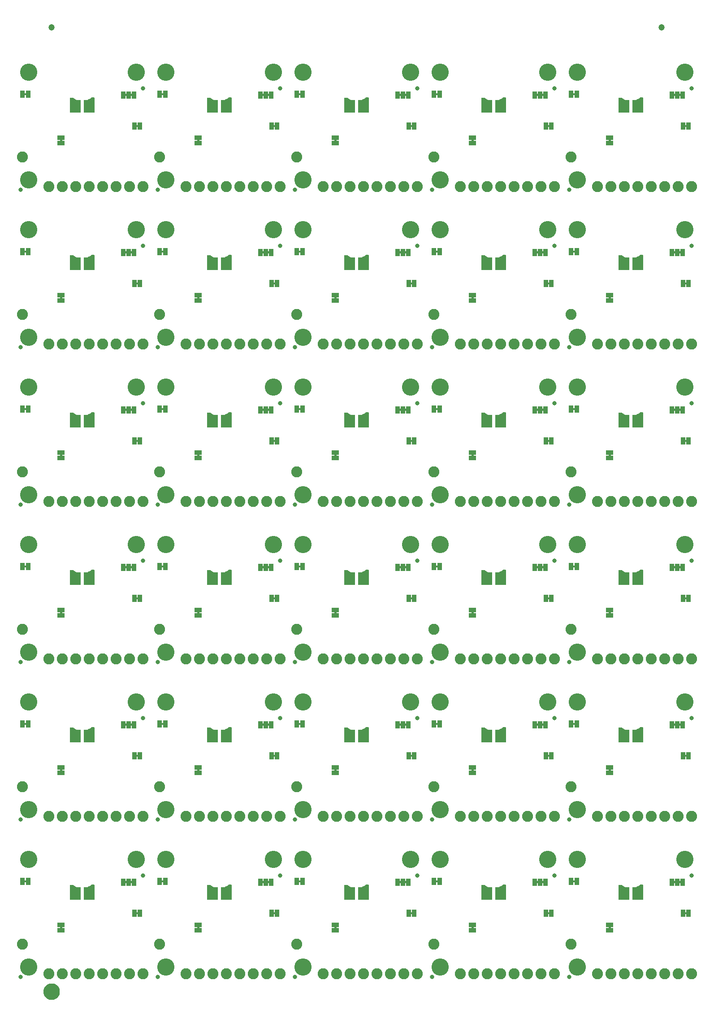
<source format=gbs>
G04 EAGLE Gerber RS-274X export*
G75*
%MOMM*%
%FSLAX34Y34*%
%LPD*%
%INSoldermask Bottom*%
%IPPOS*%
%AMOC8*
5,1,8,0,0,1.08239X$1,22.5*%
G01*
%ADD10C,0.838200*%
%ADD11C,3.251200*%
%ADD12C,2.082800*%
%ADD13R,0.863600X1.473200*%
%ADD14R,2.153200X2.153200*%
%ADD15R,1.473200X0.863600*%
%ADD16C,1.203200*%
%ADD17C,1.270000*%
%ADD18C,1.703200*%

G36*
X641576Y1349376D02*
X641576Y1349376D01*
X641593Y1349373D01*
X641643Y1349395D01*
X641694Y1349410D01*
X641705Y1349423D01*
X641721Y1349430D01*
X641751Y1349475D01*
X641786Y1349515D01*
X641789Y1349532D01*
X641798Y1349547D01*
X641809Y1349620D01*
X641809Y1363920D01*
X641805Y1363933D01*
X641808Y1363947D01*
X641786Y1364000D01*
X641770Y1364054D01*
X641760Y1364063D01*
X641754Y1364076D01*
X641708Y1364109D01*
X641665Y1364146D01*
X641651Y1364148D01*
X641640Y1364156D01*
X641566Y1364169D01*
X638520Y1364248D01*
X635542Y1364800D01*
X632688Y1365812D01*
X630028Y1367259D01*
X627612Y1369118D01*
X627571Y1369134D01*
X627534Y1369158D01*
X627491Y1369165D01*
X627482Y1369168D01*
X627475Y1369167D01*
X627460Y1369169D01*
X622160Y1369169D01*
X622144Y1369164D01*
X622127Y1369167D01*
X622077Y1369145D01*
X622026Y1369130D01*
X622015Y1369117D01*
X621999Y1369110D01*
X621969Y1369065D01*
X621934Y1369025D01*
X621931Y1369008D01*
X621922Y1368994D01*
X621911Y1368920D01*
X621911Y1349620D01*
X621916Y1349604D01*
X621913Y1349587D01*
X621935Y1349537D01*
X621950Y1349486D01*
X621963Y1349475D01*
X621970Y1349459D01*
X622015Y1349429D01*
X622055Y1349394D01*
X622072Y1349391D01*
X622087Y1349382D01*
X622160Y1349371D01*
X641560Y1349371D01*
X641576Y1349376D01*
G37*
G36*
X382496Y1052196D02*
X382496Y1052196D01*
X382513Y1052193D01*
X382563Y1052215D01*
X382614Y1052230D01*
X382625Y1052243D01*
X382641Y1052250D01*
X382671Y1052295D01*
X382706Y1052335D01*
X382709Y1052352D01*
X382718Y1052367D01*
X382729Y1052440D01*
X382729Y1066740D01*
X382725Y1066753D01*
X382728Y1066767D01*
X382706Y1066820D01*
X382690Y1066874D01*
X382680Y1066883D01*
X382674Y1066896D01*
X382628Y1066929D01*
X382585Y1066966D01*
X382571Y1066968D01*
X382560Y1066976D01*
X382486Y1066989D01*
X379440Y1067068D01*
X376462Y1067620D01*
X373608Y1068632D01*
X370948Y1070079D01*
X368532Y1071938D01*
X368491Y1071954D01*
X368454Y1071978D01*
X368411Y1071985D01*
X368402Y1071988D01*
X368395Y1071987D01*
X368380Y1071989D01*
X363080Y1071989D01*
X363064Y1071984D01*
X363047Y1071987D01*
X362997Y1071965D01*
X362946Y1071950D01*
X362935Y1071937D01*
X362919Y1071930D01*
X362889Y1071885D01*
X362854Y1071845D01*
X362851Y1071828D01*
X362842Y1071814D01*
X362831Y1071740D01*
X362831Y1052440D01*
X362836Y1052424D01*
X362833Y1052407D01*
X362855Y1052357D01*
X362870Y1052306D01*
X362883Y1052295D01*
X362890Y1052279D01*
X362935Y1052249D01*
X362975Y1052214D01*
X362992Y1052211D01*
X363007Y1052202D01*
X363080Y1052191D01*
X382480Y1052191D01*
X382496Y1052196D01*
G37*
G36*
X641576Y1052196D02*
X641576Y1052196D01*
X641593Y1052193D01*
X641643Y1052215D01*
X641694Y1052230D01*
X641705Y1052243D01*
X641721Y1052250D01*
X641751Y1052295D01*
X641786Y1052335D01*
X641789Y1052352D01*
X641798Y1052367D01*
X641809Y1052440D01*
X641809Y1066740D01*
X641805Y1066753D01*
X641808Y1066767D01*
X641786Y1066820D01*
X641770Y1066874D01*
X641760Y1066883D01*
X641754Y1066896D01*
X641708Y1066929D01*
X641665Y1066966D01*
X641651Y1066968D01*
X641640Y1066976D01*
X641566Y1066989D01*
X638520Y1067068D01*
X635542Y1067620D01*
X632688Y1068632D01*
X630028Y1070079D01*
X627612Y1071938D01*
X627571Y1071954D01*
X627534Y1071978D01*
X627491Y1071985D01*
X627482Y1071988D01*
X627475Y1071987D01*
X627460Y1071989D01*
X622160Y1071989D01*
X622144Y1071984D01*
X622127Y1071987D01*
X622077Y1071965D01*
X622026Y1071950D01*
X622015Y1071937D01*
X621999Y1071930D01*
X621969Y1071885D01*
X621934Y1071845D01*
X621931Y1071828D01*
X621922Y1071814D01*
X621911Y1071740D01*
X621911Y1052440D01*
X621916Y1052424D01*
X621913Y1052407D01*
X621935Y1052357D01*
X621950Y1052306D01*
X621963Y1052295D01*
X621970Y1052279D01*
X622015Y1052249D01*
X622055Y1052214D01*
X622072Y1052211D01*
X622087Y1052202D01*
X622160Y1052191D01*
X641560Y1052191D01*
X641576Y1052196D01*
G37*
G36*
X1159736Y1052196D02*
X1159736Y1052196D01*
X1159753Y1052193D01*
X1159803Y1052215D01*
X1159854Y1052230D01*
X1159865Y1052243D01*
X1159881Y1052250D01*
X1159911Y1052295D01*
X1159946Y1052335D01*
X1159949Y1052352D01*
X1159958Y1052367D01*
X1159969Y1052440D01*
X1159969Y1066740D01*
X1159965Y1066753D01*
X1159968Y1066767D01*
X1159946Y1066820D01*
X1159930Y1066874D01*
X1159920Y1066883D01*
X1159914Y1066896D01*
X1159868Y1066929D01*
X1159825Y1066966D01*
X1159811Y1066968D01*
X1159800Y1066976D01*
X1159726Y1066989D01*
X1156680Y1067068D01*
X1153702Y1067620D01*
X1150848Y1068632D01*
X1148188Y1070079D01*
X1145772Y1071938D01*
X1145731Y1071954D01*
X1145694Y1071978D01*
X1145651Y1071985D01*
X1145642Y1071988D01*
X1145635Y1071987D01*
X1145620Y1071989D01*
X1140320Y1071989D01*
X1140304Y1071984D01*
X1140287Y1071987D01*
X1140237Y1071965D01*
X1140186Y1071950D01*
X1140175Y1071937D01*
X1140159Y1071930D01*
X1140129Y1071885D01*
X1140094Y1071845D01*
X1140091Y1071828D01*
X1140082Y1071814D01*
X1140071Y1071740D01*
X1140071Y1052440D01*
X1140076Y1052424D01*
X1140073Y1052407D01*
X1140095Y1052357D01*
X1140110Y1052306D01*
X1140123Y1052295D01*
X1140130Y1052279D01*
X1140175Y1052249D01*
X1140215Y1052214D01*
X1140232Y1052211D01*
X1140247Y1052202D01*
X1140320Y1052191D01*
X1159720Y1052191D01*
X1159736Y1052196D01*
G37*
G36*
X123416Y1052196D02*
X123416Y1052196D01*
X123433Y1052193D01*
X123483Y1052215D01*
X123534Y1052230D01*
X123545Y1052243D01*
X123561Y1052250D01*
X123591Y1052295D01*
X123626Y1052335D01*
X123629Y1052352D01*
X123638Y1052367D01*
X123649Y1052440D01*
X123649Y1066740D01*
X123645Y1066753D01*
X123648Y1066767D01*
X123626Y1066820D01*
X123610Y1066874D01*
X123600Y1066883D01*
X123594Y1066896D01*
X123548Y1066929D01*
X123505Y1066966D01*
X123491Y1066968D01*
X123480Y1066976D01*
X123406Y1066989D01*
X120360Y1067068D01*
X117382Y1067620D01*
X114528Y1068632D01*
X111868Y1070079D01*
X109452Y1071938D01*
X109411Y1071954D01*
X109374Y1071978D01*
X109331Y1071985D01*
X109322Y1071988D01*
X109315Y1071987D01*
X109300Y1071989D01*
X104000Y1071989D01*
X103984Y1071984D01*
X103967Y1071987D01*
X103917Y1071965D01*
X103866Y1071950D01*
X103855Y1071937D01*
X103839Y1071930D01*
X103809Y1071885D01*
X103774Y1071845D01*
X103771Y1071828D01*
X103762Y1071814D01*
X103751Y1071740D01*
X103751Y1052440D01*
X103756Y1052424D01*
X103753Y1052407D01*
X103775Y1052357D01*
X103790Y1052306D01*
X103803Y1052295D01*
X103810Y1052279D01*
X103855Y1052249D01*
X103895Y1052214D01*
X103912Y1052211D01*
X103927Y1052202D01*
X104000Y1052191D01*
X123400Y1052191D01*
X123416Y1052196D01*
G37*
G36*
X123416Y457836D02*
X123416Y457836D01*
X123433Y457833D01*
X123483Y457855D01*
X123534Y457870D01*
X123545Y457883D01*
X123561Y457890D01*
X123591Y457935D01*
X123626Y457975D01*
X123629Y457992D01*
X123638Y458007D01*
X123649Y458080D01*
X123649Y472380D01*
X123645Y472393D01*
X123648Y472407D01*
X123626Y472460D01*
X123610Y472514D01*
X123600Y472523D01*
X123594Y472536D01*
X123548Y472569D01*
X123505Y472606D01*
X123491Y472608D01*
X123480Y472616D01*
X123406Y472629D01*
X120360Y472708D01*
X117382Y473260D01*
X114528Y474272D01*
X111868Y475719D01*
X109452Y477578D01*
X109411Y477594D01*
X109374Y477618D01*
X109331Y477625D01*
X109322Y477628D01*
X109315Y477627D01*
X109300Y477629D01*
X104000Y477629D01*
X103984Y477624D01*
X103967Y477627D01*
X103917Y477605D01*
X103866Y477590D01*
X103855Y477577D01*
X103839Y477570D01*
X103809Y477525D01*
X103774Y477485D01*
X103771Y477468D01*
X103762Y477454D01*
X103751Y477380D01*
X103751Y458080D01*
X103756Y458064D01*
X103753Y458047D01*
X103775Y457997D01*
X103790Y457946D01*
X103803Y457935D01*
X103810Y457919D01*
X103855Y457889D01*
X103895Y457854D01*
X103912Y457851D01*
X103927Y457842D01*
X104000Y457831D01*
X123400Y457831D01*
X123416Y457836D01*
G37*
G36*
X382496Y457836D02*
X382496Y457836D01*
X382513Y457833D01*
X382563Y457855D01*
X382614Y457870D01*
X382625Y457883D01*
X382641Y457890D01*
X382671Y457935D01*
X382706Y457975D01*
X382709Y457992D01*
X382718Y458007D01*
X382729Y458080D01*
X382729Y472380D01*
X382725Y472393D01*
X382728Y472407D01*
X382706Y472460D01*
X382690Y472514D01*
X382680Y472523D01*
X382674Y472536D01*
X382628Y472569D01*
X382585Y472606D01*
X382571Y472608D01*
X382560Y472616D01*
X382486Y472629D01*
X379440Y472708D01*
X376462Y473260D01*
X373608Y474272D01*
X370948Y475719D01*
X368532Y477578D01*
X368491Y477594D01*
X368454Y477618D01*
X368411Y477625D01*
X368402Y477628D01*
X368395Y477627D01*
X368380Y477629D01*
X363080Y477629D01*
X363064Y477624D01*
X363047Y477627D01*
X362997Y477605D01*
X362946Y477590D01*
X362935Y477577D01*
X362919Y477570D01*
X362889Y477525D01*
X362854Y477485D01*
X362851Y477468D01*
X362842Y477454D01*
X362831Y477380D01*
X362831Y458080D01*
X362836Y458064D01*
X362833Y458047D01*
X362855Y457997D01*
X362870Y457946D01*
X362883Y457935D01*
X362890Y457919D01*
X362935Y457889D01*
X362975Y457854D01*
X362992Y457851D01*
X363007Y457842D01*
X363080Y457831D01*
X382480Y457831D01*
X382496Y457836D01*
G37*
G36*
X900656Y1052196D02*
X900656Y1052196D01*
X900673Y1052193D01*
X900723Y1052215D01*
X900774Y1052230D01*
X900785Y1052243D01*
X900801Y1052250D01*
X900831Y1052295D01*
X900866Y1052335D01*
X900869Y1052352D01*
X900878Y1052367D01*
X900889Y1052440D01*
X900889Y1066740D01*
X900885Y1066753D01*
X900888Y1066767D01*
X900866Y1066820D01*
X900850Y1066874D01*
X900840Y1066883D01*
X900834Y1066896D01*
X900788Y1066929D01*
X900745Y1066966D01*
X900731Y1066968D01*
X900720Y1066976D01*
X900646Y1066989D01*
X897600Y1067068D01*
X894622Y1067620D01*
X891768Y1068632D01*
X889108Y1070079D01*
X886692Y1071938D01*
X886651Y1071954D01*
X886614Y1071978D01*
X886571Y1071985D01*
X886562Y1071988D01*
X886555Y1071987D01*
X886540Y1071989D01*
X881240Y1071989D01*
X881224Y1071984D01*
X881207Y1071987D01*
X881157Y1071965D01*
X881106Y1071950D01*
X881095Y1071937D01*
X881079Y1071930D01*
X881049Y1071885D01*
X881014Y1071845D01*
X881011Y1071828D01*
X881002Y1071814D01*
X880991Y1071740D01*
X880991Y1052440D01*
X880996Y1052424D01*
X880993Y1052407D01*
X881015Y1052357D01*
X881030Y1052306D01*
X881043Y1052295D01*
X881050Y1052279D01*
X881095Y1052249D01*
X881135Y1052214D01*
X881152Y1052211D01*
X881167Y1052202D01*
X881240Y1052191D01*
X900640Y1052191D01*
X900656Y1052196D01*
G37*
G36*
X1159736Y457836D02*
X1159736Y457836D01*
X1159753Y457833D01*
X1159803Y457855D01*
X1159854Y457870D01*
X1159865Y457883D01*
X1159881Y457890D01*
X1159911Y457935D01*
X1159946Y457975D01*
X1159949Y457992D01*
X1159958Y458007D01*
X1159969Y458080D01*
X1159969Y472380D01*
X1159965Y472393D01*
X1159968Y472407D01*
X1159946Y472460D01*
X1159930Y472514D01*
X1159920Y472523D01*
X1159914Y472536D01*
X1159868Y472569D01*
X1159825Y472606D01*
X1159811Y472608D01*
X1159800Y472616D01*
X1159726Y472629D01*
X1156680Y472708D01*
X1153702Y473260D01*
X1150848Y474272D01*
X1148188Y475719D01*
X1145772Y477578D01*
X1145731Y477594D01*
X1145694Y477618D01*
X1145651Y477625D01*
X1145642Y477628D01*
X1145635Y477627D01*
X1145620Y477629D01*
X1140320Y477629D01*
X1140304Y477624D01*
X1140287Y477627D01*
X1140237Y477605D01*
X1140186Y477590D01*
X1140175Y477577D01*
X1140159Y477570D01*
X1140129Y477525D01*
X1140094Y477485D01*
X1140091Y477468D01*
X1140082Y477454D01*
X1140071Y477380D01*
X1140071Y458080D01*
X1140076Y458064D01*
X1140073Y458047D01*
X1140095Y457997D01*
X1140110Y457946D01*
X1140123Y457935D01*
X1140130Y457919D01*
X1140175Y457889D01*
X1140215Y457854D01*
X1140232Y457851D01*
X1140247Y457842D01*
X1140320Y457831D01*
X1159720Y457831D01*
X1159736Y457836D01*
G37*
G36*
X641576Y457836D02*
X641576Y457836D01*
X641593Y457833D01*
X641643Y457855D01*
X641694Y457870D01*
X641705Y457883D01*
X641721Y457890D01*
X641751Y457935D01*
X641786Y457975D01*
X641789Y457992D01*
X641798Y458007D01*
X641809Y458080D01*
X641809Y472380D01*
X641805Y472393D01*
X641808Y472407D01*
X641786Y472460D01*
X641770Y472514D01*
X641760Y472523D01*
X641754Y472536D01*
X641708Y472569D01*
X641665Y472606D01*
X641651Y472608D01*
X641640Y472616D01*
X641566Y472629D01*
X638520Y472708D01*
X635542Y473260D01*
X632688Y474272D01*
X630028Y475719D01*
X627612Y477578D01*
X627571Y477594D01*
X627534Y477618D01*
X627491Y477625D01*
X627482Y477628D01*
X627475Y477627D01*
X627460Y477629D01*
X622160Y477629D01*
X622144Y477624D01*
X622127Y477627D01*
X622077Y477605D01*
X622026Y477590D01*
X622015Y477577D01*
X621999Y477570D01*
X621969Y477525D01*
X621934Y477485D01*
X621931Y477468D01*
X621922Y477454D01*
X621911Y477380D01*
X621911Y458080D01*
X621916Y458064D01*
X621913Y458047D01*
X621935Y457997D01*
X621950Y457946D01*
X621963Y457935D01*
X621970Y457919D01*
X622015Y457889D01*
X622055Y457854D01*
X622072Y457851D01*
X622087Y457842D01*
X622160Y457831D01*
X641560Y457831D01*
X641576Y457836D01*
G37*
G36*
X900656Y1349376D02*
X900656Y1349376D01*
X900673Y1349373D01*
X900723Y1349395D01*
X900774Y1349410D01*
X900785Y1349423D01*
X900801Y1349430D01*
X900831Y1349475D01*
X900866Y1349515D01*
X900869Y1349532D01*
X900878Y1349547D01*
X900889Y1349620D01*
X900889Y1363920D01*
X900885Y1363933D01*
X900888Y1363947D01*
X900866Y1364000D01*
X900850Y1364054D01*
X900840Y1364063D01*
X900834Y1364076D01*
X900788Y1364109D01*
X900745Y1364146D01*
X900731Y1364148D01*
X900720Y1364156D01*
X900646Y1364169D01*
X897600Y1364248D01*
X894622Y1364800D01*
X891768Y1365812D01*
X889108Y1367259D01*
X886692Y1369118D01*
X886651Y1369134D01*
X886614Y1369158D01*
X886571Y1369165D01*
X886562Y1369168D01*
X886555Y1369167D01*
X886540Y1369169D01*
X881240Y1369169D01*
X881224Y1369164D01*
X881207Y1369167D01*
X881157Y1369145D01*
X881106Y1369130D01*
X881095Y1369117D01*
X881079Y1369110D01*
X881049Y1369065D01*
X881014Y1369025D01*
X881011Y1369008D01*
X881002Y1368994D01*
X880991Y1368920D01*
X880991Y1349620D01*
X880996Y1349604D01*
X880993Y1349587D01*
X881015Y1349537D01*
X881030Y1349486D01*
X881043Y1349475D01*
X881050Y1349459D01*
X881095Y1349429D01*
X881135Y1349394D01*
X881152Y1349391D01*
X881167Y1349382D01*
X881240Y1349371D01*
X900640Y1349371D01*
X900656Y1349376D01*
G37*
G36*
X1159736Y1646556D02*
X1159736Y1646556D01*
X1159753Y1646553D01*
X1159803Y1646575D01*
X1159854Y1646590D01*
X1159865Y1646603D01*
X1159881Y1646610D01*
X1159911Y1646655D01*
X1159946Y1646695D01*
X1159949Y1646712D01*
X1159958Y1646727D01*
X1159969Y1646800D01*
X1159969Y1661100D01*
X1159965Y1661113D01*
X1159968Y1661127D01*
X1159946Y1661180D01*
X1159930Y1661234D01*
X1159920Y1661243D01*
X1159914Y1661256D01*
X1159868Y1661289D01*
X1159825Y1661326D01*
X1159811Y1661328D01*
X1159800Y1661336D01*
X1159726Y1661349D01*
X1156680Y1661428D01*
X1153702Y1661980D01*
X1150848Y1662992D01*
X1148188Y1664439D01*
X1145772Y1666298D01*
X1145731Y1666314D01*
X1145694Y1666338D01*
X1145651Y1666345D01*
X1145642Y1666348D01*
X1145635Y1666347D01*
X1145620Y1666349D01*
X1140320Y1666349D01*
X1140304Y1666344D01*
X1140287Y1666347D01*
X1140237Y1666325D01*
X1140186Y1666310D01*
X1140175Y1666297D01*
X1140159Y1666290D01*
X1140129Y1666245D01*
X1140094Y1666205D01*
X1140091Y1666188D01*
X1140082Y1666174D01*
X1140071Y1666100D01*
X1140071Y1646800D01*
X1140076Y1646784D01*
X1140073Y1646767D01*
X1140095Y1646717D01*
X1140110Y1646666D01*
X1140123Y1646655D01*
X1140130Y1646639D01*
X1140175Y1646609D01*
X1140215Y1646574D01*
X1140232Y1646571D01*
X1140247Y1646562D01*
X1140320Y1646551D01*
X1159720Y1646551D01*
X1159736Y1646556D01*
G37*
G36*
X123416Y1349376D02*
X123416Y1349376D01*
X123433Y1349373D01*
X123483Y1349395D01*
X123534Y1349410D01*
X123545Y1349423D01*
X123561Y1349430D01*
X123591Y1349475D01*
X123626Y1349515D01*
X123629Y1349532D01*
X123638Y1349547D01*
X123649Y1349620D01*
X123649Y1363920D01*
X123645Y1363933D01*
X123648Y1363947D01*
X123626Y1364000D01*
X123610Y1364054D01*
X123600Y1364063D01*
X123594Y1364076D01*
X123548Y1364109D01*
X123505Y1364146D01*
X123491Y1364148D01*
X123480Y1364156D01*
X123406Y1364169D01*
X120360Y1364248D01*
X117382Y1364800D01*
X114528Y1365812D01*
X111868Y1367259D01*
X109452Y1369118D01*
X109411Y1369134D01*
X109374Y1369158D01*
X109331Y1369165D01*
X109322Y1369168D01*
X109315Y1369167D01*
X109300Y1369169D01*
X104000Y1369169D01*
X103984Y1369164D01*
X103967Y1369167D01*
X103917Y1369145D01*
X103866Y1369130D01*
X103855Y1369117D01*
X103839Y1369110D01*
X103809Y1369065D01*
X103774Y1369025D01*
X103771Y1369008D01*
X103762Y1368994D01*
X103751Y1368920D01*
X103751Y1349620D01*
X103756Y1349604D01*
X103753Y1349587D01*
X103775Y1349537D01*
X103790Y1349486D01*
X103803Y1349475D01*
X103810Y1349459D01*
X103855Y1349429D01*
X103895Y1349394D01*
X103912Y1349391D01*
X103927Y1349382D01*
X104000Y1349371D01*
X123400Y1349371D01*
X123416Y1349376D01*
G37*
G36*
X382496Y1349376D02*
X382496Y1349376D01*
X382513Y1349373D01*
X382563Y1349395D01*
X382614Y1349410D01*
X382625Y1349423D01*
X382641Y1349430D01*
X382671Y1349475D01*
X382706Y1349515D01*
X382709Y1349532D01*
X382718Y1349547D01*
X382729Y1349620D01*
X382729Y1363920D01*
X382725Y1363933D01*
X382728Y1363947D01*
X382706Y1364000D01*
X382690Y1364054D01*
X382680Y1364063D01*
X382674Y1364076D01*
X382628Y1364109D01*
X382585Y1364146D01*
X382571Y1364148D01*
X382560Y1364156D01*
X382486Y1364169D01*
X379440Y1364248D01*
X376462Y1364800D01*
X373608Y1365812D01*
X370948Y1367259D01*
X368532Y1369118D01*
X368491Y1369134D01*
X368454Y1369158D01*
X368411Y1369165D01*
X368402Y1369168D01*
X368395Y1369167D01*
X368380Y1369169D01*
X363080Y1369169D01*
X363064Y1369164D01*
X363047Y1369167D01*
X362997Y1369145D01*
X362946Y1369130D01*
X362935Y1369117D01*
X362919Y1369110D01*
X362889Y1369065D01*
X362854Y1369025D01*
X362851Y1369008D01*
X362842Y1368994D01*
X362831Y1368920D01*
X362831Y1349620D01*
X362836Y1349604D01*
X362833Y1349587D01*
X362855Y1349537D01*
X362870Y1349486D01*
X362883Y1349475D01*
X362890Y1349459D01*
X362935Y1349429D01*
X362975Y1349394D01*
X362992Y1349391D01*
X363007Y1349382D01*
X363080Y1349371D01*
X382480Y1349371D01*
X382496Y1349376D01*
G37*
G36*
X1159736Y1349376D02*
X1159736Y1349376D01*
X1159753Y1349373D01*
X1159803Y1349395D01*
X1159854Y1349410D01*
X1159865Y1349423D01*
X1159881Y1349430D01*
X1159911Y1349475D01*
X1159946Y1349515D01*
X1159949Y1349532D01*
X1159958Y1349547D01*
X1159969Y1349620D01*
X1159969Y1363920D01*
X1159965Y1363933D01*
X1159968Y1363947D01*
X1159946Y1364000D01*
X1159930Y1364054D01*
X1159920Y1364063D01*
X1159914Y1364076D01*
X1159868Y1364109D01*
X1159825Y1364146D01*
X1159811Y1364148D01*
X1159800Y1364156D01*
X1159726Y1364169D01*
X1156680Y1364248D01*
X1153702Y1364800D01*
X1150848Y1365812D01*
X1148188Y1367259D01*
X1145772Y1369118D01*
X1145731Y1369134D01*
X1145694Y1369158D01*
X1145651Y1369165D01*
X1145642Y1369168D01*
X1145635Y1369167D01*
X1145620Y1369169D01*
X1140320Y1369169D01*
X1140304Y1369164D01*
X1140287Y1369167D01*
X1140237Y1369145D01*
X1140186Y1369130D01*
X1140175Y1369117D01*
X1140159Y1369110D01*
X1140129Y1369065D01*
X1140094Y1369025D01*
X1140091Y1369008D01*
X1140082Y1368994D01*
X1140071Y1368920D01*
X1140071Y1349620D01*
X1140076Y1349604D01*
X1140073Y1349587D01*
X1140095Y1349537D01*
X1140110Y1349486D01*
X1140123Y1349475D01*
X1140130Y1349459D01*
X1140175Y1349429D01*
X1140215Y1349394D01*
X1140232Y1349391D01*
X1140247Y1349382D01*
X1140320Y1349371D01*
X1159720Y1349371D01*
X1159736Y1349376D01*
G37*
G36*
X641576Y755016D02*
X641576Y755016D01*
X641593Y755013D01*
X641643Y755035D01*
X641694Y755050D01*
X641705Y755063D01*
X641721Y755070D01*
X641751Y755115D01*
X641786Y755155D01*
X641789Y755172D01*
X641798Y755187D01*
X641809Y755260D01*
X641809Y769560D01*
X641805Y769573D01*
X641808Y769587D01*
X641786Y769640D01*
X641770Y769694D01*
X641760Y769703D01*
X641754Y769716D01*
X641708Y769749D01*
X641665Y769786D01*
X641651Y769788D01*
X641640Y769796D01*
X641566Y769809D01*
X638520Y769888D01*
X635542Y770440D01*
X632688Y771452D01*
X630028Y772899D01*
X627612Y774758D01*
X627571Y774774D01*
X627534Y774798D01*
X627491Y774805D01*
X627482Y774808D01*
X627475Y774807D01*
X627460Y774809D01*
X622160Y774809D01*
X622144Y774804D01*
X622127Y774807D01*
X622077Y774785D01*
X622026Y774770D01*
X622015Y774757D01*
X621999Y774750D01*
X621969Y774705D01*
X621934Y774665D01*
X621931Y774648D01*
X621922Y774634D01*
X621911Y774560D01*
X621911Y755260D01*
X621916Y755244D01*
X621913Y755227D01*
X621935Y755177D01*
X621950Y755126D01*
X621963Y755115D01*
X621970Y755099D01*
X622015Y755069D01*
X622055Y755034D01*
X622072Y755031D01*
X622087Y755022D01*
X622160Y755011D01*
X641560Y755011D01*
X641576Y755016D01*
G37*
G36*
X900656Y457836D02*
X900656Y457836D01*
X900673Y457833D01*
X900723Y457855D01*
X900774Y457870D01*
X900785Y457883D01*
X900801Y457890D01*
X900831Y457935D01*
X900866Y457975D01*
X900869Y457992D01*
X900878Y458007D01*
X900889Y458080D01*
X900889Y472380D01*
X900885Y472393D01*
X900888Y472407D01*
X900866Y472460D01*
X900850Y472514D01*
X900840Y472523D01*
X900834Y472536D01*
X900788Y472569D01*
X900745Y472606D01*
X900731Y472608D01*
X900720Y472616D01*
X900646Y472629D01*
X897600Y472708D01*
X894622Y473260D01*
X891768Y474272D01*
X889108Y475719D01*
X886692Y477578D01*
X886651Y477594D01*
X886614Y477618D01*
X886571Y477625D01*
X886562Y477628D01*
X886555Y477627D01*
X886540Y477629D01*
X881240Y477629D01*
X881224Y477624D01*
X881207Y477627D01*
X881157Y477605D01*
X881106Y477590D01*
X881095Y477577D01*
X881079Y477570D01*
X881049Y477525D01*
X881014Y477485D01*
X881011Y477468D01*
X881002Y477454D01*
X880991Y477380D01*
X880991Y458080D01*
X880996Y458064D01*
X880993Y458047D01*
X881015Y457997D01*
X881030Y457946D01*
X881043Y457935D01*
X881050Y457919D01*
X881095Y457889D01*
X881135Y457854D01*
X881152Y457851D01*
X881167Y457842D01*
X881240Y457831D01*
X900640Y457831D01*
X900656Y457836D01*
G37*
G36*
X900656Y755016D02*
X900656Y755016D01*
X900673Y755013D01*
X900723Y755035D01*
X900774Y755050D01*
X900785Y755063D01*
X900801Y755070D01*
X900831Y755115D01*
X900866Y755155D01*
X900869Y755172D01*
X900878Y755187D01*
X900889Y755260D01*
X900889Y769560D01*
X900885Y769573D01*
X900888Y769587D01*
X900866Y769640D01*
X900850Y769694D01*
X900840Y769703D01*
X900834Y769716D01*
X900788Y769749D01*
X900745Y769786D01*
X900731Y769788D01*
X900720Y769796D01*
X900646Y769809D01*
X897600Y769888D01*
X894622Y770440D01*
X891768Y771452D01*
X889108Y772899D01*
X886692Y774758D01*
X886651Y774774D01*
X886614Y774798D01*
X886571Y774805D01*
X886562Y774808D01*
X886555Y774807D01*
X886540Y774809D01*
X881240Y774809D01*
X881224Y774804D01*
X881207Y774807D01*
X881157Y774785D01*
X881106Y774770D01*
X881095Y774757D01*
X881079Y774750D01*
X881049Y774705D01*
X881014Y774665D01*
X881011Y774648D01*
X881002Y774634D01*
X880991Y774560D01*
X880991Y755260D01*
X880996Y755244D01*
X880993Y755227D01*
X881015Y755177D01*
X881030Y755126D01*
X881043Y755115D01*
X881050Y755099D01*
X881095Y755069D01*
X881135Y755034D01*
X881152Y755031D01*
X881167Y755022D01*
X881240Y755011D01*
X900640Y755011D01*
X900656Y755016D01*
G37*
G36*
X382496Y755016D02*
X382496Y755016D01*
X382513Y755013D01*
X382563Y755035D01*
X382614Y755050D01*
X382625Y755063D01*
X382641Y755070D01*
X382671Y755115D01*
X382706Y755155D01*
X382709Y755172D01*
X382718Y755187D01*
X382729Y755260D01*
X382729Y769560D01*
X382725Y769573D01*
X382728Y769587D01*
X382706Y769640D01*
X382690Y769694D01*
X382680Y769703D01*
X382674Y769716D01*
X382628Y769749D01*
X382585Y769786D01*
X382571Y769788D01*
X382560Y769796D01*
X382486Y769809D01*
X379440Y769888D01*
X376462Y770440D01*
X373608Y771452D01*
X370948Y772899D01*
X368532Y774758D01*
X368491Y774774D01*
X368454Y774798D01*
X368411Y774805D01*
X368402Y774808D01*
X368395Y774807D01*
X368380Y774809D01*
X363080Y774809D01*
X363064Y774804D01*
X363047Y774807D01*
X362997Y774785D01*
X362946Y774770D01*
X362935Y774757D01*
X362919Y774750D01*
X362889Y774705D01*
X362854Y774665D01*
X362851Y774648D01*
X362842Y774634D01*
X362831Y774560D01*
X362831Y755260D01*
X362836Y755244D01*
X362833Y755227D01*
X362855Y755177D01*
X362870Y755126D01*
X362883Y755115D01*
X362890Y755099D01*
X362935Y755069D01*
X362975Y755034D01*
X362992Y755031D01*
X363007Y755022D01*
X363080Y755011D01*
X382480Y755011D01*
X382496Y755016D01*
G37*
G36*
X1159736Y755016D02*
X1159736Y755016D01*
X1159753Y755013D01*
X1159803Y755035D01*
X1159854Y755050D01*
X1159865Y755063D01*
X1159881Y755070D01*
X1159911Y755115D01*
X1159946Y755155D01*
X1159949Y755172D01*
X1159958Y755187D01*
X1159969Y755260D01*
X1159969Y769560D01*
X1159965Y769573D01*
X1159968Y769587D01*
X1159946Y769640D01*
X1159930Y769694D01*
X1159920Y769703D01*
X1159914Y769716D01*
X1159868Y769749D01*
X1159825Y769786D01*
X1159811Y769788D01*
X1159800Y769796D01*
X1159726Y769809D01*
X1156680Y769888D01*
X1153702Y770440D01*
X1150848Y771452D01*
X1148188Y772899D01*
X1145772Y774758D01*
X1145731Y774774D01*
X1145694Y774798D01*
X1145651Y774805D01*
X1145642Y774808D01*
X1145635Y774807D01*
X1145620Y774809D01*
X1140320Y774809D01*
X1140304Y774804D01*
X1140287Y774807D01*
X1140237Y774785D01*
X1140186Y774770D01*
X1140175Y774757D01*
X1140159Y774750D01*
X1140129Y774705D01*
X1140094Y774665D01*
X1140091Y774648D01*
X1140082Y774634D01*
X1140071Y774560D01*
X1140071Y755260D01*
X1140076Y755244D01*
X1140073Y755227D01*
X1140095Y755177D01*
X1140110Y755126D01*
X1140123Y755115D01*
X1140130Y755099D01*
X1140175Y755069D01*
X1140215Y755034D01*
X1140232Y755031D01*
X1140247Y755022D01*
X1140320Y755011D01*
X1159720Y755011D01*
X1159736Y755016D01*
G37*
G36*
X641576Y1646556D02*
X641576Y1646556D01*
X641593Y1646553D01*
X641643Y1646575D01*
X641694Y1646590D01*
X641705Y1646603D01*
X641721Y1646610D01*
X641751Y1646655D01*
X641786Y1646695D01*
X641789Y1646712D01*
X641798Y1646727D01*
X641809Y1646800D01*
X641809Y1661100D01*
X641805Y1661113D01*
X641808Y1661127D01*
X641786Y1661180D01*
X641770Y1661234D01*
X641760Y1661243D01*
X641754Y1661256D01*
X641708Y1661289D01*
X641665Y1661326D01*
X641651Y1661328D01*
X641640Y1661336D01*
X641566Y1661349D01*
X638520Y1661428D01*
X635542Y1661980D01*
X632688Y1662992D01*
X630028Y1664439D01*
X627612Y1666298D01*
X627571Y1666314D01*
X627534Y1666338D01*
X627491Y1666345D01*
X627482Y1666348D01*
X627475Y1666347D01*
X627460Y1666349D01*
X622160Y1666349D01*
X622144Y1666344D01*
X622127Y1666347D01*
X622077Y1666325D01*
X622026Y1666310D01*
X622015Y1666297D01*
X621999Y1666290D01*
X621969Y1666245D01*
X621934Y1666205D01*
X621931Y1666188D01*
X621922Y1666174D01*
X621911Y1666100D01*
X621911Y1646800D01*
X621916Y1646784D01*
X621913Y1646767D01*
X621935Y1646717D01*
X621950Y1646666D01*
X621963Y1646655D01*
X621970Y1646639D01*
X622015Y1646609D01*
X622055Y1646574D01*
X622072Y1646571D01*
X622087Y1646562D01*
X622160Y1646551D01*
X641560Y1646551D01*
X641576Y1646556D01*
G37*
G36*
X123416Y1646556D02*
X123416Y1646556D01*
X123433Y1646553D01*
X123483Y1646575D01*
X123534Y1646590D01*
X123545Y1646603D01*
X123561Y1646610D01*
X123591Y1646655D01*
X123626Y1646695D01*
X123629Y1646712D01*
X123638Y1646727D01*
X123649Y1646800D01*
X123649Y1661100D01*
X123645Y1661113D01*
X123648Y1661127D01*
X123626Y1661180D01*
X123610Y1661234D01*
X123600Y1661243D01*
X123594Y1661256D01*
X123548Y1661289D01*
X123505Y1661326D01*
X123491Y1661328D01*
X123480Y1661336D01*
X123406Y1661349D01*
X120360Y1661428D01*
X117382Y1661980D01*
X114528Y1662992D01*
X111868Y1664439D01*
X109452Y1666298D01*
X109411Y1666314D01*
X109374Y1666338D01*
X109331Y1666345D01*
X109322Y1666348D01*
X109315Y1666347D01*
X109300Y1666349D01*
X104000Y1666349D01*
X103984Y1666344D01*
X103967Y1666347D01*
X103917Y1666325D01*
X103866Y1666310D01*
X103855Y1666297D01*
X103839Y1666290D01*
X103809Y1666245D01*
X103774Y1666205D01*
X103771Y1666188D01*
X103762Y1666174D01*
X103751Y1666100D01*
X103751Y1646800D01*
X103756Y1646784D01*
X103753Y1646767D01*
X103775Y1646717D01*
X103790Y1646666D01*
X103803Y1646655D01*
X103810Y1646639D01*
X103855Y1646609D01*
X103895Y1646574D01*
X103912Y1646571D01*
X103927Y1646562D01*
X104000Y1646551D01*
X123400Y1646551D01*
X123416Y1646556D01*
G37*
G36*
X123416Y755016D02*
X123416Y755016D01*
X123433Y755013D01*
X123483Y755035D01*
X123534Y755050D01*
X123545Y755063D01*
X123561Y755070D01*
X123591Y755115D01*
X123626Y755155D01*
X123629Y755172D01*
X123638Y755187D01*
X123649Y755260D01*
X123649Y769560D01*
X123645Y769573D01*
X123648Y769587D01*
X123626Y769640D01*
X123610Y769694D01*
X123600Y769703D01*
X123594Y769716D01*
X123548Y769749D01*
X123505Y769786D01*
X123491Y769788D01*
X123480Y769796D01*
X123406Y769809D01*
X120360Y769888D01*
X117382Y770440D01*
X114528Y771452D01*
X111868Y772899D01*
X109452Y774758D01*
X109411Y774774D01*
X109374Y774798D01*
X109331Y774805D01*
X109322Y774808D01*
X109315Y774807D01*
X109300Y774809D01*
X104000Y774809D01*
X103984Y774804D01*
X103967Y774807D01*
X103917Y774785D01*
X103866Y774770D01*
X103855Y774757D01*
X103839Y774750D01*
X103809Y774705D01*
X103774Y774665D01*
X103771Y774648D01*
X103762Y774634D01*
X103751Y774560D01*
X103751Y755260D01*
X103756Y755244D01*
X103753Y755227D01*
X103775Y755177D01*
X103790Y755126D01*
X103803Y755115D01*
X103810Y755099D01*
X103855Y755069D01*
X103895Y755034D01*
X103912Y755031D01*
X103927Y755022D01*
X104000Y755011D01*
X123400Y755011D01*
X123416Y755016D01*
G37*
G36*
X900656Y1646556D02*
X900656Y1646556D01*
X900673Y1646553D01*
X900723Y1646575D01*
X900774Y1646590D01*
X900785Y1646603D01*
X900801Y1646610D01*
X900831Y1646655D01*
X900866Y1646695D01*
X900869Y1646712D01*
X900878Y1646727D01*
X900889Y1646800D01*
X900889Y1661100D01*
X900885Y1661113D01*
X900888Y1661127D01*
X900866Y1661180D01*
X900850Y1661234D01*
X900840Y1661243D01*
X900834Y1661256D01*
X900788Y1661289D01*
X900745Y1661326D01*
X900731Y1661328D01*
X900720Y1661336D01*
X900646Y1661349D01*
X897600Y1661428D01*
X894622Y1661980D01*
X891768Y1662992D01*
X889108Y1664439D01*
X886692Y1666298D01*
X886651Y1666314D01*
X886614Y1666338D01*
X886571Y1666345D01*
X886562Y1666348D01*
X886555Y1666347D01*
X886540Y1666349D01*
X881240Y1666349D01*
X881224Y1666344D01*
X881207Y1666347D01*
X881157Y1666325D01*
X881106Y1666310D01*
X881095Y1666297D01*
X881079Y1666290D01*
X881049Y1666245D01*
X881014Y1666205D01*
X881011Y1666188D01*
X881002Y1666174D01*
X880991Y1666100D01*
X880991Y1646800D01*
X880996Y1646784D01*
X880993Y1646767D01*
X881015Y1646717D01*
X881030Y1646666D01*
X881043Y1646655D01*
X881050Y1646639D01*
X881095Y1646609D01*
X881135Y1646574D01*
X881152Y1646571D01*
X881167Y1646562D01*
X881240Y1646551D01*
X900640Y1646551D01*
X900656Y1646556D01*
G37*
G36*
X382496Y1646556D02*
X382496Y1646556D01*
X382513Y1646553D01*
X382563Y1646575D01*
X382614Y1646590D01*
X382625Y1646603D01*
X382641Y1646610D01*
X382671Y1646655D01*
X382706Y1646695D01*
X382709Y1646712D01*
X382718Y1646727D01*
X382729Y1646800D01*
X382729Y1661100D01*
X382725Y1661113D01*
X382728Y1661127D01*
X382706Y1661180D01*
X382690Y1661234D01*
X382680Y1661243D01*
X382674Y1661256D01*
X382628Y1661289D01*
X382585Y1661326D01*
X382571Y1661328D01*
X382560Y1661336D01*
X382486Y1661349D01*
X379440Y1661428D01*
X376462Y1661980D01*
X373608Y1662992D01*
X370948Y1664439D01*
X368532Y1666298D01*
X368491Y1666314D01*
X368454Y1666338D01*
X368411Y1666345D01*
X368402Y1666348D01*
X368395Y1666347D01*
X368380Y1666349D01*
X363080Y1666349D01*
X363064Y1666344D01*
X363047Y1666347D01*
X362997Y1666325D01*
X362946Y1666310D01*
X362935Y1666297D01*
X362919Y1666290D01*
X362889Y1666245D01*
X362854Y1666205D01*
X362851Y1666188D01*
X362842Y1666174D01*
X362831Y1666100D01*
X362831Y1646800D01*
X362836Y1646784D01*
X362833Y1646767D01*
X362855Y1646717D01*
X362870Y1646666D01*
X362883Y1646655D01*
X362890Y1646639D01*
X362935Y1646609D01*
X362975Y1646574D01*
X362992Y1646571D01*
X363007Y1646562D01*
X363080Y1646551D01*
X382480Y1646551D01*
X382496Y1646556D01*
G37*
G36*
X123416Y160656D02*
X123416Y160656D01*
X123433Y160653D01*
X123483Y160675D01*
X123534Y160690D01*
X123545Y160703D01*
X123561Y160710D01*
X123591Y160755D01*
X123626Y160795D01*
X123629Y160812D01*
X123638Y160827D01*
X123649Y160900D01*
X123649Y175200D01*
X123645Y175213D01*
X123648Y175227D01*
X123626Y175280D01*
X123610Y175334D01*
X123600Y175343D01*
X123594Y175356D01*
X123548Y175389D01*
X123505Y175426D01*
X123491Y175428D01*
X123480Y175436D01*
X123406Y175449D01*
X120360Y175528D01*
X117382Y176080D01*
X114528Y177092D01*
X111868Y178539D01*
X109452Y180398D01*
X109411Y180414D01*
X109374Y180438D01*
X109331Y180445D01*
X109322Y180448D01*
X109315Y180447D01*
X109300Y180449D01*
X104000Y180449D01*
X103984Y180444D01*
X103967Y180447D01*
X103917Y180425D01*
X103866Y180410D01*
X103855Y180397D01*
X103839Y180390D01*
X103809Y180345D01*
X103774Y180305D01*
X103771Y180288D01*
X103762Y180274D01*
X103751Y180200D01*
X103751Y160900D01*
X103756Y160884D01*
X103753Y160867D01*
X103775Y160817D01*
X103790Y160766D01*
X103803Y160755D01*
X103810Y160739D01*
X103855Y160709D01*
X103895Y160674D01*
X103912Y160671D01*
X103927Y160662D01*
X104000Y160651D01*
X123400Y160651D01*
X123416Y160656D01*
G37*
G36*
X900656Y160656D02*
X900656Y160656D01*
X900673Y160653D01*
X900723Y160675D01*
X900774Y160690D01*
X900785Y160703D01*
X900801Y160710D01*
X900831Y160755D01*
X900866Y160795D01*
X900869Y160812D01*
X900878Y160827D01*
X900889Y160900D01*
X900889Y175200D01*
X900885Y175213D01*
X900888Y175227D01*
X900866Y175280D01*
X900850Y175334D01*
X900840Y175343D01*
X900834Y175356D01*
X900788Y175389D01*
X900745Y175426D01*
X900731Y175428D01*
X900720Y175436D01*
X900646Y175449D01*
X897600Y175528D01*
X894622Y176080D01*
X891768Y177092D01*
X889108Y178539D01*
X886692Y180398D01*
X886651Y180414D01*
X886614Y180438D01*
X886571Y180445D01*
X886562Y180448D01*
X886555Y180447D01*
X886540Y180449D01*
X881240Y180449D01*
X881224Y180444D01*
X881207Y180447D01*
X881157Y180425D01*
X881106Y180410D01*
X881095Y180397D01*
X881079Y180390D01*
X881049Y180345D01*
X881014Y180305D01*
X881011Y180288D01*
X881002Y180274D01*
X880991Y180200D01*
X880991Y160900D01*
X880996Y160884D01*
X880993Y160867D01*
X881015Y160817D01*
X881030Y160766D01*
X881043Y160755D01*
X881050Y160739D01*
X881095Y160709D01*
X881135Y160674D01*
X881152Y160671D01*
X881167Y160662D01*
X881240Y160651D01*
X900640Y160651D01*
X900656Y160656D01*
G37*
G36*
X641576Y160656D02*
X641576Y160656D01*
X641593Y160653D01*
X641643Y160675D01*
X641694Y160690D01*
X641705Y160703D01*
X641721Y160710D01*
X641751Y160755D01*
X641786Y160795D01*
X641789Y160812D01*
X641798Y160827D01*
X641809Y160900D01*
X641809Y175200D01*
X641805Y175213D01*
X641808Y175227D01*
X641786Y175280D01*
X641770Y175334D01*
X641760Y175343D01*
X641754Y175356D01*
X641708Y175389D01*
X641665Y175426D01*
X641651Y175428D01*
X641640Y175436D01*
X641566Y175449D01*
X638520Y175528D01*
X635542Y176080D01*
X632688Y177092D01*
X630028Y178539D01*
X627612Y180398D01*
X627571Y180414D01*
X627534Y180438D01*
X627491Y180445D01*
X627482Y180448D01*
X627475Y180447D01*
X627460Y180449D01*
X622160Y180449D01*
X622144Y180444D01*
X622127Y180447D01*
X622077Y180425D01*
X622026Y180410D01*
X622015Y180397D01*
X621999Y180390D01*
X621969Y180345D01*
X621934Y180305D01*
X621931Y180288D01*
X621922Y180274D01*
X621911Y180200D01*
X621911Y160900D01*
X621916Y160884D01*
X621913Y160867D01*
X621935Y160817D01*
X621950Y160766D01*
X621963Y160755D01*
X621970Y160739D01*
X622015Y160709D01*
X622055Y160674D01*
X622072Y160671D01*
X622087Y160662D01*
X622160Y160651D01*
X641560Y160651D01*
X641576Y160656D01*
G37*
G36*
X1159736Y160656D02*
X1159736Y160656D01*
X1159753Y160653D01*
X1159803Y160675D01*
X1159854Y160690D01*
X1159865Y160703D01*
X1159881Y160710D01*
X1159911Y160755D01*
X1159946Y160795D01*
X1159949Y160812D01*
X1159958Y160827D01*
X1159969Y160900D01*
X1159969Y175200D01*
X1159965Y175213D01*
X1159968Y175227D01*
X1159946Y175280D01*
X1159930Y175334D01*
X1159920Y175343D01*
X1159914Y175356D01*
X1159868Y175389D01*
X1159825Y175426D01*
X1159811Y175428D01*
X1159800Y175436D01*
X1159726Y175449D01*
X1156680Y175528D01*
X1153702Y176080D01*
X1150848Y177092D01*
X1148188Y178539D01*
X1145772Y180398D01*
X1145731Y180414D01*
X1145694Y180438D01*
X1145651Y180445D01*
X1145642Y180448D01*
X1145635Y180447D01*
X1145620Y180449D01*
X1140320Y180449D01*
X1140304Y180444D01*
X1140287Y180447D01*
X1140237Y180425D01*
X1140186Y180410D01*
X1140175Y180397D01*
X1140159Y180390D01*
X1140129Y180345D01*
X1140094Y180305D01*
X1140091Y180288D01*
X1140082Y180274D01*
X1140071Y180200D01*
X1140071Y160900D01*
X1140076Y160884D01*
X1140073Y160867D01*
X1140095Y160817D01*
X1140110Y160766D01*
X1140123Y160755D01*
X1140130Y160739D01*
X1140175Y160709D01*
X1140215Y160674D01*
X1140232Y160671D01*
X1140247Y160662D01*
X1140320Y160651D01*
X1159720Y160651D01*
X1159736Y160656D01*
G37*
G36*
X382496Y160656D02*
X382496Y160656D01*
X382513Y160653D01*
X382563Y160675D01*
X382614Y160690D01*
X382625Y160703D01*
X382641Y160710D01*
X382671Y160755D01*
X382706Y160795D01*
X382709Y160812D01*
X382718Y160827D01*
X382729Y160900D01*
X382729Y175200D01*
X382725Y175213D01*
X382728Y175227D01*
X382706Y175280D01*
X382690Y175334D01*
X382680Y175343D01*
X382674Y175356D01*
X382628Y175389D01*
X382585Y175426D01*
X382571Y175428D01*
X382560Y175436D01*
X382486Y175449D01*
X379440Y175528D01*
X376462Y176080D01*
X373608Y177092D01*
X370948Y178539D01*
X368532Y180398D01*
X368491Y180414D01*
X368454Y180438D01*
X368411Y180445D01*
X368402Y180448D01*
X368395Y180447D01*
X368380Y180449D01*
X363080Y180449D01*
X363064Y180444D01*
X363047Y180447D01*
X362997Y180425D01*
X362946Y180410D01*
X362935Y180397D01*
X362919Y180390D01*
X362889Y180345D01*
X362854Y180305D01*
X362851Y180288D01*
X362842Y180274D01*
X362831Y180200D01*
X362831Y160900D01*
X362836Y160884D01*
X362833Y160867D01*
X362855Y160817D01*
X362870Y160766D01*
X362883Y160755D01*
X362890Y160739D01*
X362935Y160709D01*
X362975Y160674D01*
X362992Y160671D01*
X363007Y160662D01*
X363080Y160651D01*
X382480Y160651D01*
X382496Y160656D01*
G37*
G36*
X408596Y1349476D02*
X408596Y1349476D01*
X408613Y1349473D01*
X408663Y1349495D01*
X408714Y1349510D01*
X408725Y1349523D01*
X408741Y1349530D01*
X408771Y1349575D01*
X408806Y1349615D01*
X408809Y1349632D01*
X408818Y1349647D01*
X408829Y1349720D01*
X408829Y1369020D01*
X408824Y1369036D01*
X408827Y1369053D01*
X408805Y1369103D01*
X408790Y1369154D01*
X408777Y1369165D01*
X408770Y1369181D01*
X408725Y1369211D01*
X408685Y1369246D01*
X408668Y1369249D01*
X408654Y1369258D01*
X408580Y1369269D01*
X403280Y1369269D01*
X403237Y1369257D01*
X403193Y1369254D01*
X403156Y1369233D01*
X403146Y1369230D01*
X403141Y1369225D01*
X403128Y1369218D01*
X400712Y1367359D01*
X398052Y1365912D01*
X395198Y1364900D01*
X392220Y1364348D01*
X389174Y1364269D01*
X389160Y1364265D01*
X389147Y1364267D01*
X389095Y1364244D01*
X389040Y1364227D01*
X389032Y1364216D01*
X389019Y1364210D01*
X388987Y1364163D01*
X388951Y1364119D01*
X388950Y1364105D01*
X388942Y1364094D01*
X388931Y1364020D01*
X388931Y1349720D01*
X388936Y1349704D01*
X388933Y1349687D01*
X388955Y1349637D01*
X388970Y1349586D01*
X388983Y1349575D01*
X388990Y1349559D01*
X389035Y1349529D01*
X389075Y1349494D01*
X389092Y1349491D01*
X389107Y1349482D01*
X389180Y1349471D01*
X408580Y1349471D01*
X408596Y1349476D01*
G37*
G36*
X667676Y1349476D02*
X667676Y1349476D01*
X667693Y1349473D01*
X667743Y1349495D01*
X667794Y1349510D01*
X667805Y1349523D01*
X667821Y1349530D01*
X667851Y1349575D01*
X667886Y1349615D01*
X667889Y1349632D01*
X667898Y1349647D01*
X667909Y1349720D01*
X667909Y1369020D01*
X667904Y1369036D01*
X667907Y1369053D01*
X667885Y1369103D01*
X667870Y1369154D01*
X667857Y1369165D01*
X667850Y1369181D01*
X667805Y1369211D01*
X667765Y1369246D01*
X667748Y1369249D01*
X667734Y1369258D01*
X667660Y1369269D01*
X662360Y1369269D01*
X662317Y1369257D01*
X662273Y1369254D01*
X662236Y1369233D01*
X662226Y1369230D01*
X662221Y1369225D01*
X662208Y1369218D01*
X659792Y1367359D01*
X657132Y1365912D01*
X654278Y1364900D01*
X651300Y1364348D01*
X648254Y1364269D01*
X648240Y1364265D01*
X648227Y1364267D01*
X648175Y1364244D01*
X648120Y1364227D01*
X648112Y1364216D01*
X648099Y1364210D01*
X648067Y1364163D01*
X648031Y1364119D01*
X648030Y1364105D01*
X648022Y1364094D01*
X648011Y1364020D01*
X648011Y1349720D01*
X648016Y1349704D01*
X648013Y1349687D01*
X648035Y1349637D01*
X648050Y1349586D01*
X648063Y1349575D01*
X648070Y1349559D01*
X648115Y1349529D01*
X648155Y1349494D01*
X648172Y1349491D01*
X648187Y1349482D01*
X648260Y1349471D01*
X667660Y1349471D01*
X667676Y1349476D01*
G37*
G36*
X149516Y1349476D02*
X149516Y1349476D01*
X149533Y1349473D01*
X149583Y1349495D01*
X149634Y1349510D01*
X149645Y1349523D01*
X149661Y1349530D01*
X149691Y1349575D01*
X149726Y1349615D01*
X149729Y1349632D01*
X149738Y1349647D01*
X149749Y1349720D01*
X149749Y1369020D01*
X149744Y1369036D01*
X149747Y1369053D01*
X149725Y1369103D01*
X149710Y1369154D01*
X149697Y1369165D01*
X149690Y1369181D01*
X149645Y1369211D01*
X149605Y1369246D01*
X149588Y1369249D01*
X149574Y1369258D01*
X149500Y1369269D01*
X144200Y1369269D01*
X144157Y1369257D01*
X144113Y1369254D01*
X144076Y1369233D01*
X144066Y1369230D01*
X144061Y1369225D01*
X144048Y1369218D01*
X141632Y1367359D01*
X138972Y1365912D01*
X136118Y1364900D01*
X133140Y1364348D01*
X130094Y1364269D01*
X130080Y1364265D01*
X130067Y1364267D01*
X130015Y1364244D01*
X129960Y1364227D01*
X129952Y1364216D01*
X129939Y1364210D01*
X129907Y1364163D01*
X129871Y1364119D01*
X129870Y1364105D01*
X129862Y1364094D01*
X129851Y1364020D01*
X129851Y1349720D01*
X129856Y1349704D01*
X129853Y1349687D01*
X129875Y1349637D01*
X129890Y1349586D01*
X129903Y1349575D01*
X129910Y1349559D01*
X129955Y1349529D01*
X129995Y1349494D01*
X130012Y1349491D01*
X130027Y1349482D01*
X130100Y1349471D01*
X149500Y1349471D01*
X149516Y1349476D01*
G37*
G36*
X1185836Y1349476D02*
X1185836Y1349476D01*
X1185853Y1349473D01*
X1185903Y1349495D01*
X1185954Y1349510D01*
X1185965Y1349523D01*
X1185981Y1349530D01*
X1186011Y1349575D01*
X1186046Y1349615D01*
X1186049Y1349632D01*
X1186058Y1349647D01*
X1186069Y1349720D01*
X1186069Y1369020D01*
X1186064Y1369036D01*
X1186067Y1369053D01*
X1186045Y1369103D01*
X1186030Y1369154D01*
X1186017Y1369165D01*
X1186010Y1369181D01*
X1185965Y1369211D01*
X1185925Y1369246D01*
X1185908Y1369249D01*
X1185894Y1369258D01*
X1185820Y1369269D01*
X1180520Y1369269D01*
X1180477Y1369257D01*
X1180433Y1369254D01*
X1180396Y1369233D01*
X1180386Y1369230D01*
X1180381Y1369225D01*
X1180368Y1369218D01*
X1177952Y1367359D01*
X1175292Y1365912D01*
X1172438Y1364900D01*
X1169460Y1364348D01*
X1166414Y1364269D01*
X1166400Y1364265D01*
X1166387Y1364267D01*
X1166335Y1364244D01*
X1166280Y1364227D01*
X1166272Y1364216D01*
X1166259Y1364210D01*
X1166227Y1364163D01*
X1166191Y1364119D01*
X1166190Y1364105D01*
X1166182Y1364094D01*
X1166171Y1364020D01*
X1166171Y1349720D01*
X1166176Y1349704D01*
X1166173Y1349687D01*
X1166195Y1349637D01*
X1166210Y1349586D01*
X1166223Y1349575D01*
X1166230Y1349559D01*
X1166275Y1349529D01*
X1166315Y1349494D01*
X1166332Y1349491D01*
X1166347Y1349482D01*
X1166420Y1349471D01*
X1185820Y1349471D01*
X1185836Y1349476D01*
G37*
G36*
X408596Y1646656D02*
X408596Y1646656D01*
X408613Y1646653D01*
X408663Y1646675D01*
X408714Y1646690D01*
X408725Y1646703D01*
X408741Y1646710D01*
X408771Y1646755D01*
X408806Y1646795D01*
X408809Y1646812D01*
X408818Y1646827D01*
X408829Y1646900D01*
X408829Y1666200D01*
X408824Y1666216D01*
X408827Y1666233D01*
X408805Y1666283D01*
X408790Y1666334D01*
X408777Y1666345D01*
X408770Y1666361D01*
X408725Y1666391D01*
X408685Y1666426D01*
X408668Y1666429D01*
X408654Y1666438D01*
X408580Y1666449D01*
X403280Y1666449D01*
X403237Y1666437D01*
X403193Y1666434D01*
X403156Y1666413D01*
X403146Y1666410D01*
X403141Y1666405D01*
X403128Y1666398D01*
X400712Y1664539D01*
X398052Y1663092D01*
X395198Y1662080D01*
X392220Y1661528D01*
X389174Y1661449D01*
X389160Y1661445D01*
X389147Y1661447D01*
X389095Y1661424D01*
X389040Y1661407D01*
X389032Y1661396D01*
X389019Y1661390D01*
X388987Y1661343D01*
X388951Y1661299D01*
X388950Y1661285D01*
X388942Y1661274D01*
X388931Y1661200D01*
X388931Y1646900D01*
X388936Y1646884D01*
X388933Y1646867D01*
X388955Y1646817D01*
X388970Y1646766D01*
X388983Y1646755D01*
X388990Y1646739D01*
X389035Y1646709D01*
X389075Y1646674D01*
X389092Y1646671D01*
X389107Y1646662D01*
X389180Y1646651D01*
X408580Y1646651D01*
X408596Y1646656D01*
G37*
G36*
X667676Y1646656D02*
X667676Y1646656D01*
X667693Y1646653D01*
X667743Y1646675D01*
X667794Y1646690D01*
X667805Y1646703D01*
X667821Y1646710D01*
X667851Y1646755D01*
X667886Y1646795D01*
X667889Y1646812D01*
X667898Y1646827D01*
X667909Y1646900D01*
X667909Y1666200D01*
X667904Y1666216D01*
X667907Y1666233D01*
X667885Y1666283D01*
X667870Y1666334D01*
X667857Y1666345D01*
X667850Y1666361D01*
X667805Y1666391D01*
X667765Y1666426D01*
X667748Y1666429D01*
X667734Y1666438D01*
X667660Y1666449D01*
X662360Y1666449D01*
X662317Y1666437D01*
X662273Y1666434D01*
X662236Y1666413D01*
X662226Y1666410D01*
X662221Y1666405D01*
X662208Y1666398D01*
X659792Y1664539D01*
X657132Y1663092D01*
X654278Y1662080D01*
X651300Y1661528D01*
X648254Y1661449D01*
X648240Y1661445D01*
X648227Y1661447D01*
X648175Y1661424D01*
X648120Y1661407D01*
X648112Y1661396D01*
X648099Y1661390D01*
X648067Y1661343D01*
X648031Y1661299D01*
X648030Y1661285D01*
X648022Y1661274D01*
X648011Y1661200D01*
X648011Y1646900D01*
X648016Y1646884D01*
X648013Y1646867D01*
X648035Y1646817D01*
X648050Y1646766D01*
X648063Y1646755D01*
X648070Y1646739D01*
X648115Y1646709D01*
X648155Y1646674D01*
X648172Y1646671D01*
X648187Y1646662D01*
X648260Y1646651D01*
X667660Y1646651D01*
X667676Y1646656D01*
G37*
G36*
X1185836Y1646656D02*
X1185836Y1646656D01*
X1185853Y1646653D01*
X1185903Y1646675D01*
X1185954Y1646690D01*
X1185965Y1646703D01*
X1185981Y1646710D01*
X1186011Y1646755D01*
X1186046Y1646795D01*
X1186049Y1646812D01*
X1186058Y1646827D01*
X1186069Y1646900D01*
X1186069Y1666200D01*
X1186064Y1666216D01*
X1186067Y1666233D01*
X1186045Y1666283D01*
X1186030Y1666334D01*
X1186017Y1666345D01*
X1186010Y1666361D01*
X1185965Y1666391D01*
X1185925Y1666426D01*
X1185908Y1666429D01*
X1185894Y1666438D01*
X1185820Y1666449D01*
X1180520Y1666449D01*
X1180477Y1666437D01*
X1180433Y1666434D01*
X1180396Y1666413D01*
X1180386Y1666410D01*
X1180381Y1666405D01*
X1180368Y1666398D01*
X1177952Y1664539D01*
X1175292Y1663092D01*
X1172438Y1662080D01*
X1169460Y1661528D01*
X1166414Y1661449D01*
X1166400Y1661445D01*
X1166387Y1661447D01*
X1166335Y1661424D01*
X1166280Y1661407D01*
X1166272Y1661396D01*
X1166259Y1661390D01*
X1166227Y1661343D01*
X1166191Y1661299D01*
X1166190Y1661285D01*
X1166182Y1661274D01*
X1166171Y1661200D01*
X1166171Y1646900D01*
X1166176Y1646884D01*
X1166173Y1646867D01*
X1166195Y1646817D01*
X1166210Y1646766D01*
X1166223Y1646755D01*
X1166230Y1646739D01*
X1166275Y1646709D01*
X1166315Y1646674D01*
X1166332Y1646671D01*
X1166347Y1646662D01*
X1166420Y1646651D01*
X1185820Y1646651D01*
X1185836Y1646656D01*
G37*
G36*
X926756Y1646656D02*
X926756Y1646656D01*
X926773Y1646653D01*
X926823Y1646675D01*
X926874Y1646690D01*
X926885Y1646703D01*
X926901Y1646710D01*
X926931Y1646755D01*
X926966Y1646795D01*
X926969Y1646812D01*
X926978Y1646827D01*
X926989Y1646900D01*
X926989Y1666200D01*
X926984Y1666216D01*
X926987Y1666233D01*
X926965Y1666283D01*
X926950Y1666334D01*
X926937Y1666345D01*
X926930Y1666361D01*
X926885Y1666391D01*
X926845Y1666426D01*
X926828Y1666429D01*
X926814Y1666438D01*
X926740Y1666449D01*
X921440Y1666449D01*
X921397Y1666437D01*
X921353Y1666434D01*
X921316Y1666413D01*
X921306Y1666410D01*
X921301Y1666405D01*
X921288Y1666398D01*
X918872Y1664539D01*
X916212Y1663092D01*
X913358Y1662080D01*
X910380Y1661528D01*
X907334Y1661449D01*
X907320Y1661445D01*
X907307Y1661447D01*
X907255Y1661424D01*
X907200Y1661407D01*
X907192Y1661396D01*
X907179Y1661390D01*
X907147Y1661343D01*
X907111Y1661299D01*
X907110Y1661285D01*
X907102Y1661274D01*
X907091Y1661200D01*
X907091Y1646900D01*
X907096Y1646884D01*
X907093Y1646867D01*
X907115Y1646817D01*
X907130Y1646766D01*
X907143Y1646755D01*
X907150Y1646739D01*
X907195Y1646709D01*
X907235Y1646674D01*
X907252Y1646671D01*
X907267Y1646662D01*
X907340Y1646651D01*
X926740Y1646651D01*
X926756Y1646656D01*
G37*
G36*
X149516Y1646656D02*
X149516Y1646656D01*
X149533Y1646653D01*
X149583Y1646675D01*
X149634Y1646690D01*
X149645Y1646703D01*
X149661Y1646710D01*
X149691Y1646755D01*
X149726Y1646795D01*
X149729Y1646812D01*
X149738Y1646827D01*
X149749Y1646900D01*
X149749Y1666200D01*
X149744Y1666216D01*
X149747Y1666233D01*
X149725Y1666283D01*
X149710Y1666334D01*
X149697Y1666345D01*
X149690Y1666361D01*
X149645Y1666391D01*
X149605Y1666426D01*
X149588Y1666429D01*
X149574Y1666438D01*
X149500Y1666449D01*
X144200Y1666449D01*
X144157Y1666437D01*
X144113Y1666434D01*
X144076Y1666413D01*
X144066Y1666410D01*
X144061Y1666405D01*
X144048Y1666398D01*
X141632Y1664539D01*
X138972Y1663092D01*
X136118Y1662080D01*
X133140Y1661528D01*
X130094Y1661449D01*
X130080Y1661445D01*
X130067Y1661447D01*
X130015Y1661424D01*
X129960Y1661407D01*
X129952Y1661396D01*
X129939Y1661390D01*
X129907Y1661343D01*
X129871Y1661299D01*
X129870Y1661285D01*
X129862Y1661274D01*
X129851Y1661200D01*
X129851Y1646900D01*
X129856Y1646884D01*
X129853Y1646867D01*
X129875Y1646817D01*
X129890Y1646766D01*
X129903Y1646755D01*
X129910Y1646739D01*
X129955Y1646709D01*
X129995Y1646674D01*
X130012Y1646671D01*
X130027Y1646662D01*
X130100Y1646651D01*
X149500Y1646651D01*
X149516Y1646656D01*
G37*
G36*
X926756Y1349476D02*
X926756Y1349476D01*
X926773Y1349473D01*
X926823Y1349495D01*
X926874Y1349510D01*
X926885Y1349523D01*
X926901Y1349530D01*
X926931Y1349575D01*
X926966Y1349615D01*
X926969Y1349632D01*
X926978Y1349647D01*
X926989Y1349720D01*
X926989Y1369020D01*
X926984Y1369036D01*
X926987Y1369053D01*
X926965Y1369103D01*
X926950Y1369154D01*
X926937Y1369165D01*
X926930Y1369181D01*
X926885Y1369211D01*
X926845Y1369246D01*
X926828Y1369249D01*
X926814Y1369258D01*
X926740Y1369269D01*
X921440Y1369269D01*
X921397Y1369257D01*
X921353Y1369254D01*
X921316Y1369233D01*
X921306Y1369230D01*
X921301Y1369225D01*
X921288Y1369218D01*
X918872Y1367359D01*
X916212Y1365912D01*
X913358Y1364900D01*
X910380Y1364348D01*
X907334Y1364269D01*
X907320Y1364265D01*
X907307Y1364267D01*
X907255Y1364244D01*
X907200Y1364227D01*
X907192Y1364216D01*
X907179Y1364210D01*
X907147Y1364163D01*
X907111Y1364119D01*
X907110Y1364105D01*
X907102Y1364094D01*
X907091Y1364020D01*
X907091Y1349720D01*
X907096Y1349704D01*
X907093Y1349687D01*
X907115Y1349637D01*
X907130Y1349586D01*
X907143Y1349575D01*
X907150Y1349559D01*
X907195Y1349529D01*
X907235Y1349494D01*
X907252Y1349491D01*
X907267Y1349482D01*
X907340Y1349471D01*
X926740Y1349471D01*
X926756Y1349476D01*
G37*
G36*
X408596Y1052296D02*
X408596Y1052296D01*
X408613Y1052293D01*
X408663Y1052315D01*
X408714Y1052330D01*
X408725Y1052343D01*
X408741Y1052350D01*
X408771Y1052395D01*
X408806Y1052435D01*
X408809Y1052452D01*
X408818Y1052467D01*
X408829Y1052540D01*
X408829Y1071840D01*
X408824Y1071856D01*
X408827Y1071873D01*
X408805Y1071923D01*
X408790Y1071974D01*
X408777Y1071985D01*
X408770Y1072001D01*
X408725Y1072031D01*
X408685Y1072066D01*
X408668Y1072069D01*
X408654Y1072078D01*
X408580Y1072089D01*
X403280Y1072089D01*
X403237Y1072077D01*
X403193Y1072074D01*
X403156Y1072053D01*
X403146Y1072050D01*
X403141Y1072045D01*
X403128Y1072038D01*
X400712Y1070179D01*
X398052Y1068732D01*
X395198Y1067720D01*
X392220Y1067168D01*
X389174Y1067089D01*
X389160Y1067085D01*
X389147Y1067087D01*
X389095Y1067064D01*
X389040Y1067047D01*
X389032Y1067036D01*
X389019Y1067030D01*
X388987Y1066983D01*
X388951Y1066939D01*
X388950Y1066925D01*
X388942Y1066914D01*
X388931Y1066840D01*
X388931Y1052540D01*
X388936Y1052524D01*
X388933Y1052507D01*
X388955Y1052457D01*
X388970Y1052406D01*
X388983Y1052395D01*
X388990Y1052379D01*
X389035Y1052349D01*
X389075Y1052314D01*
X389092Y1052311D01*
X389107Y1052302D01*
X389180Y1052291D01*
X408580Y1052291D01*
X408596Y1052296D01*
G37*
G36*
X1185836Y1052296D02*
X1185836Y1052296D01*
X1185853Y1052293D01*
X1185903Y1052315D01*
X1185954Y1052330D01*
X1185965Y1052343D01*
X1185981Y1052350D01*
X1186011Y1052395D01*
X1186046Y1052435D01*
X1186049Y1052452D01*
X1186058Y1052467D01*
X1186069Y1052540D01*
X1186069Y1071840D01*
X1186064Y1071856D01*
X1186067Y1071873D01*
X1186045Y1071923D01*
X1186030Y1071974D01*
X1186017Y1071985D01*
X1186010Y1072001D01*
X1185965Y1072031D01*
X1185925Y1072066D01*
X1185908Y1072069D01*
X1185894Y1072078D01*
X1185820Y1072089D01*
X1180520Y1072089D01*
X1180477Y1072077D01*
X1180433Y1072074D01*
X1180396Y1072053D01*
X1180386Y1072050D01*
X1180381Y1072045D01*
X1180368Y1072038D01*
X1177952Y1070179D01*
X1175292Y1068732D01*
X1172438Y1067720D01*
X1169460Y1067168D01*
X1166414Y1067089D01*
X1166400Y1067085D01*
X1166387Y1067087D01*
X1166335Y1067064D01*
X1166280Y1067047D01*
X1166272Y1067036D01*
X1166259Y1067030D01*
X1166227Y1066983D01*
X1166191Y1066939D01*
X1166190Y1066925D01*
X1166182Y1066914D01*
X1166171Y1066840D01*
X1166171Y1052540D01*
X1166176Y1052524D01*
X1166173Y1052507D01*
X1166195Y1052457D01*
X1166210Y1052406D01*
X1166223Y1052395D01*
X1166230Y1052379D01*
X1166275Y1052349D01*
X1166315Y1052314D01*
X1166332Y1052311D01*
X1166347Y1052302D01*
X1166420Y1052291D01*
X1185820Y1052291D01*
X1185836Y1052296D01*
G37*
G36*
X926756Y1052296D02*
X926756Y1052296D01*
X926773Y1052293D01*
X926823Y1052315D01*
X926874Y1052330D01*
X926885Y1052343D01*
X926901Y1052350D01*
X926931Y1052395D01*
X926966Y1052435D01*
X926969Y1052452D01*
X926978Y1052467D01*
X926989Y1052540D01*
X926989Y1071840D01*
X926984Y1071856D01*
X926987Y1071873D01*
X926965Y1071923D01*
X926950Y1071974D01*
X926937Y1071985D01*
X926930Y1072001D01*
X926885Y1072031D01*
X926845Y1072066D01*
X926828Y1072069D01*
X926814Y1072078D01*
X926740Y1072089D01*
X921440Y1072089D01*
X921397Y1072077D01*
X921353Y1072074D01*
X921316Y1072053D01*
X921306Y1072050D01*
X921301Y1072045D01*
X921288Y1072038D01*
X918872Y1070179D01*
X916212Y1068732D01*
X913358Y1067720D01*
X910380Y1067168D01*
X907334Y1067089D01*
X907320Y1067085D01*
X907307Y1067087D01*
X907255Y1067064D01*
X907200Y1067047D01*
X907192Y1067036D01*
X907179Y1067030D01*
X907147Y1066983D01*
X907111Y1066939D01*
X907110Y1066925D01*
X907102Y1066914D01*
X907091Y1066840D01*
X907091Y1052540D01*
X907096Y1052524D01*
X907093Y1052507D01*
X907115Y1052457D01*
X907130Y1052406D01*
X907143Y1052395D01*
X907150Y1052379D01*
X907195Y1052349D01*
X907235Y1052314D01*
X907252Y1052311D01*
X907267Y1052302D01*
X907340Y1052291D01*
X926740Y1052291D01*
X926756Y1052296D01*
G37*
G36*
X667676Y1052296D02*
X667676Y1052296D01*
X667693Y1052293D01*
X667743Y1052315D01*
X667794Y1052330D01*
X667805Y1052343D01*
X667821Y1052350D01*
X667851Y1052395D01*
X667886Y1052435D01*
X667889Y1052452D01*
X667898Y1052467D01*
X667909Y1052540D01*
X667909Y1071840D01*
X667904Y1071856D01*
X667907Y1071873D01*
X667885Y1071923D01*
X667870Y1071974D01*
X667857Y1071985D01*
X667850Y1072001D01*
X667805Y1072031D01*
X667765Y1072066D01*
X667748Y1072069D01*
X667734Y1072078D01*
X667660Y1072089D01*
X662360Y1072089D01*
X662317Y1072077D01*
X662273Y1072074D01*
X662236Y1072053D01*
X662226Y1072050D01*
X662221Y1072045D01*
X662208Y1072038D01*
X659792Y1070179D01*
X657132Y1068732D01*
X654278Y1067720D01*
X651300Y1067168D01*
X648254Y1067089D01*
X648240Y1067085D01*
X648227Y1067087D01*
X648175Y1067064D01*
X648120Y1067047D01*
X648112Y1067036D01*
X648099Y1067030D01*
X648067Y1066983D01*
X648031Y1066939D01*
X648030Y1066925D01*
X648022Y1066914D01*
X648011Y1066840D01*
X648011Y1052540D01*
X648016Y1052524D01*
X648013Y1052507D01*
X648035Y1052457D01*
X648050Y1052406D01*
X648063Y1052395D01*
X648070Y1052379D01*
X648115Y1052349D01*
X648155Y1052314D01*
X648172Y1052311D01*
X648187Y1052302D01*
X648260Y1052291D01*
X667660Y1052291D01*
X667676Y1052296D01*
G37*
G36*
X149516Y1052296D02*
X149516Y1052296D01*
X149533Y1052293D01*
X149583Y1052315D01*
X149634Y1052330D01*
X149645Y1052343D01*
X149661Y1052350D01*
X149691Y1052395D01*
X149726Y1052435D01*
X149729Y1052452D01*
X149738Y1052467D01*
X149749Y1052540D01*
X149749Y1071840D01*
X149744Y1071856D01*
X149747Y1071873D01*
X149725Y1071923D01*
X149710Y1071974D01*
X149697Y1071985D01*
X149690Y1072001D01*
X149645Y1072031D01*
X149605Y1072066D01*
X149588Y1072069D01*
X149574Y1072078D01*
X149500Y1072089D01*
X144200Y1072089D01*
X144157Y1072077D01*
X144113Y1072074D01*
X144076Y1072053D01*
X144066Y1072050D01*
X144061Y1072045D01*
X144048Y1072038D01*
X141632Y1070179D01*
X138972Y1068732D01*
X136118Y1067720D01*
X133140Y1067168D01*
X130094Y1067089D01*
X130080Y1067085D01*
X130067Y1067087D01*
X130015Y1067064D01*
X129960Y1067047D01*
X129952Y1067036D01*
X129939Y1067030D01*
X129907Y1066983D01*
X129871Y1066939D01*
X129870Y1066925D01*
X129862Y1066914D01*
X129851Y1066840D01*
X129851Y1052540D01*
X129856Y1052524D01*
X129853Y1052507D01*
X129875Y1052457D01*
X129890Y1052406D01*
X129903Y1052395D01*
X129910Y1052379D01*
X129955Y1052349D01*
X129995Y1052314D01*
X130012Y1052311D01*
X130027Y1052302D01*
X130100Y1052291D01*
X149500Y1052291D01*
X149516Y1052296D01*
G37*
G36*
X667676Y160756D02*
X667676Y160756D01*
X667693Y160753D01*
X667743Y160775D01*
X667794Y160790D01*
X667805Y160803D01*
X667821Y160810D01*
X667851Y160855D01*
X667886Y160895D01*
X667889Y160912D01*
X667898Y160927D01*
X667909Y161000D01*
X667909Y180300D01*
X667904Y180316D01*
X667907Y180333D01*
X667885Y180383D01*
X667870Y180434D01*
X667857Y180445D01*
X667850Y180461D01*
X667805Y180491D01*
X667765Y180526D01*
X667748Y180529D01*
X667734Y180538D01*
X667660Y180549D01*
X662360Y180549D01*
X662317Y180537D01*
X662273Y180534D01*
X662236Y180513D01*
X662226Y180510D01*
X662221Y180505D01*
X662208Y180498D01*
X659792Y178639D01*
X657132Y177192D01*
X654278Y176180D01*
X651300Y175628D01*
X648254Y175549D01*
X648240Y175545D01*
X648227Y175547D01*
X648175Y175524D01*
X648120Y175507D01*
X648112Y175496D01*
X648099Y175490D01*
X648067Y175443D01*
X648031Y175399D01*
X648030Y175385D01*
X648022Y175374D01*
X648011Y175300D01*
X648011Y161000D01*
X648016Y160984D01*
X648013Y160967D01*
X648035Y160917D01*
X648050Y160866D01*
X648063Y160855D01*
X648070Y160839D01*
X648115Y160809D01*
X648155Y160774D01*
X648172Y160771D01*
X648187Y160762D01*
X648260Y160751D01*
X667660Y160751D01*
X667676Y160756D01*
G37*
G36*
X926756Y755116D02*
X926756Y755116D01*
X926773Y755113D01*
X926823Y755135D01*
X926874Y755150D01*
X926885Y755163D01*
X926901Y755170D01*
X926931Y755215D01*
X926966Y755255D01*
X926969Y755272D01*
X926978Y755287D01*
X926989Y755360D01*
X926989Y774660D01*
X926984Y774676D01*
X926987Y774693D01*
X926965Y774743D01*
X926950Y774794D01*
X926937Y774805D01*
X926930Y774821D01*
X926885Y774851D01*
X926845Y774886D01*
X926828Y774889D01*
X926814Y774898D01*
X926740Y774909D01*
X921440Y774909D01*
X921397Y774897D01*
X921353Y774894D01*
X921316Y774873D01*
X921306Y774870D01*
X921301Y774865D01*
X921288Y774858D01*
X918872Y772999D01*
X916212Y771552D01*
X913358Y770540D01*
X910380Y769988D01*
X907334Y769909D01*
X907320Y769905D01*
X907307Y769907D01*
X907255Y769884D01*
X907200Y769867D01*
X907192Y769856D01*
X907179Y769850D01*
X907147Y769803D01*
X907111Y769759D01*
X907110Y769745D01*
X907102Y769734D01*
X907091Y769660D01*
X907091Y755360D01*
X907096Y755344D01*
X907093Y755327D01*
X907115Y755277D01*
X907130Y755226D01*
X907143Y755215D01*
X907150Y755199D01*
X907195Y755169D01*
X907235Y755134D01*
X907252Y755131D01*
X907267Y755122D01*
X907340Y755111D01*
X926740Y755111D01*
X926756Y755116D01*
G37*
G36*
X408596Y755116D02*
X408596Y755116D01*
X408613Y755113D01*
X408663Y755135D01*
X408714Y755150D01*
X408725Y755163D01*
X408741Y755170D01*
X408771Y755215D01*
X408806Y755255D01*
X408809Y755272D01*
X408818Y755287D01*
X408829Y755360D01*
X408829Y774660D01*
X408824Y774676D01*
X408827Y774693D01*
X408805Y774743D01*
X408790Y774794D01*
X408777Y774805D01*
X408770Y774821D01*
X408725Y774851D01*
X408685Y774886D01*
X408668Y774889D01*
X408654Y774898D01*
X408580Y774909D01*
X403280Y774909D01*
X403237Y774897D01*
X403193Y774894D01*
X403156Y774873D01*
X403146Y774870D01*
X403141Y774865D01*
X403128Y774858D01*
X400712Y772999D01*
X398052Y771552D01*
X395198Y770540D01*
X392220Y769988D01*
X389174Y769909D01*
X389160Y769905D01*
X389147Y769907D01*
X389095Y769884D01*
X389040Y769867D01*
X389032Y769856D01*
X389019Y769850D01*
X388987Y769803D01*
X388951Y769759D01*
X388950Y769745D01*
X388942Y769734D01*
X388931Y769660D01*
X388931Y755360D01*
X388936Y755344D01*
X388933Y755327D01*
X388955Y755277D01*
X388970Y755226D01*
X388983Y755215D01*
X388990Y755199D01*
X389035Y755169D01*
X389075Y755134D01*
X389092Y755131D01*
X389107Y755122D01*
X389180Y755111D01*
X408580Y755111D01*
X408596Y755116D01*
G37*
G36*
X667676Y755116D02*
X667676Y755116D01*
X667693Y755113D01*
X667743Y755135D01*
X667794Y755150D01*
X667805Y755163D01*
X667821Y755170D01*
X667851Y755215D01*
X667886Y755255D01*
X667889Y755272D01*
X667898Y755287D01*
X667909Y755360D01*
X667909Y774660D01*
X667904Y774676D01*
X667907Y774693D01*
X667885Y774743D01*
X667870Y774794D01*
X667857Y774805D01*
X667850Y774821D01*
X667805Y774851D01*
X667765Y774886D01*
X667748Y774889D01*
X667734Y774898D01*
X667660Y774909D01*
X662360Y774909D01*
X662317Y774897D01*
X662273Y774894D01*
X662236Y774873D01*
X662226Y774870D01*
X662221Y774865D01*
X662208Y774858D01*
X659792Y772999D01*
X657132Y771552D01*
X654278Y770540D01*
X651300Y769988D01*
X648254Y769909D01*
X648240Y769905D01*
X648227Y769907D01*
X648175Y769884D01*
X648120Y769867D01*
X648112Y769856D01*
X648099Y769850D01*
X648067Y769803D01*
X648031Y769759D01*
X648030Y769745D01*
X648022Y769734D01*
X648011Y769660D01*
X648011Y755360D01*
X648016Y755344D01*
X648013Y755327D01*
X648035Y755277D01*
X648050Y755226D01*
X648063Y755215D01*
X648070Y755199D01*
X648115Y755169D01*
X648155Y755134D01*
X648172Y755131D01*
X648187Y755122D01*
X648260Y755111D01*
X667660Y755111D01*
X667676Y755116D01*
G37*
G36*
X149516Y755116D02*
X149516Y755116D01*
X149533Y755113D01*
X149583Y755135D01*
X149634Y755150D01*
X149645Y755163D01*
X149661Y755170D01*
X149691Y755215D01*
X149726Y755255D01*
X149729Y755272D01*
X149738Y755287D01*
X149749Y755360D01*
X149749Y774660D01*
X149744Y774676D01*
X149747Y774693D01*
X149725Y774743D01*
X149710Y774794D01*
X149697Y774805D01*
X149690Y774821D01*
X149645Y774851D01*
X149605Y774886D01*
X149588Y774889D01*
X149574Y774898D01*
X149500Y774909D01*
X144200Y774909D01*
X144157Y774897D01*
X144113Y774894D01*
X144076Y774873D01*
X144066Y774870D01*
X144061Y774865D01*
X144048Y774858D01*
X141632Y772999D01*
X138972Y771552D01*
X136118Y770540D01*
X133140Y769988D01*
X130094Y769909D01*
X130080Y769905D01*
X130067Y769907D01*
X130015Y769884D01*
X129960Y769867D01*
X129952Y769856D01*
X129939Y769850D01*
X129907Y769803D01*
X129871Y769759D01*
X129870Y769745D01*
X129862Y769734D01*
X129851Y769660D01*
X129851Y755360D01*
X129856Y755344D01*
X129853Y755327D01*
X129875Y755277D01*
X129890Y755226D01*
X129903Y755215D01*
X129910Y755199D01*
X129955Y755169D01*
X129995Y755134D01*
X130012Y755131D01*
X130027Y755122D01*
X130100Y755111D01*
X149500Y755111D01*
X149516Y755116D01*
G37*
G36*
X1185836Y755116D02*
X1185836Y755116D01*
X1185853Y755113D01*
X1185903Y755135D01*
X1185954Y755150D01*
X1185965Y755163D01*
X1185981Y755170D01*
X1186011Y755215D01*
X1186046Y755255D01*
X1186049Y755272D01*
X1186058Y755287D01*
X1186069Y755360D01*
X1186069Y774660D01*
X1186064Y774676D01*
X1186067Y774693D01*
X1186045Y774743D01*
X1186030Y774794D01*
X1186017Y774805D01*
X1186010Y774821D01*
X1185965Y774851D01*
X1185925Y774886D01*
X1185908Y774889D01*
X1185894Y774898D01*
X1185820Y774909D01*
X1180520Y774909D01*
X1180477Y774897D01*
X1180433Y774894D01*
X1180396Y774873D01*
X1180386Y774870D01*
X1180381Y774865D01*
X1180368Y774858D01*
X1177952Y772999D01*
X1175292Y771552D01*
X1172438Y770540D01*
X1169460Y769988D01*
X1166414Y769909D01*
X1166400Y769905D01*
X1166387Y769907D01*
X1166335Y769884D01*
X1166280Y769867D01*
X1166272Y769856D01*
X1166259Y769850D01*
X1166227Y769803D01*
X1166191Y769759D01*
X1166190Y769745D01*
X1166182Y769734D01*
X1166171Y769660D01*
X1166171Y755360D01*
X1166176Y755344D01*
X1166173Y755327D01*
X1166195Y755277D01*
X1166210Y755226D01*
X1166223Y755215D01*
X1166230Y755199D01*
X1166275Y755169D01*
X1166315Y755134D01*
X1166332Y755131D01*
X1166347Y755122D01*
X1166420Y755111D01*
X1185820Y755111D01*
X1185836Y755116D01*
G37*
G36*
X1185836Y457936D02*
X1185836Y457936D01*
X1185853Y457933D01*
X1185903Y457955D01*
X1185954Y457970D01*
X1185965Y457983D01*
X1185981Y457990D01*
X1186011Y458035D01*
X1186046Y458075D01*
X1186049Y458092D01*
X1186058Y458107D01*
X1186069Y458180D01*
X1186069Y477480D01*
X1186064Y477496D01*
X1186067Y477513D01*
X1186045Y477563D01*
X1186030Y477614D01*
X1186017Y477625D01*
X1186010Y477641D01*
X1185965Y477671D01*
X1185925Y477706D01*
X1185908Y477709D01*
X1185894Y477718D01*
X1185820Y477729D01*
X1180520Y477729D01*
X1180477Y477717D01*
X1180433Y477714D01*
X1180396Y477693D01*
X1180386Y477690D01*
X1180381Y477685D01*
X1180368Y477678D01*
X1177952Y475819D01*
X1175292Y474372D01*
X1172438Y473360D01*
X1169460Y472808D01*
X1166414Y472729D01*
X1166400Y472725D01*
X1166387Y472727D01*
X1166335Y472704D01*
X1166280Y472687D01*
X1166272Y472676D01*
X1166259Y472670D01*
X1166227Y472623D01*
X1166191Y472579D01*
X1166190Y472565D01*
X1166182Y472554D01*
X1166171Y472480D01*
X1166171Y458180D01*
X1166176Y458164D01*
X1166173Y458147D01*
X1166195Y458097D01*
X1166210Y458046D01*
X1166223Y458035D01*
X1166230Y458019D01*
X1166275Y457989D01*
X1166315Y457954D01*
X1166332Y457951D01*
X1166347Y457942D01*
X1166420Y457931D01*
X1185820Y457931D01*
X1185836Y457936D01*
G37*
G36*
X926756Y457936D02*
X926756Y457936D01*
X926773Y457933D01*
X926823Y457955D01*
X926874Y457970D01*
X926885Y457983D01*
X926901Y457990D01*
X926931Y458035D01*
X926966Y458075D01*
X926969Y458092D01*
X926978Y458107D01*
X926989Y458180D01*
X926989Y477480D01*
X926984Y477496D01*
X926987Y477513D01*
X926965Y477563D01*
X926950Y477614D01*
X926937Y477625D01*
X926930Y477641D01*
X926885Y477671D01*
X926845Y477706D01*
X926828Y477709D01*
X926814Y477718D01*
X926740Y477729D01*
X921440Y477729D01*
X921397Y477717D01*
X921353Y477714D01*
X921316Y477693D01*
X921306Y477690D01*
X921301Y477685D01*
X921288Y477678D01*
X918872Y475819D01*
X916212Y474372D01*
X913358Y473360D01*
X910380Y472808D01*
X907334Y472729D01*
X907320Y472725D01*
X907307Y472727D01*
X907255Y472704D01*
X907200Y472687D01*
X907192Y472676D01*
X907179Y472670D01*
X907147Y472623D01*
X907111Y472579D01*
X907110Y472565D01*
X907102Y472554D01*
X907091Y472480D01*
X907091Y458180D01*
X907096Y458164D01*
X907093Y458147D01*
X907115Y458097D01*
X907130Y458046D01*
X907143Y458035D01*
X907150Y458019D01*
X907195Y457989D01*
X907235Y457954D01*
X907252Y457951D01*
X907267Y457942D01*
X907340Y457931D01*
X926740Y457931D01*
X926756Y457936D01*
G37*
G36*
X408596Y457936D02*
X408596Y457936D01*
X408613Y457933D01*
X408663Y457955D01*
X408714Y457970D01*
X408725Y457983D01*
X408741Y457990D01*
X408771Y458035D01*
X408806Y458075D01*
X408809Y458092D01*
X408818Y458107D01*
X408829Y458180D01*
X408829Y477480D01*
X408824Y477496D01*
X408827Y477513D01*
X408805Y477563D01*
X408790Y477614D01*
X408777Y477625D01*
X408770Y477641D01*
X408725Y477671D01*
X408685Y477706D01*
X408668Y477709D01*
X408654Y477718D01*
X408580Y477729D01*
X403280Y477729D01*
X403237Y477717D01*
X403193Y477714D01*
X403156Y477693D01*
X403146Y477690D01*
X403141Y477685D01*
X403128Y477678D01*
X400712Y475819D01*
X398052Y474372D01*
X395198Y473360D01*
X392220Y472808D01*
X389174Y472729D01*
X389160Y472725D01*
X389147Y472727D01*
X389095Y472704D01*
X389040Y472687D01*
X389032Y472676D01*
X389019Y472670D01*
X388987Y472623D01*
X388951Y472579D01*
X388950Y472565D01*
X388942Y472554D01*
X388931Y472480D01*
X388931Y458180D01*
X388936Y458164D01*
X388933Y458147D01*
X388955Y458097D01*
X388970Y458046D01*
X388983Y458035D01*
X388990Y458019D01*
X389035Y457989D01*
X389075Y457954D01*
X389092Y457951D01*
X389107Y457942D01*
X389180Y457931D01*
X408580Y457931D01*
X408596Y457936D01*
G37*
G36*
X149516Y457936D02*
X149516Y457936D01*
X149533Y457933D01*
X149583Y457955D01*
X149634Y457970D01*
X149645Y457983D01*
X149661Y457990D01*
X149691Y458035D01*
X149726Y458075D01*
X149729Y458092D01*
X149738Y458107D01*
X149749Y458180D01*
X149749Y477480D01*
X149744Y477496D01*
X149747Y477513D01*
X149725Y477563D01*
X149710Y477614D01*
X149697Y477625D01*
X149690Y477641D01*
X149645Y477671D01*
X149605Y477706D01*
X149588Y477709D01*
X149574Y477718D01*
X149500Y477729D01*
X144200Y477729D01*
X144157Y477717D01*
X144113Y477714D01*
X144076Y477693D01*
X144066Y477690D01*
X144061Y477685D01*
X144048Y477678D01*
X141632Y475819D01*
X138972Y474372D01*
X136118Y473360D01*
X133140Y472808D01*
X130094Y472729D01*
X130080Y472725D01*
X130067Y472727D01*
X130015Y472704D01*
X129960Y472687D01*
X129952Y472676D01*
X129939Y472670D01*
X129907Y472623D01*
X129871Y472579D01*
X129870Y472565D01*
X129862Y472554D01*
X129851Y472480D01*
X129851Y458180D01*
X129856Y458164D01*
X129853Y458147D01*
X129875Y458097D01*
X129890Y458046D01*
X129903Y458035D01*
X129910Y458019D01*
X129955Y457989D01*
X129995Y457954D01*
X130012Y457951D01*
X130027Y457942D01*
X130100Y457931D01*
X149500Y457931D01*
X149516Y457936D01*
G37*
G36*
X667676Y457936D02*
X667676Y457936D01*
X667693Y457933D01*
X667743Y457955D01*
X667794Y457970D01*
X667805Y457983D01*
X667821Y457990D01*
X667851Y458035D01*
X667886Y458075D01*
X667889Y458092D01*
X667898Y458107D01*
X667909Y458180D01*
X667909Y477480D01*
X667904Y477496D01*
X667907Y477513D01*
X667885Y477563D01*
X667870Y477614D01*
X667857Y477625D01*
X667850Y477641D01*
X667805Y477671D01*
X667765Y477706D01*
X667748Y477709D01*
X667734Y477718D01*
X667660Y477729D01*
X662360Y477729D01*
X662317Y477717D01*
X662273Y477714D01*
X662236Y477693D01*
X662226Y477690D01*
X662221Y477685D01*
X662208Y477678D01*
X659792Y475819D01*
X657132Y474372D01*
X654278Y473360D01*
X651300Y472808D01*
X648254Y472729D01*
X648240Y472725D01*
X648227Y472727D01*
X648175Y472704D01*
X648120Y472687D01*
X648112Y472676D01*
X648099Y472670D01*
X648067Y472623D01*
X648031Y472579D01*
X648030Y472565D01*
X648022Y472554D01*
X648011Y472480D01*
X648011Y458180D01*
X648016Y458164D01*
X648013Y458147D01*
X648035Y458097D01*
X648050Y458046D01*
X648063Y458035D01*
X648070Y458019D01*
X648115Y457989D01*
X648155Y457954D01*
X648172Y457951D01*
X648187Y457942D01*
X648260Y457931D01*
X667660Y457931D01*
X667676Y457936D01*
G37*
G36*
X149516Y160756D02*
X149516Y160756D01*
X149533Y160753D01*
X149583Y160775D01*
X149634Y160790D01*
X149645Y160803D01*
X149661Y160810D01*
X149691Y160855D01*
X149726Y160895D01*
X149729Y160912D01*
X149738Y160927D01*
X149749Y161000D01*
X149749Y180300D01*
X149744Y180316D01*
X149747Y180333D01*
X149725Y180383D01*
X149710Y180434D01*
X149697Y180445D01*
X149690Y180461D01*
X149645Y180491D01*
X149605Y180526D01*
X149588Y180529D01*
X149574Y180538D01*
X149500Y180549D01*
X144200Y180549D01*
X144157Y180537D01*
X144113Y180534D01*
X144076Y180513D01*
X144066Y180510D01*
X144061Y180505D01*
X144048Y180498D01*
X141632Y178639D01*
X138972Y177192D01*
X136118Y176180D01*
X133140Y175628D01*
X130094Y175549D01*
X130080Y175545D01*
X130067Y175547D01*
X130015Y175524D01*
X129960Y175507D01*
X129952Y175496D01*
X129939Y175490D01*
X129907Y175443D01*
X129871Y175399D01*
X129870Y175385D01*
X129862Y175374D01*
X129851Y175300D01*
X129851Y161000D01*
X129856Y160984D01*
X129853Y160967D01*
X129875Y160917D01*
X129890Y160866D01*
X129903Y160855D01*
X129910Y160839D01*
X129955Y160809D01*
X129995Y160774D01*
X130012Y160771D01*
X130027Y160762D01*
X130100Y160751D01*
X149500Y160751D01*
X149516Y160756D01*
G37*
G36*
X1185836Y160756D02*
X1185836Y160756D01*
X1185853Y160753D01*
X1185903Y160775D01*
X1185954Y160790D01*
X1185965Y160803D01*
X1185981Y160810D01*
X1186011Y160855D01*
X1186046Y160895D01*
X1186049Y160912D01*
X1186058Y160927D01*
X1186069Y161000D01*
X1186069Y180300D01*
X1186064Y180316D01*
X1186067Y180333D01*
X1186045Y180383D01*
X1186030Y180434D01*
X1186017Y180445D01*
X1186010Y180461D01*
X1185965Y180491D01*
X1185925Y180526D01*
X1185908Y180529D01*
X1185894Y180538D01*
X1185820Y180549D01*
X1180520Y180549D01*
X1180477Y180537D01*
X1180433Y180534D01*
X1180396Y180513D01*
X1180386Y180510D01*
X1180381Y180505D01*
X1180368Y180498D01*
X1177952Y178639D01*
X1175292Y177192D01*
X1172438Y176180D01*
X1169460Y175628D01*
X1166414Y175549D01*
X1166400Y175545D01*
X1166387Y175547D01*
X1166335Y175524D01*
X1166280Y175507D01*
X1166272Y175496D01*
X1166259Y175490D01*
X1166227Y175443D01*
X1166191Y175399D01*
X1166190Y175385D01*
X1166182Y175374D01*
X1166171Y175300D01*
X1166171Y161000D01*
X1166176Y160984D01*
X1166173Y160967D01*
X1166195Y160917D01*
X1166210Y160866D01*
X1166223Y160855D01*
X1166230Y160839D01*
X1166275Y160809D01*
X1166315Y160774D01*
X1166332Y160771D01*
X1166347Y160762D01*
X1166420Y160751D01*
X1185820Y160751D01*
X1185836Y160756D01*
G37*
G36*
X926756Y160756D02*
X926756Y160756D01*
X926773Y160753D01*
X926823Y160775D01*
X926874Y160790D01*
X926885Y160803D01*
X926901Y160810D01*
X926931Y160855D01*
X926966Y160895D01*
X926969Y160912D01*
X926978Y160927D01*
X926989Y161000D01*
X926989Y180300D01*
X926984Y180316D01*
X926987Y180333D01*
X926965Y180383D01*
X926950Y180434D01*
X926937Y180445D01*
X926930Y180461D01*
X926885Y180491D01*
X926845Y180526D01*
X926828Y180529D01*
X926814Y180538D01*
X926740Y180549D01*
X921440Y180549D01*
X921397Y180537D01*
X921353Y180534D01*
X921316Y180513D01*
X921306Y180510D01*
X921301Y180505D01*
X921288Y180498D01*
X918872Y178639D01*
X916212Y177192D01*
X913358Y176180D01*
X910380Y175628D01*
X907334Y175549D01*
X907320Y175545D01*
X907307Y175547D01*
X907255Y175524D01*
X907200Y175507D01*
X907192Y175496D01*
X907179Y175490D01*
X907147Y175443D01*
X907111Y175399D01*
X907110Y175385D01*
X907102Y175374D01*
X907091Y175300D01*
X907091Y161000D01*
X907096Y160984D01*
X907093Y160967D01*
X907115Y160917D01*
X907130Y160866D01*
X907143Y160855D01*
X907150Y160839D01*
X907195Y160809D01*
X907235Y160774D01*
X907252Y160771D01*
X907267Y160762D01*
X907340Y160751D01*
X926740Y160751D01*
X926756Y160756D01*
G37*
G36*
X408596Y160756D02*
X408596Y160756D01*
X408613Y160753D01*
X408663Y160775D01*
X408714Y160790D01*
X408725Y160803D01*
X408741Y160810D01*
X408771Y160855D01*
X408806Y160895D01*
X408809Y160912D01*
X408818Y160927D01*
X408829Y161000D01*
X408829Y180300D01*
X408824Y180316D01*
X408827Y180333D01*
X408805Y180383D01*
X408790Y180434D01*
X408777Y180445D01*
X408770Y180461D01*
X408725Y180491D01*
X408685Y180526D01*
X408668Y180529D01*
X408654Y180538D01*
X408580Y180549D01*
X403280Y180549D01*
X403237Y180537D01*
X403193Y180534D01*
X403156Y180513D01*
X403146Y180510D01*
X403141Y180505D01*
X403128Y180498D01*
X400712Y178639D01*
X398052Y177192D01*
X395198Y176180D01*
X392220Y175628D01*
X389174Y175549D01*
X389160Y175545D01*
X389147Y175547D01*
X389095Y175524D01*
X389040Y175507D01*
X389032Y175496D01*
X389019Y175490D01*
X388987Y175443D01*
X388951Y175399D01*
X388950Y175385D01*
X388942Y175374D01*
X388931Y175300D01*
X388931Y161000D01*
X388936Y160984D01*
X388933Y160967D01*
X388955Y160917D01*
X388970Y160866D01*
X388983Y160855D01*
X388990Y160839D01*
X389035Y160809D01*
X389075Y160774D01*
X389092Y160771D01*
X389107Y160762D01*
X389180Y160751D01*
X408580Y160751D01*
X408596Y160756D01*
G37*
G36*
X88203Y691183D02*
X88203Y691183D01*
X88269Y691184D01*
X88312Y691202D01*
X88359Y691211D01*
X88416Y691244D01*
X88476Y691269D01*
X88511Y691301D01*
X88552Y691325D01*
X88594Y691376D01*
X88642Y691420D01*
X88664Y691462D01*
X88693Y691499D01*
X88714Y691561D01*
X88745Y691620D01*
X88753Y691674D01*
X88765Y691711D01*
X88764Y691751D01*
X88772Y691805D01*
X88772Y695615D01*
X88761Y695680D01*
X88759Y695746D01*
X88741Y695789D01*
X88733Y695836D01*
X88699Y695893D01*
X88674Y695954D01*
X88643Y695988D01*
X88618Y696029D01*
X88567Y696071D01*
X88523Y696119D01*
X88481Y696141D01*
X88444Y696171D01*
X88382Y696192D01*
X88323Y696222D01*
X88269Y696230D01*
X88232Y696242D01*
X88192Y696241D01*
X88138Y696249D01*
X85598Y696249D01*
X85533Y696238D01*
X85467Y696236D01*
X85424Y696218D01*
X85377Y696210D01*
X85320Y696176D01*
X85260Y696152D01*
X85225Y696120D01*
X85184Y696096D01*
X85143Y696045D01*
X85094Y696000D01*
X85072Y695958D01*
X85043Y695921D01*
X85022Y695859D01*
X84991Y695801D01*
X84983Y695746D01*
X84971Y695709D01*
X84971Y695705D01*
X84971Y695704D01*
X84972Y695669D01*
X84964Y695615D01*
X84964Y691805D01*
X84975Y691740D01*
X84977Y691675D01*
X84995Y691631D01*
X85003Y691584D01*
X85037Y691528D01*
X85062Y691467D01*
X85093Y691432D01*
X85118Y691391D01*
X85169Y691350D01*
X85213Y691301D01*
X85255Y691279D01*
X85292Y691250D01*
X85354Y691229D01*
X85413Y691199D01*
X85467Y691190D01*
X85504Y691178D01*
X85544Y691179D01*
X85598Y691171D01*
X88138Y691171D01*
X88203Y691183D01*
G37*
G36*
X347283Y1285543D02*
X347283Y1285543D01*
X347349Y1285544D01*
X347392Y1285562D01*
X347439Y1285571D01*
X347496Y1285604D01*
X347556Y1285629D01*
X347591Y1285661D01*
X347632Y1285685D01*
X347674Y1285736D01*
X347722Y1285780D01*
X347744Y1285822D01*
X347773Y1285859D01*
X347794Y1285921D01*
X347825Y1285980D01*
X347833Y1286034D01*
X347845Y1286071D01*
X347844Y1286111D01*
X347852Y1286165D01*
X347852Y1289975D01*
X347841Y1290040D01*
X347839Y1290106D01*
X347821Y1290149D01*
X347813Y1290196D01*
X347779Y1290253D01*
X347754Y1290314D01*
X347723Y1290348D01*
X347698Y1290389D01*
X347647Y1290431D01*
X347603Y1290479D01*
X347561Y1290501D01*
X347524Y1290531D01*
X347462Y1290552D01*
X347403Y1290582D01*
X347349Y1290590D01*
X347312Y1290602D01*
X347272Y1290601D01*
X347218Y1290609D01*
X344678Y1290609D01*
X344613Y1290598D01*
X344547Y1290596D01*
X344504Y1290578D01*
X344457Y1290570D01*
X344400Y1290536D01*
X344340Y1290512D01*
X344305Y1290480D01*
X344264Y1290456D01*
X344223Y1290405D01*
X344174Y1290360D01*
X344152Y1290318D01*
X344123Y1290281D01*
X344102Y1290219D01*
X344071Y1290161D01*
X344063Y1290106D01*
X344051Y1290069D01*
X344051Y1290065D01*
X344051Y1290064D01*
X344052Y1290029D01*
X344044Y1289975D01*
X344044Y1286165D01*
X344055Y1286100D01*
X344057Y1286035D01*
X344075Y1285991D01*
X344083Y1285944D01*
X344117Y1285888D01*
X344142Y1285827D01*
X344173Y1285792D01*
X344198Y1285751D01*
X344249Y1285710D01*
X344293Y1285661D01*
X344335Y1285639D01*
X344372Y1285610D01*
X344434Y1285589D01*
X344493Y1285559D01*
X344547Y1285550D01*
X344584Y1285538D01*
X344624Y1285539D01*
X344678Y1285531D01*
X347218Y1285531D01*
X347283Y1285543D01*
G37*
G36*
X88203Y1285543D02*
X88203Y1285543D01*
X88269Y1285544D01*
X88312Y1285562D01*
X88359Y1285571D01*
X88416Y1285604D01*
X88476Y1285629D01*
X88511Y1285661D01*
X88552Y1285685D01*
X88594Y1285736D01*
X88642Y1285780D01*
X88664Y1285822D01*
X88693Y1285859D01*
X88714Y1285921D01*
X88745Y1285980D01*
X88753Y1286034D01*
X88765Y1286071D01*
X88764Y1286111D01*
X88772Y1286165D01*
X88772Y1289975D01*
X88761Y1290040D01*
X88759Y1290106D01*
X88741Y1290149D01*
X88733Y1290196D01*
X88699Y1290253D01*
X88674Y1290314D01*
X88643Y1290348D01*
X88618Y1290389D01*
X88567Y1290431D01*
X88523Y1290479D01*
X88481Y1290501D01*
X88444Y1290531D01*
X88382Y1290552D01*
X88323Y1290582D01*
X88269Y1290590D01*
X88232Y1290602D01*
X88192Y1290601D01*
X88138Y1290609D01*
X85598Y1290609D01*
X85533Y1290598D01*
X85467Y1290596D01*
X85424Y1290578D01*
X85377Y1290570D01*
X85320Y1290536D01*
X85260Y1290512D01*
X85225Y1290480D01*
X85184Y1290456D01*
X85143Y1290405D01*
X85094Y1290360D01*
X85072Y1290318D01*
X85043Y1290281D01*
X85022Y1290219D01*
X84991Y1290161D01*
X84983Y1290106D01*
X84971Y1290069D01*
X84971Y1290065D01*
X84971Y1290064D01*
X84972Y1290029D01*
X84964Y1289975D01*
X84964Y1286165D01*
X84975Y1286100D01*
X84977Y1286035D01*
X84995Y1285991D01*
X85003Y1285944D01*
X85037Y1285888D01*
X85062Y1285827D01*
X85093Y1285792D01*
X85118Y1285751D01*
X85169Y1285710D01*
X85213Y1285661D01*
X85255Y1285639D01*
X85292Y1285610D01*
X85354Y1285589D01*
X85413Y1285559D01*
X85467Y1285550D01*
X85504Y1285538D01*
X85544Y1285539D01*
X85598Y1285531D01*
X88138Y1285531D01*
X88203Y1285543D01*
G37*
G36*
X865443Y1285543D02*
X865443Y1285543D01*
X865509Y1285544D01*
X865552Y1285562D01*
X865599Y1285571D01*
X865656Y1285604D01*
X865716Y1285629D01*
X865751Y1285661D01*
X865792Y1285685D01*
X865834Y1285736D01*
X865882Y1285780D01*
X865904Y1285822D01*
X865933Y1285859D01*
X865954Y1285921D01*
X865985Y1285980D01*
X865993Y1286034D01*
X866005Y1286071D01*
X866004Y1286111D01*
X866012Y1286165D01*
X866012Y1289975D01*
X866001Y1290040D01*
X865999Y1290106D01*
X865981Y1290149D01*
X865973Y1290196D01*
X865939Y1290253D01*
X865914Y1290314D01*
X865883Y1290348D01*
X865858Y1290389D01*
X865807Y1290431D01*
X865763Y1290479D01*
X865721Y1290501D01*
X865684Y1290531D01*
X865622Y1290552D01*
X865563Y1290582D01*
X865509Y1290590D01*
X865472Y1290602D01*
X865432Y1290601D01*
X865378Y1290609D01*
X862838Y1290609D01*
X862773Y1290598D01*
X862707Y1290596D01*
X862664Y1290578D01*
X862617Y1290570D01*
X862560Y1290536D01*
X862500Y1290512D01*
X862465Y1290480D01*
X862424Y1290456D01*
X862383Y1290405D01*
X862334Y1290360D01*
X862312Y1290318D01*
X862283Y1290281D01*
X862262Y1290219D01*
X862231Y1290161D01*
X862223Y1290106D01*
X862211Y1290069D01*
X862211Y1290065D01*
X862211Y1290064D01*
X862212Y1290029D01*
X862204Y1289975D01*
X862204Y1286165D01*
X862215Y1286100D01*
X862217Y1286035D01*
X862235Y1285991D01*
X862243Y1285944D01*
X862277Y1285888D01*
X862302Y1285827D01*
X862333Y1285792D01*
X862358Y1285751D01*
X862409Y1285710D01*
X862453Y1285661D01*
X862495Y1285639D01*
X862532Y1285610D01*
X862594Y1285589D01*
X862653Y1285559D01*
X862707Y1285550D01*
X862744Y1285538D01*
X862784Y1285539D01*
X862838Y1285531D01*
X865378Y1285531D01*
X865443Y1285543D01*
G37*
G36*
X606363Y1285543D02*
X606363Y1285543D01*
X606429Y1285544D01*
X606472Y1285562D01*
X606519Y1285571D01*
X606576Y1285604D01*
X606636Y1285629D01*
X606671Y1285661D01*
X606712Y1285685D01*
X606754Y1285736D01*
X606802Y1285780D01*
X606824Y1285822D01*
X606853Y1285859D01*
X606874Y1285921D01*
X606905Y1285980D01*
X606913Y1286034D01*
X606925Y1286071D01*
X606924Y1286111D01*
X606932Y1286165D01*
X606932Y1289975D01*
X606921Y1290040D01*
X606919Y1290106D01*
X606901Y1290149D01*
X606893Y1290196D01*
X606859Y1290253D01*
X606834Y1290314D01*
X606803Y1290348D01*
X606778Y1290389D01*
X606727Y1290431D01*
X606683Y1290479D01*
X606641Y1290501D01*
X606604Y1290531D01*
X606542Y1290552D01*
X606483Y1290582D01*
X606429Y1290590D01*
X606392Y1290602D01*
X606352Y1290601D01*
X606298Y1290609D01*
X603758Y1290609D01*
X603693Y1290598D01*
X603627Y1290596D01*
X603584Y1290578D01*
X603537Y1290570D01*
X603480Y1290536D01*
X603420Y1290512D01*
X603385Y1290480D01*
X603344Y1290456D01*
X603303Y1290405D01*
X603254Y1290360D01*
X603232Y1290318D01*
X603203Y1290281D01*
X603182Y1290219D01*
X603151Y1290161D01*
X603143Y1290106D01*
X603131Y1290069D01*
X603131Y1290065D01*
X603131Y1290064D01*
X603132Y1290029D01*
X603124Y1289975D01*
X603124Y1286165D01*
X603135Y1286100D01*
X603137Y1286035D01*
X603155Y1285991D01*
X603163Y1285944D01*
X603197Y1285888D01*
X603222Y1285827D01*
X603253Y1285792D01*
X603278Y1285751D01*
X603329Y1285710D01*
X603373Y1285661D01*
X603415Y1285639D01*
X603452Y1285610D01*
X603514Y1285589D01*
X603573Y1285559D01*
X603627Y1285550D01*
X603664Y1285538D01*
X603704Y1285539D01*
X603758Y1285531D01*
X606298Y1285531D01*
X606363Y1285543D01*
G37*
G36*
X1124523Y1285543D02*
X1124523Y1285543D01*
X1124589Y1285544D01*
X1124632Y1285562D01*
X1124679Y1285571D01*
X1124736Y1285604D01*
X1124796Y1285629D01*
X1124831Y1285661D01*
X1124872Y1285685D01*
X1124914Y1285736D01*
X1124962Y1285780D01*
X1124984Y1285822D01*
X1125013Y1285859D01*
X1125034Y1285921D01*
X1125065Y1285980D01*
X1125073Y1286034D01*
X1125085Y1286071D01*
X1125084Y1286111D01*
X1125092Y1286165D01*
X1125092Y1289975D01*
X1125081Y1290040D01*
X1125079Y1290106D01*
X1125061Y1290149D01*
X1125053Y1290196D01*
X1125019Y1290253D01*
X1124994Y1290314D01*
X1124963Y1290348D01*
X1124938Y1290389D01*
X1124887Y1290431D01*
X1124843Y1290479D01*
X1124801Y1290501D01*
X1124764Y1290531D01*
X1124702Y1290552D01*
X1124643Y1290582D01*
X1124589Y1290590D01*
X1124552Y1290602D01*
X1124512Y1290601D01*
X1124458Y1290609D01*
X1121918Y1290609D01*
X1121853Y1290598D01*
X1121787Y1290596D01*
X1121744Y1290578D01*
X1121697Y1290570D01*
X1121640Y1290536D01*
X1121580Y1290512D01*
X1121545Y1290480D01*
X1121504Y1290456D01*
X1121463Y1290405D01*
X1121414Y1290360D01*
X1121392Y1290318D01*
X1121363Y1290281D01*
X1121342Y1290219D01*
X1121311Y1290161D01*
X1121303Y1290106D01*
X1121291Y1290069D01*
X1121291Y1290065D01*
X1121291Y1290064D01*
X1121292Y1290029D01*
X1121284Y1289975D01*
X1121284Y1286165D01*
X1121295Y1286100D01*
X1121297Y1286035D01*
X1121315Y1285991D01*
X1121323Y1285944D01*
X1121357Y1285888D01*
X1121382Y1285827D01*
X1121413Y1285792D01*
X1121438Y1285751D01*
X1121489Y1285710D01*
X1121533Y1285661D01*
X1121575Y1285639D01*
X1121612Y1285610D01*
X1121674Y1285589D01*
X1121733Y1285559D01*
X1121787Y1285550D01*
X1121824Y1285538D01*
X1121864Y1285539D01*
X1121918Y1285531D01*
X1124458Y1285531D01*
X1124523Y1285543D01*
G37*
G36*
X1124523Y988363D02*
X1124523Y988363D01*
X1124589Y988364D01*
X1124632Y988382D01*
X1124679Y988391D01*
X1124736Y988424D01*
X1124796Y988449D01*
X1124831Y988481D01*
X1124872Y988505D01*
X1124914Y988556D01*
X1124962Y988600D01*
X1124984Y988642D01*
X1125013Y988679D01*
X1125034Y988741D01*
X1125065Y988800D01*
X1125073Y988854D01*
X1125085Y988891D01*
X1125084Y988931D01*
X1125092Y988985D01*
X1125092Y992795D01*
X1125081Y992860D01*
X1125079Y992926D01*
X1125061Y992969D01*
X1125053Y993016D01*
X1125019Y993073D01*
X1124994Y993134D01*
X1124963Y993168D01*
X1124938Y993209D01*
X1124887Y993251D01*
X1124843Y993299D01*
X1124801Y993321D01*
X1124764Y993351D01*
X1124702Y993372D01*
X1124643Y993402D01*
X1124589Y993410D01*
X1124552Y993422D01*
X1124512Y993421D01*
X1124458Y993429D01*
X1121918Y993429D01*
X1121853Y993418D01*
X1121787Y993416D01*
X1121744Y993398D01*
X1121697Y993390D01*
X1121640Y993356D01*
X1121580Y993332D01*
X1121545Y993300D01*
X1121504Y993276D01*
X1121463Y993225D01*
X1121414Y993180D01*
X1121392Y993138D01*
X1121363Y993101D01*
X1121342Y993039D01*
X1121311Y992981D01*
X1121303Y992926D01*
X1121291Y992889D01*
X1121291Y992885D01*
X1121291Y992884D01*
X1121292Y992849D01*
X1121284Y992795D01*
X1121284Y988985D01*
X1121295Y988920D01*
X1121297Y988855D01*
X1121315Y988811D01*
X1121323Y988764D01*
X1121357Y988708D01*
X1121382Y988647D01*
X1121413Y988612D01*
X1121438Y988571D01*
X1121489Y988530D01*
X1121533Y988481D01*
X1121575Y988459D01*
X1121612Y988430D01*
X1121674Y988409D01*
X1121733Y988379D01*
X1121787Y988370D01*
X1121824Y988358D01*
X1121864Y988359D01*
X1121918Y988351D01*
X1124458Y988351D01*
X1124523Y988363D01*
G37*
G36*
X88203Y1582723D02*
X88203Y1582723D01*
X88269Y1582724D01*
X88312Y1582742D01*
X88359Y1582751D01*
X88416Y1582784D01*
X88476Y1582809D01*
X88511Y1582841D01*
X88552Y1582865D01*
X88594Y1582916D01*
X88642Y1582960D01*
X88664Y1583002D01*
X88693Y1583039D01*
X88714Y1583101D01*
X88745Y1583160D01*
X88753Y1583214D01*
X88765Y1583251D01*
X88764Y1583291D01*
X88772Y1583345D01*
X88772Y1587155D01*
X88761Y1587220D01*
X88759Y1587286D01*
X88741Y1587329D01*
X88733Y1587376D01*
X88699Y1587433D01*
X88674Y1587494D01*
X88643Y1587528D01*
X88618Y1587569D01*
X88567Y1587611D01*
X88523Y1587659D01*
X88481Y1587681D01*
X88444Y1587711D01*
X88382Y1587732D01*
X88323Y1587762D01*
X88269Y1587770D01*
X88232Y1587782D01*
X88192Y1587781D01*
X88138Y1587789D01*
X85598Y1587789D01*
X85533Y1587778D01*
X85467Y1587776D01*
X85424Y1587758D01*
X85377Y1587750D01*
X85320Y1587716D01*
X85260Y1587692D01*
X85225Y1587660D01*
X85184Y1587636D01*
X85143Y1587585D01*
X85094Y1587540D01*
X85072Y1587498D01*
X85043Y1587461D01*
X85022Y1587399D01*
X84991Y1587341D01*
X84983Y1587286D01*
X84971Y1587249D01*
X84971Y1587245D01*
X84971Y1587244D01*
X84972Y1587209D01*
X84964Y1587155D01*
X84964Y1583345D01*
X84975Y1583280D01*
X84977Y1583215D01*
X84995Y1583171D01*
X85003Y1583124D01*
X85037Y1583068D01*
X85062Y1583007D01*
X85093Y1582972D01*
X85118Y1582931D01*
X85169Y1582890D01*
X85213Y1582841D01*
X85255Y1582819D01*
X85292Y1582790D01*
X85354Y1582769D01*
X85413Y1582739D01*
X85467Y1582730D01*
X85504Y1582718D01*
X85544Y1582719D01*
X85598Y1582711D01*
X88138Y1582711D01*
X88203Y1582723D01*
G37*
G36*
X865443Y1582723D02*
X865443Y1582723D01*
X865509Y1582724D01*
X865552Y1582742D01*
X865599Y1582751D01*
X865656Y1582784D01*
X865716Y1582809D01*
X865751Y1582841D01*
X865792Y1582865D01*
X865834Y1582916D01*
X865882Y1582960D01*
X865904Y1583002D01*
X865933Y1583039D01*
X865954Y1583101D01*
X865985Y1583160D01*
X865993Y1583214D01*
X866005Y1583251D01*
X866004Y1583291D01*
X866012Y1583345D01*
X866012Y1587155D01*
X866001Y1587220D01*
X865999Y1587286D01*
X865981Y1587329D01*
X865973Y1587376D01*
X865939Y1587433D01*
X865914Y1587494D01*
X865883Y1587528D01*
X865858Y1587569D01*
X865807Y1587611D01*
X865763Y1587659D01*
X865721Y1587681D01*
X865684Y1587711D01*
X865622Y1587732D01*
X865563Y1587762D01*
X865509Y1587770D01*
X865472Y1587782D01*
X865432Y1587781D01*
X865378Y1587789D01*
X862838Y1587789D01*
X862773Y1587778D01*
X862707Y1587776D01*
X862664Y1587758D01*
X862617Y1587750D01*
X862560Y1587716D01*
X862500Y1587692D01*
X862465Y1587660D01*
X862424Y1587636D01*
X862383Y1587585D01*
X862334Y1587540D01*
X862312Y1587498D01*
X862283Y1587461D01*
X862262Y1587399D01*
X862231Y1587341D01*
X862223Y1587286D01*
X862211Y1587249D01*
X862211Y1587245D01*
X862211Y1587244D01*
X862212Y1587209D01*
X862204Y1587155D01*
X862204Y1583345D01*
X862215Y1583280D01*
X862217Y1583215D01*
X862235Y1583171D01*
X862243Y1583124D01*
X862277Y1583068D01*
X862302Y1583007D01*
X862333Y1582972D01*
X862358Y1582931D01*
X862409Y1582890D01*
X862453Y1582841D01*
X862495Y1582819D01*
X862532Y1582790D01*
X862594Y1582769D01*
X862653Y1582739D01*
X862707Y1582730D01*
X862744Y1582718D01*
X862784Y1582719D01*
X862838Y1582711D01*
X865378Y1582711D01*
X865443Y1582723D01*
G37*
G36*
X347283Y1582723D02*
X347283Y1582723D01*
X347349Y1582724D01*
X347392Y1582742D01*
X347439Y1582751D01*
X347496Y1582784D01*
X347556Y1582809D01*
X347591Y1582841D01*
X347632Y1582865D01*
X347674Y1582916D01*
X347722Y1582960D01*
X347744Y1583002D01*
X347773Y1583039D01*
X347794Y1583101D01*
X347825Y1583160D01*
X347833Y1583214D01*
X347845Y1583251D01*
X347844Y1583291D01*
X347852Y1583345D01*
X347852Y1587155D01*
X347841Y1587220D01*
X347839Y1587286D01*
X347821Y1587329D01*
X347813Y1587376D01*
X347779Y1587433D01*
X347754Y1587494D01*
X347723Y1587528D01*
X347698Y1587569D01*
X347647Y1587611D01*
X347603Y1587659D01*
X347561Y1587681D01*
X347524Y1587711D01*
X347462Y1587732D01*
X347403Y1587762D01*
X347349Y1587770D01*
X347312Y1587782D01*
X347272Y1587781D01*
X347218Y1587789D01*
X344678Y1587789D01*
X344613Y1587778D01*
X344547Y1587776D01*
X344504Y1587758D01*
X344457Y1587750D01*
X344400Y1587716D01*
X344340Y1587692D01*
X344305Y1587660D01*
X344264Y1587636D01*
X344223Y1587585D01*
X344174Y1587540D01*
X344152Y1587498D01*
X344123Y1587461D01*
X344102Y1587399D01*
X344071Y1587341D01*
X344063Y1587286D01*
X344051Y1587249D01*
X344051Y1587245D01*
X344051Y1587244D01*
X344052Y1587209D01*
X344044Y1587155D01*
X344044Y1583345D01*
X344055Y1583280D01*
X344057Y1583215D01*
X344075Y1583171D01*
X344083Y1583124D01*
X344117Y1583068D01*
X344142Y1583007D01*
X344173Y1582972D01*
X344198Y1582931D01*
X344249Y1582890D01*
X344293Y1582841D01*
X344335Y1582819D01*
X344372Y1582790D01*
X344434Y1582769D01*
X344493Y1582739D01*
X344547Y1582730D01*
X344584Y1582718D01*
X344624Y1582719D01*
X344678Y1582711D01*
X347218Y1582711D01*
X347283Y1582723D01*
G37*
G36*
X1124523Y1582723D02*
X1124523Y1582723D01*
X1124589Y1582724D01*
X1124632Y1582742D01*
X1124679Y1582751D01*
X1124736Y1582784D01*
X1124796Y1582809D01*
X1124831Y1582841D01*
X1124872Y1582865D01*
X1124914Y1582916D01*
X1124962Y1582960D01*
X1124984Y1583002D01*
X1125013Y1583039D01*
X1125034Y1583101D01*
X1125065Y1583160D01*
X1125073Y1583214D01*
X1125085Y1583251D01*
X1125084Y1583291D01*
X1125092Y1583345D01*
X1125092Y1587155D01*
X1125081Y1587220D01*
X1125079Y1587286D01*
X1125061Y1587329D01*
X1125053Y1587376D01*
X1125019Y1587433D01*
X1124994Y1587494D01*
X1124963Y1587528D01*
X1124938Y1587569D01*
X1124887Y1587611D01*
X1124843Y1587659D01*
X1124801Y1587681D01*
X1124764Y1587711D01*
X1124702Y1587732D01*
X1124643Y1587762D01*
X1124589Y1587770D01*
X1124552Y1587782D01*
X1124512Y1587781D01*
X1124458Y1587789D01*
X1121918Y1587789D01*
X1121853Y1587778D01*
X1121787Y1587776D01*
X1121744Y1587758D01*
X1121697Y1587750D01*
X1121640Y1587716D01*
X1121580Y1587692D01*
X1121545Y1587660D01*
X1121504Y1587636D01*
X1121463Y1587585D01*
X1121414Y1587540D01*
X1121392Y1587498D01*
X1121363Y1587461D01*
X1121342Y1587399D01*
X1121311Y1587341D01*
X1121303Y1587286D01*
X1121291Y1587249D01*
X1121291Y1587245D01*
X1121291Y1587244D01*
X1121292Y1587209D01*
X1121284Y1587155D01*
X1121284Y1583345D01*
X1121295Y1583280D01*
X1121297Y1583215D01*
X1121315Y1583171D01*
X1121323Y1583124D01*
X1121357Y1583068D01*
X1121382Y1583007D01*
X1121413Y1582972D01*
X1121438Y1582931D01*
X1121489Y1582890D01*
X1121533Y1582841D01*
X1121575Y1582819D01*
X1121612Y1582790D01*
X1121674Y1582769D01*
X1121733Y1582739D01*
X1121787Y1582730D01*
X1121824Y1582718D01*
X1121864Y1582719D01*
X1121918Y1582711D01*
X1124458Y1582711D01*
X1124523Y1582723D01*
G37*
G36*
X1124523Y394003D02*
X1124523Y394003D01*
X1124589Y394004D01*
X1124632Y394022D01*
X1124679Y394031D01*
X1124736Y394064D01*
X1124796Y394089D01*
X1124831Y394121D01*
X1124872Y394145D01*
X1124914Y394196D01*
X1124962Y394240D01*
X1124984Y394282D01*
X1125013Y394319D01*
X1125034Y394381D01*
X1125065Y394440D01*
X1125073Y394494D01*
X1125085Y394531D01*
X1125084Y394571D01*
X1125092Y394625D01*
X1125092Y398435D01*
X1125081Y398500D01*
X1125079Y398566D01*
X1125061Y398609D01*
X1125053Y398656D01*
X1125019Y398713D01*
X1124994Y398774D01*
X1124963Y398808D01*
X1124938Y398849D01*
X1124887Y398891D01*
X1124843Y398939D01*
X1124801Y398961D01*
X1124764Y398991D01*
X1124702Y399012D01*
X1124643Y399042D01*
X1124589Y399050D01*
X1124552Y399062D01*
X1124512Y399061D01*
X1124458Y399069D01*
X1121918Y399069D01*
X1121853Y399058D01*
X1121787Y399056D01*
X1121744Y399038D01*
X1121697Y399030D01*
X1121640Y398996D01*
X1121580Y398972D01*
X1121545Y398940D01*
X1121504Y398916D01*
X1121463Y398865D01*
X1121414Y398820D01*
X1121392Y398778D01*
X1121363Y398741D01*
X1121342Y398679D01*
X1121311Y398621D01*
X1121303Y398566D01*
X1121291Y398529D01*
X1121291Y398525D01*
X1121291Y398524D01*
X1121292Y398489D01*
X1121284Y398435D01*
X1121284Y394625D01*
X1121295Y394560D01*
X1121297Y394495D01*
X1121315Y394451D01*
X1121323Y394404D01*
X1121357Y394348D01*
X1121382Y394287D01*
X1121413Y394252D01*
X1121438Y394211D01*
X1121489Y394170D01*
X1121533Y394121D01*
X1121575Y394099D01*
X1121612Y394070D01*
X1121674Y394049D01*
X1121733Y394019D01*
X1121787Y394010D01*
X1121824Y393998D01*
X1121864Y393999D01*
X1121918Y393991D01*
X1124458Y393991D01*
X1124523Y394003D01*
G37*
G36*
X88203Y394003D02*
X88203Y394003D01*
X88269Y394004D01*
X88312Y394022D01*
X88359Y394031D01*
X88416Y394064D01*
X88476Y394089D01*
X88511Y394121D01*
X88552Y394145D01*
X88594Y394196D01*
X88642Y394240D01*
X88664Y394282D01*
X88693Y394319D01*
X88714Y394381D01*
X88745Y394440D01*
X88753Y394494D01*
X88765Y394531D01*
X88764Y394571D01*
X88772Y394625D01*
X88772Y398435D01*
X88761Y398500D01*
X88759Y398566D01*
X88741Y398609D01*
X88733Y398656D01*
X88699Y398713D01*
X88674Y398774D01*
X88643Y398808D01*
X88618Y398849D01*
X88567Y398891D01*
X88523Y398939D01*
X88481Y398961D01*
X88444Y398991D01*
X88382Y399012D01*
X88323Y399042D01*
X88269Y399050D01*
X88232Y399062D01*
X88192Y399061D01*
X88138Y399069D01*
X85598Y399069D01*
X85533Y399058D01*
X85467Y399056D01*
X85424Y399038D01*
X85377Y399030D01*
X85320Y398996D01*
X85260Y398972D01*
X85225Y398940D01*
X85184Y398916D01*
X85143Y398865D01*
X85094Y398820D01*
X85072Y398778D01*
X85043Y398741D01*
X85022Y398679D01*
X84991Y398621D01*
X84983Y398566D01*
X84971Y398529D01*
X84971Y398525D01*
X84971Y398524D01*
X84972Y398489D01*
X84964Y398435D01*
X84964Y394625D01*
X84975Y394560D01*
X84977Y394495D01*
X84995Y394451D01*
X85003Y394404D01*
X85037Y394348D01*
X85062Y394287D01*
X85093Y394252D01*
X85118Y394211D01*
X85169Y394170D01*
X85213Y394121D01*
X85255Y394099D01*
X85292Y394070D01*
X85354Y394049D01*
X85413Y394019D01*
X85467Y394010D01*
X85504Y393998D01*
X85544Y393999D01*
X85598Y393991D01*
X88138Y393991D01*
X88203Y394003D01*
G37*
G36*
X865443Y394003D02*
X865443Y394003D01*
X865509Y394004D01*
X865552Y394022D01*
X865599Y394031D01*
X865656Y394064D01*
X865716Y394089D01*
X865751Y394121D01*
X865792Y394145D01*
X865834Y394196D01*
X865882Y394240D01*
X865904Y394282D01*
X865933Y394319D01*
X865954Y394381D01*
X865985Y394440D01*
X865993Y394494D01*
X866005Y394531D01*
X866004Y394571D01*
X866012Y394625D01*
X866012Y398435D01*
X866001Y398500D01*
X865999Y398566D01*
X865981Y398609D01*
X865973Y398656D01*
X865939Y398713D01*
X865914Y398774D01*
X865883Y398808D01*
X865858Y398849D01*
X865807Y398891D01*
X865763Y398939D01*
X865721Y398961D01*
X865684Y398991D01*
X865622Y399012D01*
X865563Y399042D01*
X865509Y399050D01*
X865472Y399062D01*
X865432Y399061D01*
X865378Y399069D01*
X862838Y399069D01*
X862773Y399058D01*
X862707Y399056D01*
X862664Y399038D01*
X862617Y399030D01*
X862560Y398996D01*
X862500Y398972D01*
X862465Y398940D01*
X862424Y398916D01*
X862383Y398865D01*
X862334Y398820D01*
X862312Y398778D01*
X862283Y398741D01*
X862262Y398679D01*
X862231Y398621D01*
X862223Y398566D01*
X862211Y398529D01*
X862211Y398525D01*
X862211Y398524D01*
X862212Y398489D01*
X862204Y398435D01*
X862204Y394625D01*
X862215Y394560D01*
X862217Y394495D01*
X862235Y394451D01*
X862243Y394404D01*
X862277Y394348D01*
X862302Y394287D01*
X862333Y394252D01*
X862358Y394211D01*
X862409Y394170D01*
X862453Y394121D01*
X862495Y394099D01*
X862532Y394070D01*
X862594Y394049D01*
X862653Y394019D01*
X862707Y394010D01*
X862744Y393998D01*
X862784Y393999D01*
X862838Y393991D01*
X865378Y393991D01*
X865443Y394003D01*
G37*
G36*
X347283Y394003D02*
X347283Y394003D01*
X347349Y394004D01*
X347392Y394022D01*
X347439Y394031D01*
X347496Y394064D01*
X347556Y394089D01*
X347591Y394121D01*
X347632Y394145D01*
X347674Y394196D01*
X347722Y394240D01*
X347744Y394282D01*
X347773Y394319D01*
X347794Y394381D01*
X347825Y394440D01*
X347833Y394494D01*
X347845Y394531D01*
X347844Y394571D01*
X347852Y394625D01*
X347852Y398435D01*
X347841Y398500D01*
X347839Y398566D01*
X347821Y398609D01*
X347813Y398656D01*
X347779Y398713D01*
X347754Y398774D01*
X347723Y398808D01*
X347698Y398849D01*
X347647Y398891D01*
X347603Y398939D01*
X347561Y398961D01*
X347524Y398991D01*
X347462Y399012D01*
X347403Y399042D01*
X347349Y399050D01*
X347312Y399062D01*
X347272Y399061D01*
X347218Y399069D01*
X344678Y399069D01*
X344613Y399058D01*
X344547Y399056D01*
X344504Y399038D01*
X344457Y399030D01*
X344400Y398996D01*
X344340Y398972D01*
X344305Y398940D01*
X344264Y398916D01*
X344223Y398865D01*
X344174Y398820D01*
X344152Y398778D01*
X344123Y398741D01*
X344102Y398679D01*
X344071Y398621D01*
X344063Y398566D01*
X344051Y398529D01*
X344051Y398525D01*
X344051Y398524D01*
X344052Y398489D01*
X344044Y398435D01*
X344044Y394625D01*
X344055Y394560D01*
X344057Y394495D01*
X344075Y394451D01*
X344083Y394404D01*
X344117Y394348D01*
X344142Y394287D01*
X344173Y394252D01*
X344198Y394211D01*
X344249Y394170D01*
X344293Y394121D01*
X344335Y394099D01*
X344372Y394070D01*
X344434Y394049D01*
X344493Y394019D01*
X344547Y394010D01*
X344584Y393998D01*
X344624Y393999D01*
X344678Y393991D01*
X347218Y393991D01*
X347283Y394003D01*
G37*
G36*
X606363Y394003D02*
X606363Y394003D01*
X606429Y394004D01*
X606472Y394022D01*
X606519Y394031D01*
X606576Y394064D01*
X606636Y394089D01*
X606671Y394121D01*
X606712Y394145D01*
X606754Y394196D01*
X606802Y394240D01*
X606824Y394282D01*
X606853Y394319D01*
X606874Y394381D01*
X606905Y394440D01*
X606913Y394494D01*
X606925Y394531D01*
X606924Y394571D01*
X606932Y394625D01*
X606932Y398435D01*
X606921Y398500D01*
X606919Y398566D01*
X606901Y398609D01*
X606893Y398656D01*
X606859Y398713D01*
X606834Y398774D01*
X606803Y398808D01*
X606778Y398849D01*
X606727Y398891D01*
X606683Y398939D01*
X606641Y398961D01*
X606604Y398991D01*
X606542Y399012D01*
X606483Y399042D01*
X606429Y399050D01*
X606392Y399062D01*
X606352Y399061D01*
X606298Y399069D01*
X603758Y399069D01*
X603693Y399058D01*
X603627Y399056D01*
X603584Y399038D01*
X603537Y399030D01*
X603480Y398996D01*
X603420Y398972D01*
X603385Y398940D01*
X603344Y398916D01*
X603303Y398865D01*
X603254Y398820D01*
X603232Y398778D01*
X603203Y398741D01*
X603182Y398679D01*
X603151Y398621D01*
X603143Y398566D01*
X603131Y398529D01*
X603131Y398525D01*
X603131Y398524D01*
X603132Y398489D01*
X603124Y398435D01*
X603124Y394625D01*
X603135Y394560D01*
X603137Y394495D01*
X603155Y394451D01*
X603163Y394404D01*
X603197Y394348D01*
X603222Y394287D01*
X603253Y394252D01*
X603278Y394211D01*
X603329Y394170D01*
X603373Y394121D01*
X603415Y394099D01*
X603452Y394070D01*
X603514Y394049D01*
X603573Y394019D01*
X603627Y394010D01*
X603664Y393998D01*
X603704Y393999D01*
X603758Y393991D01*
X606298Y393991D01*
X606363Y394003D01*
G37*
G36*
X347283Y691183D02*
X347283Y691183D01*
X347349Y691184D01*
X347392Y691202D01*
X347439Y691211D01*
X347496Y691244D01*
X347556Y691269D01*
X347591Y691301D01*
X347632Y691325D01*
X347674Y691376D01*
X347722Y691420D01*
X347744Y691462D01*
X347773Y691499D01*
X347794Y691561D01*
X347825Y691620D01*
X347833Y691674D01*
X347845Y691711D01*
X347844Y691751D01*
X347852Y691805D01*
X347852Y695615D01*
X347841Y695680D01*
X347839Y695746D01*
X347821Y695789D01*
X347813Y695836D01*
X347779Y695893D01*
X347754Y695954D01*
X347723Y695988D01*
X347698Y696029D01*
X347647Y696071D01*
X347603Y696119D01*
X347561Y696141D01*
X347524Y696171D01*
X347462Y696192D01*
X347403Y696222D01*
X347349Y696230D01*
X347312Y696242D01*
X347272Y696241D01*
X347218Y696249D01*
X344678Y696249D01*
X344613Y696238D01*
X344547Y696236D01*
X344504Y696218D01*
X344457Y696210D01*
X344400Y696176D01*
X344340Y696152D01*
X344305Y696120D01*
X344264Y696096D01*
X344223Y696045D01*
X344174Y696000D01*
X344152Y695958D01*
X344123Y695921D01*
X344102Y695859D01*
X344071Y695801D01*
X344063Y695746D01*
X344051Y695709D01*
X344051Y695705D01*
X344051Y695704D01*
X344052Y695669D01*
X344044Y695615D01*
X344044Y691805D01*
X344055Y691740D01*
X344057Y691675D01*
X344075Y691631D01*
X344083Y691584D01*
X344117Y691528D01*
X344142Y691467D01*
X344173Y691432D01*
X344198Y691391D01*
X344249Y691350D01*
X344293Y691301D01*
X344335Y691279D01*
X344372Y691250D01*
X344434Y691229D01*
X344493Y691199D01*
X344547Y691190D01*
X344584Y691178D01*
X344624Y691179D01*
X344678Y691171D01*
X347218Y691171D01*
X347283Y691183D01*
G37*
G36*
X1124523Y691183D02*
X1124523Y691183D01*
X1124589Y691184D01*
X1124632Y691202D01*
X1124679Y691211D01*
X1124736Y691244D01*
X1124796Y691269D01*
X1124831Y691301D01*
X1124872Y691325D01*
X1124914Y691376D01*
X1124962Y691420D01*
X1124984Y691462D01*
X1125013Y691499D01*
X1125034Y691561D01*
X1125065Y691620D01*
X1125073Y691674D01*
X1125085Y691711D01*
X1125084Y691751D01*
X1125092Y691805D01*
X1125092Y695615D01*
X1125081Y695680D01*
X1125079Y695746D01*
X1125061Y695789D01*
X1125053Y695836D01*
X1125019Y695893D01*
X1124994Y695954D01*
X1124963Y695988D01*
X1124938Y696029D01*
X1124887Y696071D01*
X1124843Y696119D01*
X1124801Y696141D01*
X1124764Y696171D01*
X1124702Y696192D01*
X1124643Y696222D01*
X1124589Y696230D01*
X1124552Y696242D01*
X1124512Y696241D01*
X1124458Y696249D01*
X1121918Y696249D01*
X1121853Y696238D01*
X1121787Y696236D01*
X1121744Y696218D01*
X1121697Y696210D01*
X1121640Y696176D01*
X1121580Y696152D01*
X1121545Y696120D01*
X1121504Y696096D01*
X1121463Y696045D01*
X1121414Y696000D01*
X1121392Y695958D01*
X1121363Y695921D01*
X1121342Y695859D01*
X1121311Y695801D01*
X1121303Y695746D01*
X1121291Y695709D01*
X1121291Y695705D01*
X1121291Y695704D01*
X1121292Y695669D01*
X1121284Y695615D01*
X1121284Y691805D01*
X1121295Y691740D01*
X1121297Y691675D01*
X1121315Y691631D01*
X1121323Y691584D01*
X1121357Y691528D01*
X1121382Y691467D01*
X1121413Y691432D01*
X1121438Y691391D01*
X1121489Y691350D01*
X1121533Y691301D01*
X1121575Y691279D01*
X1121612Y691250D01*
X1121674Y691229D01*
X1121733Y691199D01*
X1121787Y691190D01*
X1121824Y691178D01*
X1121864Y691179D01*
X1121918Y691171D01*
X1124458Y691171D01*
X1124523Y691183D01*
G37*
G36*
X606363Y1582723D02*
X606363Y1582723D01*
X606429Y1582724D01*
X606472Y1582742D01*
X606519Y1582751D01*
X606576Y1582784D01*
X606636Y1582809D01*
X606671Y1582841D01*
X606712Y1582865D01*
X606754Y1582916D01*
X606802Y1582960D01*
X606824Y1583002D01*
X606853Y1583039D01*
X606874Y1583101D01*
X606905Y1583160D01*
X606913Y1583214D01*
X606925Y1583251D01*
X606924Y1583291D01*
X606932Y1583345D01*
X606932Y1587155D01*
X606921Y1587220D01*
X606919Y1587286D01*
X606901Y1587329D01*
X606893Y1587376D01*
X606859Y1587433D01*
X606834Y1587494D01*
X606803Y1587528D01*
X606778Y1587569D01*
X606727Y1587611D01*
X606683Y1587659D01*
X606641Y1587681D01*
X606604Y1587711D01*
X606542Y1587732D01*
X606483Y1587762D01*
X606429Y1587770D01*
X606392Y1587782D01*
X606352Y1587781D01*
X606298Y1587789D01*
X603758Y1587789D01*
X603693Y1587778D01*
X603627Y1587776D01*
X603584Y1587758D01*
X603537Y1587750D01*
X603480Y1587716D01*
X603420Y1587692D01*
X603385Y1587660D01*
X603344Y1587636D01*
X603303Y1587585D01*
X603254Y1587540D01*
X603232Y1587498D01*
X603203Y1587461D01*
X603182Y1587399D01*
X603151Y1587341D01*
X603143Y1587286D01*
X603131Y1587249D01*
X603131Y1587245D01*
X603131Y1587244D01*
X603132Y1587209D01*
X603124Y1587155D01*
X603124Y1583345D01*
X603135Y1583280D01*
X603137Y1583215D01*
X603155Y1583171D01*
X603163Y1583124D01*
X603197Y1583068D01*
X603222Y1583007D01*
X603253Y1582972D01*
X603278Y1582931D01*
X603329Y1582890D01*
X603373Y1582841D01*
X603415Y1582819D01*
X603452Y1582790D01*
X603514Y1582769D01*
X603573Y1582739D01*
X603627Y1582730D01*
X603664Y1582718D01*
X603704Y1582719D01*
X603758Y1582711D01*
X606298Y1582711D01*
X606363Y1582723D01*
G37*
G36*
X865443Y691183D02*
X865443Y691183D01*
X865509Y691184D01*
X865552Y691202D01*
X865599Y691211D01*
X865656Y691244D01*
X865716Y691269D01*
X865751Y691301D01*
X865792Y691325D01*
X865834Y691376D01*
X865882Y691420D01*
X865904Y691462D01*
X865933Y691499D01*
X865954Y691561D01*
X865985Y691620D01*
X865993Y691674D01*
X866005Y691711D01*
X866004Y691751D01*
X866012Y691805D01*
X866012Y695615D01*
X866001Y695680D01*
X865999Y695746D01*
X865981Y695789D01*
X865973Y695836D01*
X865939Y695893D01*
X865914Y695954D01*
X865883Y695988D01*
X865858Y696029D01*
X865807Y696071D01*
X865763Y696119D01*
X865721Y696141D01*
X865684Y696171D01*
X865622Y696192D01*
X865563Y696222D01*
X865509Y696230D01*
X865472Y696242D01*
X865432Y696241D01*
X865378Y696249D01*
X862838Y696249D01*
X862773Y696238D01*
X862707Y696236D01*
X862664Y696218D01*
X862617Y696210D01*
X862560Y696176D01*
X862500Y696152D01*
X862465Y696120D01*
X862424Y696096D01*
X862383Y696045D01*
X862334Y696000D01*
X862312Y695958D01*
X862283Y695921D01*
X862262Y695859D01*
X862231Y695801D01*
X862223Y695746D01*
X862211Y695709D01*
X862211Y695705D01*
X862211Y695704D01*
X862212Y695669D01*
X862204Y695615D01*
X862204Y691805D01*
X862215Y691740D01*
X862217Y691675D01*
X862235Y691631D01*
X862243Y691584D01*
X862277Y691528D01*
X862302Y691467D01*
X862333Y691432D01*
X862358Y691391D01*
X862409Y691350D01*
X862453Y691301D01*
X862495Y691279D01*
X862532Y691250D01*
X862594Y691229D01*
X862653Y691199D01*
X862707Y691190D01*
X862744Y691178D01*
X862784Y691179D01*
X862838Y691171D01*
X865378Y691171D01*
X865443Y691183D01*
G37*
G36*
X606363Y691183D02*
X606363Y691183D01*
X606429Y691184D01*
X606472Y691202D01*
X606519Y691211D01*
X606576Y691244D01*
X606636Y691269D01*
X606671Y691301D01*
X606712Y691325D01*
X606754Y691376D01*
X606802Y691420D01*
X606824Y691462D01*
X606853Y691499D01*
X606874Y691561D01*
X606905Y691620D01*
X606913Y691674D01*
X606925Y691711D01*
X606924Y691751D01*
X606932Y691805D01*
X606932Y695615D01*
X606921Y695680D01*
X606919Y695746D01*
X606901Y695789D01*
X606893Y695836D01*
X606859Y695893D01*
X606834Y695954D01*
X606803Y695988D01*
X606778Y696029D01*
X606727Y696071D01*
X606683Y696119D01*
X606641Y696141D01*
X606604Y696171D01*
X606542Y696192D01*
X606483Y696222D01*
X606429Y696230D01*
X606392Y696242D01*
X606352Y696241D01*
X606298Y696249D01*
X603758Y696249D01*
X603693Y696238D01*
X603627Y696236D01*
X603584Y696218D01*
X603537Y696210D01*
X603480Y696176D01*
X603420Y696152D01*
X603385Y696120D01*
X603344Y696096D01*
X603303Y696045D01*
X603254Y696000D01*
X603232Y695958D01*
X603203Y695921D01*
X603182Y695859D01*
X603151Y695801D01*
X603143Y695746D01*
X603131Y695709D01*
X603131Y695705D01*
X603131Y695704D01*
X603132Y695669D01*
X603124Y695615D01*
X603124Y691805D01*
X603135Y691740D01*
X603137Y691675D01*
X603155Y691631D01*
X603163Y691584D01*
X603197Y691528D01*
X603222Y691467D01*
X603253Y691432D01*
X603278Y691391D01*
X603329Y691350D01*
X603373Y691301D01*
X603415Y691279D01*
X603452Y691250D01*
X603514Y691229D01*
X603573Y691199D01*
X603627Y691190D01*
X603664Y691178D01*
X603704Y691179D01*
X603758Y691171D01*
X606298Y691171D01*
X606363Y691183D01*
G37*
G36*
X865443Y988363D02*
X865443Y988363D01*
X865509Y988364D01*
X865552Y988382D01*
X865599Y988391D01*
X865656Y988424D01*
X865716Y988449D01*
X865751Y988481D01*
X865792Y988505D01*
X865834Y988556D01*
X865882Y988600D01*
X865904Y988642D01*
X865933Y988679D01*
X865954Y988741D01*
X865985Y988800D01*
X865993Y988854D01*
X866005Y988891D01*
X866004Y988931D01*
X866012Y988985D01*
X866012Y992795D01*
X866001Y992860D01*
X865999Y992926D01*
X865981Y992969D01*
X865973Y993016D01*
X865939Y993073D01*
X865914Y993134D01*
X865883Y993168D01*
X865858Y993209D01*
X865807Y993251D01*
X865763Y993299D01*
X865721Y993321D01*
X865684Y993351D01*
X865622Y993372D01*
X865563Y993402D01*
X865509Y993410D01*
X865472Y993422D01*
X865432Y993421D01*
X865378Y993429D01*
X862838Y993429D01*
X862773Y993418D01*
X862707Y993416D01*
X862664Y993398D01*
X862617Y993390D01*
X862560Y993356D01*
X862500Y993332D01*
X862465Y993300D01*
X862424Y993276D01*
X862383Y993225D01*
X862334Y993180D01*
X862312Y993138D01*
X862283Y993101D01*
X862262Y993039D01*
X862231Y992981D01*
X862223Y992926D01*
X862211Y992889D01*
X862211Y992885D01*
X862211Y992884D01*
X862212Y992849D01*
X862204Y992795D01*
X862204Y988985D01*
X862215Y988920D01*
X862217Y988855D01*
X862235Y988811D01*
X862243Y988764D01*
X862277Y988708D01*
X862302Y988647D01*
X862333Y988612D01*
X862358Y988571D01*
X862409Y988530D01*
X862453Y988481D01*
X862495Y988459D01*
X862532Y988430D01*
X862594Y988409D01*
X862653Y988379D01*
X862707Y988370D01*
X862744Y988358D01*
X862784Y988359D01*
X862838Y988351D01*
X865378Y988351D01*
X865443Y988363D01*
G37*
G36*
X88203Y988363D02*
X88203Y988363D01*
X88269Y988364D01*
X88312Y988382D01*
X88359Y988391D01*
X88416Y988424D01*
X88476Y988449D01*
X88511Y988481D01*
X88552Y988505D01*
X88594Y988556D01*
X88642Y988600D01*
X88664Y988642D01*
X88693Y988679D01*
X88714Y988741D01*
X88745Y988800D01*
X88753Y988854D01*
X88765Y988891D01*
X88764Y988931D01*
X88772Y988985D01*
X88772Y992795D01*
X88761Y992860D01*
X88759Y992926D01*
X88741Y992969D01*
X88733Y993016D01*
X88699Y993073D01*
X88674Y993134D01*
X88643Y993168D01*
X88618Y993209D01*
X88567Y993251D01*
X88523Y993299D01*
X88481Y993321D01*
X88444Y993351D01*
X88382Y993372D01*
X88323Y993402D01*
X88269Y993410D01*
X88232Y993422D01*
X88192Y993421D01*
X88138Y993429D01*
X85598Y993429D01*
X85533Y993418D01*
X85467Y993416D01*
X85424Y993398D01*
X85377Y993390D01*
X85320Y993356D01*
X85260Y993332D01*
X85225Y993300D01*
X85184Y993276D01*
X85143Y993225D01*
X85094Y993180D01*
X85072Y993138D01*
X85043Y993101D01*
X85022Y993039D01*
X84991Y992981D01*
X84983Y992926D01*
X84971Y992889D01*
X84971Y992885D01*
X84971Y992884D01*
X84972Y992849D01*
X84964Y992795D01*
X84964Y988985D01*
X84975Y988920D01*
X84977Y988855D01*
X84995Y988811D01*
X85003Y988764D01*
X85037Y988708D01*
X85062Y988647D01*
X85093Y988612D01*
X85118Y988571D01*
X85169Y988530D01*
X85213Y988481D01*
X85255Y988459D01*
X85292Y988430D01*
X85354Y988409D01*
X85413Y988379D01*
X85467Y988370D01*
X85504Y988358D01*
X85544Y988359D01*
X85598Y988351D01*
X88138Y988351D01*
X88203Y988363D01*
G37*
G36*
X347283Y988363D02*
X347283Y988363D01*
X347349Y988364D01*
X347392Y988382D01*
X347439Y988391D01*
X347496Y988424D01*
X347556Y988449D01*
X347591Y988481D01*
X347632Y988505D01*
X347674Y988556D01*
X347722Y988600D01*
X347744Y988642D01*
X347773Y988679D01*
X347794Y988741D01*
X347825Y988800D01*
X347833Y988854D01*
X347845Y988891D01*
X347844Y988931D01*
X347852Y988985D01*
X347852Y992795D01*
X347841Y992860D01*
X347839Y992926D01*
X347821Y992969D01*
X347813Y993016D01*
X347779Y993073D01*
X347754Y993134D01*
X347723Y993168D01*
X347698Y993209D01*
X347647Y993251D01*
X347603Y993299D01*
X347561Y993321D01*
X347524Y993351D01*
X347462Y993372D01*
X347403Y993402D01*
X347349Y993410D01*
X347312Y993422D01*
X347272Y993421D01*
X347218Y993429D01*
X344678Y993429D01*
X344613Y993418D01*
X344547Y993416D01*
X344504Y993398D01*
X344457Y993390D01*
X344400Y993356D01*
X344340Y993332D01*
X344305Y993300D01*
X344264Y993276D01*
X344223Y993225D01*
X344174Y993180D01*
X344152Y993138D01*
X344123Y993101D01*
X344102Y993039D01*
X344071Y992981D01*
X344063Y992926D01*
X344051Y992889D01*
X344051Y992885D01*
X344051Y992884D01*
X344052Y992849D01*
X344044Y992795D01*
X344044Y988985D01*
X344055Y988920D01*
X344057Y988855D01*
X344075Y988811D01*
X344083Y988764D01*
X344117Y988708D01*
X344142Y988647D01*
X344173Y988612D01*
X344198Y988571D01*
X344249Y988530D01*
X344293Y988481D01*
X344335Y988459D01*
X344372Y988430D01*
X344434Y988409D01*
X344493Y988379D01*
X344547Y988370D01*
X344584Y988358D01*
X344624Y988359D01*
X344678Y988351D01*
X347218Y988351D01*
X347283Y988363D01*
G37*
G36*
X1124523Y96823D02*
X1124523Y96823D01*
X1124589Y96824D01*
X1124632Y96842D01*
X1124679Y96851D01*
X1124736Y96884D01*
X1124796Y96909D01*
X1124831Y96941D01*
X1124872Y96965D01*
X1124914Y97016D01*
X1124962Y97060D01*
X1124984Y97102D01*
X1125013Y97139D01*
X1125034Y97201D01*
X1125065Y97260D01*
X1125073Y97314D01*
X1125085Y97351D01*
X1125084Y97391D01*
X1125092Y97445D01*
X1125092Y101255D01*
X1125081Y101320D01*
X1125079Y101386D01*
X1125061Y101429D01*
X1125053Y101476D01*
X1125019Y101533D01*
X1124994Y101594D01*
X1124963Y101628D01*
X1124938Y101669D01*
X1124887Y101711D01*
X1124843Y101759D01*
X1124801Y101781D01*
X1124764Y101811D01*
X1124702Y101832D01*
X1124643Y101862D01*
X1124589Y101870D01*
X1124552Y101882D01*
X1124512Y101881D01*
X1124458Y101889D01*
X1121918Y101889D01*
X1121853Y101878D01*
X1121787Y101876D01*
X1121744Y101858D01*
X1121697Y101850D01*
X1121640Y101816D01*
X1121580Y101792D01*
X1121545Y101760D01*
X1121504Y101736D01*
X1121463Y101685D01*
X1121414Y101640D01*
X1121392Y101598D01*
X1121363Y101561D01*
X1121342Y101499D01*
X1121311Y101441D01*
X1121303Y101386D01*
X1121291Y101349D01*
X1121291Y101345D01*
X1121291Y101344D01*
X1121292Y101309D01*
X1121284Y101255D01*
X1121284Y97445D01*
X1121295Y97380D01*
X1121297Y97315D01*
X1121315Y97271D01*
X1121323Y97224D01*
X1121357Y97168D01*
X1121382Y97107D01*
X1121413Y97072D01*
X1121438Y97031D01*
X1121489Y96990D01*
X1121533Y96941D01*
X1121575Y96919D01*
X1121612Y96890D01*
X1121674Y96869D01*
X1121733Y96839D01*
X1121787Y96830D01*
X1121824Y96818D01*
X1121864Y96819D01*
X1121918Y96811D01*
X1124458Y96811D01*
X1124523Y96823D01*
G37*
G36*
X606363Y988363D02*
X606363Y988363D01*
X606429Y988364D01*
X606472Y988382D01*
X606519Y988391D01*
X606576Y988424D01*
X606636Y988449D01*
X606671Y988481D01*
X606712Y988505D01*
X606754Y988556D01*
X606802Y988600D01*
X606824Y988642D01*
X606853Y988679D01*
X606874Y988741D01*
X606905Y988800D01*
X606913Y988854D01*
X606925Y988891D01*
X606924Y988931D01*
X606932Y988985D01*
X606932Y992795D01*
X606921Y992860D01*
X606919Y992926D01*
X606901Y992969D01*
X606893Y993016D01*
X606859Y993073D01*
X606834Y993134D01*
X606803Y993168D01*
X606778Y993209D01*
X606727Y993251D01*
X606683Y993299D01*
X606641Y993321D01*
X606604Y993351D01*
X606542Y993372D01*
X606483Y993402D01*
X606429Y993410D01*
X606392Y993422D01*
X606352Y993421D01*
X606298Y993429D01*
X603758Y993429D01*
X603693Y993418D01*
X603627Y993416D01*
X603584Y993398D01*
X603537Y993390D01*
X603480Y993356D01*
X603420Y993332D01*
X603385Y993300D01*
X603344Y993276D01*
X603303Y993225D01*
X603254Y993180D01*
X603232Y993138D01*
X603203Y993101D01*
X603182Y993039D01*
X603151Y992981D01*
X603143Y992926D01*
X603131Y992889D01*
X603131Y992885D01*
X603131Y992884D01*
X603132Y992849D01*
X603124Y992795D01*
X603124Y988985D01*
X603135Y988920D01*
X603137Y988855D01*
X603155Y988811D01*
X603163Y988764D01*
X603197Y988708D01*
X603222Y988647D01*
X603253Y988612D01*
X603278Y988571D01*
X603329Y988530D01*
X603373Y988481D01*
X603415Y988459D01*
X603452Y988430D01*
X603514Y988409D01*
X603573Y988379D01*
X603627Y988370D01*
X603664Y988358D01*
X603704Y988359D01*
X603758Y988351D01*
X606298Y988351D01*
X606363Y988363D01*
G37*
G36*
X865443Y96823D02*
X865443Y96823D01*
X865509Y96824D01*
X865552Y96842D01*
X865599Y96851D01*
X865656Y96884D01*
X865716Y96909D01*
X865751Y96941D01*
X865792Y96965D01*
X865834Y97016D01*
X865882Y97060D01*
X865904Y97102D01*
X865933Y97139D01*
X865954Y97201D01*
X865985Y97260D01*
X865993Y97314D01*
X866005Y97351D01*
X866004Y97391D01*
X866012Y97445D01*
X866012Y101255D01*
X866001Y101320D01*
X865999Y101386D01*
X865981Y101429D01*
X865973Y101476D01*
X865939Y101533D01*
X865914Y101594D01*
X865883Y101628D01*
X865858Y101669D01*
X865807Y101711D01*
X865763Y101759D01*
X865721Y101781D01*
X865684Y101811D01*
X865622Y101832D01*
X865563Y101862D01*
X865509Y101870D01*
X865472Y101882D01*
X865432Y101881D01*
X865378Y101889D01*
X862838Y101889D01*
X862773Y101878D01*
X862707Y101876D01*
X862664Y101858D01*
X862617Y101850D01*
X862560Y101816D01*
X862500Y101792D01*
X862465Y101760D01*
X862424Y101736D01*
X862383Y101685D01*
X862334Y101640D01*
X862312Y101598D01*
X862283Y101561D01*
X862262Y101499D01*
X862231Y101441D01*
X862223Y101386D01*
X862211Y101349D01*
X862211Y101345D01*
X862211Y101344D01*
X862212Y101309D01*
X862204Y101255D01*
X862204Y97445D01*
X862215Y97380D01*
X862217Y97315D01*
X862235Y97271D01*
X862243Y97224D01*
X862277Y97168D01*
X862302Y97107D01*
X862333Y97072D01*
X862358Y97031D01*
X862409Y96990D01*
X862453Y96941D01*
X862495Y96919D01*
X862532Y96890D01*
X862594Y96869D01*
X862653Y96839D01*
X862707Y96830D01*
X862744Y96818D01*
X862784Y96819D01*
X862838Y96811D01*
X865378Y96811D01*
X865443Y96823D01*
G37*
G36*
X347283Y96823D02*
X347283Y96823D01*
X347349Y96824D01*
X347392Y96842D01*
X347439Y96851D01*
X347496Y96884D01*
X347556Y96909D01*
X347591Y96941D01*
X347632Y96965D01*
X347674Y97016D01*
X347722Y97060D01*
X347744Y97102D01*
X347773Y97139D01*
X347794Y97201D01*
X347825Y97260D01*
X347833Y97314D01*
X347845Y97351D01*
X347844Y97391D01*
X347852Y97445D01*
X347852Y101255D01*
X347841Y101320D01*
X347839Y101386D01*
X347821Y101429D01*
X347813Y101476D01*
X347779Y101533D01*
X347754Y101594D01*
X347723Y101628D01*
X347698Y101669D01*
X347647Y101711D01*
X347603Y101759D01*
X347561Y101781D01*
X347524Y101811D01*
X347462Y101832D01*
X347403Y101862D01*
X347349Y101870D01*
X347312Y101882D01*
X347272Y101881D01*
X347218Y101889D01*
X344678Y101889D01*
X344613Y101878D01*
X344547Y101876D01*
X344504Y101858D01*
X344457Y101850D01*
X344400Y101816D01*
X344340Y101792D01*
X344305Y101760D01*
X344264Y101736D01*
X344223Y101685D01*
X344174Y101640D01*
X344152Y101598D01*
X344123Y101561D01*
X344102Y101499D01*
X344071Y101441D01*
X344063Y101386D01*
X344051Y101349D01*
X344051Y101345D01*
X344051Y101344D01*
X344052Y101309D01*
X344044Y101255D01*
X344044Y97445D01*
X344055Y97380D01*
X344057Y97315D01*
X344075Y97271D01*
X344083Y97224D01*
X344117Y97168D01*
X344142Y97107D01*
X344173Y97072D01*
X344198Y97031D01*
X344249Y96990D01*
X344293Y96941D01*
X344335Y96919D01*
X344372Y96890D01*
X344434Y96869D01*
X344493Y96839D01*
X344547Y96830D01*
X344584Y96818D01*
X344624Y96819D01*
X344678Y96811D01*
X347218Y96811D01*
X347283Y96823D01*
G37*
G36*
X88203Y96823D02*
X88203Y96823D01*
X88269Y96824D01*
X88312Y96842D01*
X88359Y96851D01*
X88416Y96884D01*
X88476Y96909D01*
X88511Y96941D01*
X88552Y96965D01*
X88594Y97016D01*
X88642Y97060D01*
X88664Y97102D01*
X88693Y97139D01*
X88714Y97201D01*
X88745Y97260D01*
X88753Y97314D01*
X88765Y97351D01*
X88764Y97391D01*
X88772Y97445D01*
X88772Y101255D01*
X88761Y101320D01*
X88759Y101386D01*
X88741Y101429D01*
X88733Y101476D01*
X88699Y101533D01*
X88674Y101594D01*
X88643Y101628D01*
X88618Y101669D01*
X88567Y101711D01*
X88523Y101759D01*
X88481Y101781D01*
X88444Y101811D01*
X88382Y101832D01*
X88323Y101862D01*
X88269Y101870D01*
X88232Y101882D01*
X88192Y101881D01*
X88138Y101889D01*
X85598Y101889D01*
X85533Y101878D01*
X85467Y101876D01*
X85424Y101858D01*
X85377Y101850D01*
X85320Y101816D01*
X85260Y101792D01*
X85225Y101760D01*
X85184Y101736D01*
X85143Y101685D01*
X85094Y101640D01*
X85072Y101598D01*
X85043Y101561D01*
X85022Y101499D01*
X84991Y101441D01*
X84983Y101386D01*
X84971Y101349D01*
X84971Y101345D01*
X84971Y101344D01*
X84972Y101309D01*
X84964Y101255D01*
X84964Y97445D01*
X84975Y97380D01*
X84977Y97315D01*
X84995Y97271D01*
X85003Y97224D01*
X85037Y97168D01*
X85062Y97107D01*
X85093Y97072D01*
X85118Y97031D01*
X85169Y96990D01*
X85213Y96941D01*
X85255Y96919D01*
X85292Y96890D01*
X85354Y96869D01*
X85413Y96839D01*
X85467Y96830D01*
X85504Y96818D01*
X85544Y96819D01*
X85598Y96811D01*
X88138Y96811D01*
X88203Y96823D01*
G37*
G36*
X606363Y96823D02*
X606363Y96823D01*
X606429Y96824D01*
X606472Y96842D01*
X606519Y96851D01*
X606576Y96884D01*
X606636Y96909D01*
X606671Y96941D01*
X606712Y96965D01*
X606754Y97016D01*
X606802Y97060D01*
X606824Y97102D01*
X606853Y97139D01*
X606874Y97201D01*
X606905Y97260D01*
X606913Y97314D01*
X606925Y97351D01*
X606924Y97391D01*
X606932Y97445D01*
X606932Y101255D01*
X606921Y101320D01*
X606919Y101386D01*
X606901Y101429D01*
X606893Y101476D01*
X606859Y101533D01*
X606834Y101594D01*
X606803Y101628D01*
X606778Y101669D01*
X606727Y101711D01*
X606683Y101759D01*
X606641Y101781D01*
X606604Y101811D01*
X606542Y101832D01*
X606483Y101862D01*
X606429Y101870D01*
X606392Y101882D01*
X606352Y101881D01*
X606298Y101889D01*
X603758Y101889D01*
X603693Y101878D01*
X603627Y101876D01*
X603584Y101858D01*
X603537Y101850D01*
X603480Y101816D01*
X603420Y101792D01*
X603385Y101760D01*
X603344Y101736D01*
X603303Y101685D01*
X603254Y101640D01*
X603232Y101598D01*
X603203Y101561D01*
X603182Y101499D01*
X603151Y101441D01*
X603143Y101386D01*
X603131Y101349D01*
X603131Y101345D01*
X603131Y101344D01*
X603132Y101309D01*
X603124Y101255D01*
X603124Y97445D01*
X603135Y97380D01*
X603137Y97315D01*
X603155Y97271D01*
X603163Y97224D01*
X603197Y97168D01*
X603222Y97107D01*
X603253Y97072D01*
X603278Y97031D01*
X603329Y96990D01*
X603373Y96941D01*
X603415Y96919D01*
X603452Y96890D01*
X603514Y96869D01*
X603573Y96839D01*
X603627Y96830D01*
X603664Y96818D01*
X603704Y96819D01*
X603758Y96811D01*
X606298Y96811D01*
X606363Y96823D01*
G37*
G36*
X221426Y1075067D02*
X221426Y1075067D01*
X221492Y1075069D01*
X221535Y1075087D01*
X221582Y1075095D01*
X221639Y1075129D01*
X221699Y1075154D01*
X221734Y1075185D01*
X221775Y1075210D01*
X221817Y1075261D01*
X221865Y1075305D01*
X221887Y1075347D01*
X221916Y1075384D01*
X221937Y1075446D01*
X221968Y1075505D01*
X221976Y1075559D01*
X221988Y1075596D01*
X221987Y1075636D01*
X221995Y1075690D01*
X221995Y1078230D01*
X221984Y1078295D01*
X221982Y1078361D01*
X221964Y1078404D01*
X221956Y1078451D01*
X221922Y1078508D01*
X221897Y1078568D01*
X221866Y1078603D01*
X221841Y1078644D01*
X221790Y1078686D01*
X221746Y1078734D01*
X221704Y1078756D01*
X221667Y1078785D01*
X221605Y1078806D01*
X221546Y1078837D01*
X221492Y1078845D01*
X221455Y1078857D01*
X221415Y1078856D01*
X221361Y1078864D01*
X217551Y1078864D01*
X217486Y1078853D01*
X217420Y1078851D01*
X217377Y1078833D01*
X217330Y1078825D01*
X217273Y1078791D01*
X217213Y1078766D01*
X217178Y1078735D01*
X217137Y1078710D01*
X217096Y1078659D01*
X217047Y1078615D01*
X217025Y1078573D01*
X216996Y1078536D01*
X216975Y1078474D01*
X216944Y1078415D01*
X216936Y1078361D01*
X216924Y1078324D01*
X216924Y1078321D01*
X216925Y1078284D01*
X216917Y1078230D01*
X216917Y1075690D01*
X216928Y1075625D01*
X216930Y1075559D01*
X216948Y1075516D01*
X216956Y1075469D01*
X216990Y1075412D01*
X217015Y1075352D01*
X217046Y1075317D01*
X217071Y1075276D01*
X217122Y1075235D01*
X217166Y1075186D01*
X217208Y1075164D01*
X217245Y1075135D01*
X217307Y1075114D01*
X217366Y1075083D01*
X217420Y1075075D01*
X217457Y1075063D01*
X217497Y1075064D01*
X217551Y1075056D01*
X221361Y1075056D01*
X221426Y1075067D01*
G37*
G36*
X998666Y1075067D02*
X998666Y1075067D01*
X998732Y1075069D01*
X998775Y1075087D01*
X998822Y1075095D01*
X998879Y1075129D01*
X998939Y1075154D01*
X998974Y1075185D01*
X999015Y1075210D01*
X999057Y1075261D01*
X999105Y1075305D01*
X999127Y1075347D01*
X999156Y1075384D01*
X999177Y1075446D01*
X999208Y1075505D01*
X999216Y1075559D01*
X999228Y1075596D01*
X999227Y1075636D01*
X999235Y1075690D01*
X999235Y1078230D01*
X999224Y1078295D01*
X999222Y1078361D01*
X999204Y1078404D01*
X999196Y1078451D01*
X999162Y1078508D01*
X999137Y1078568D01*
X999106Y1078603D01*
X999081Y1078644D01*
X999030Y1078686D01*
X998986Y1078734D01*
X998944Y1078756D01*
X998907Y1078785D01*
X998845Y1078806D01*
X998786Y1078837D01*
X998732Y1078845D01*
X998695Y1078857D01*
X998655Y1078856D01*
X998601Y1078864D01*
X994791Y1078864D01*
X994726Y1078853D01*
X994660Y1078851D01*
X994617Y1078833D01*
X994570Y1078825D01*
X994513Y1078791D01*
X994453Y1078766D01*
X994418Y1078735D01*
X994377Y1078710D01*
X994336Y1078659D01*
X994287Y1078615D01*
X994265Y1078573D01*
X994236Y1078536D01*
X994215Y1078474D01*
X994184Y1078415D01*
X994176Y1078361D01*
X994164Y1078324D01*
X994164Y1078321D01*
X994165Y1078284D01*
X994157Y1078230D01*
X994157Y1075690D01*
X994168Y1075625D01*
X994170Y1075559D01*
X994188Y1075516D01*
X994196Y1075469D01*
X994230Y1075412D01*
X994255Y1075352D01*
X994286Y1075317D01*
X994311Y1075276D01*
X994362Y1075235D01*
X994406Y1075186D01*
X994448Y1075164D01*
X994485Y1075135D01*
X994547Y1075114D01*
X994606Y1075083D01*
X994660Y1075075D01*
X994697Y1075063D01*
X994737Y1075064D01*
X994791Y1075056D01*
X998601Y1075056D01*
X998666Y1075067D01*
G37*
G36*
X729426Y1075067D02*
X729426Y1075067D01*
X729492Y1075069D01*
X729535Y1075087D01*
X729582Y1075095D01*
X729639Y1075129D01*
X729699Y1075154D01*
X729734Y1075185D01*
X729775Y1075210D01*
X729817Y1075261D01*
X729865Y1075305D01*
X729887Y1075347D01*
X729916Y1075384D01*
X729937Y1075446D01*
X729968Y1075505D01*
X729976Y1075559D01*
X729988Y1075596D01*
X729987Y1075636D01*
X729995Y1075690D01*
X729995Y1078230D01*
X729984Y1078295D01*
X729982Y1078361D01*
X729964Y1078404D01*
X729956Y1078451D01*
X729922Y1078508D01*
X729897Y1078568D01*
X729866Y1078603D01*
X729841Y1078644D01*
X729790Y1078686D01*
X729746Y1078734D01*
X729704Y1078756D01*
X729667Y1078785D01*
X729605Y1078806D01*
X729546Y1078837D01*
X729492Y1078845D01*
X729455Y1078857D01*
X729415Y1078856D01*
X729361Y1078864D01*
X725551Y1078864D01*
X725486Y1078853D01*
X725420Y1078851D01*
X725377Y1078833D01*
X725330Y1078825D01*
X725273Y1078791D01*
X725213Y1078766D01*
X725178Y1078735D01*
X725137Y1078710D01*
X725096Y1078659D01*
X725047Y1078615D01*
X725025Y1078573D01*
X724996Y1078536D01*
X724975Y1078474D01*
X724944Y1078415D01*
X724936Y1078361D01*
X724924Y1078324D01*
X724924Y1078321D01*
X724925Y1078284D01*
X724917Y1078230D01*
X724917Y1075690D01*
X724928Y1075625D01*
X724930Y1075559D01*
X724948Y1075516D01*
X724956Y1075469D01*
X724990Y1075412D01*
X725015Y1075352D01*
X725046Y1075317D01*
X725071Y1075276D01*
X725122Y1075235D01*
X725166Y1075186D01*
X725208Y1075164D01*
X725245Y1075135D01*
X725307Y1075114D01*
X725366Y1075083D01*
X725420Y1075075D01*
X725457Y1075063D01*
X725497Y1075064D01*
X725551Y1075056D01*
X729361Y1075056D01*
X729426Y1075067D01*
G37*
G36*
X470346Y1075067D02*
X470346Y1075067D01*
X470412Y1075069D01*
X470455Y1075087D01*
X470502Y1075095D01*
X470559Y1075129D01*
X470619Y1075154D01*
X470654Y1075185D01*
X470695Y1075210D01*
X470737Y1075261D01*
X470785Y1075305D01*
X470807Y1075347D01*
X470836Y1075384D01*
X470857Y1075446D01*
X470888Y1075505D01*
X470896Y1075559D01*
X470908Y1075596D01*
X470907Y1075636D01*
X470915Y1075690D01*
X470915Y1078230D01*
X470904Y1078295D01*
X470902Y1078361D01*
X470884Y1078404D01*
X470876Y1078451D01*
X470842Y1078508D01*
X470817Y1078568D01*
X470786Y1078603D01*
X470761Y1078644D01*
X470710Y1078686D01*
X470666Y1078734D01*
X470624Y1078756D01*
X470587Y1078785D01*
X470525Y1078806D01*
X470466Y1078837D01*
X470412Y1078845D01*
X470375Y1078857D01*
X470335Y1078856D01*
X470281Y1078864D01*
X466471Y1078864D01*
X466406Y1078853D01*
X466340Y1078851D01*
X466297Y1078833D01*
X466250Y1078825D01*
X466193Y1078791D01*
X466133Y1078766D01*
X466098Y1078735D01*
X466057Y1078710D01*
X466016Y1078659D01*
X465967Y1078615D01*
X465945Y1078573D01*
X465916Y1078536D01*
X465895Y1078474D01*
X465864Y1078415D01*
X465856Y1078361D01*
X465844Y1078324D01*
X465844Y1078321D01*
X465845Y1078284D01*
X465837Y1078230D01*
X465837Y1075690D01*
X465848Y1075625D01*
X465850Y1075559D01*
X465868Y1075516D01*
X465876Y1075469D01*
X465910Y1075412D01*
X465935Y1075352D01*
X465966Y1075317D01*
X465991Y1075276D01*
X466042Y1075235D01*
X466086Y1075186D01*
X466128Y1075164D01*
X466165Y1075135D01*
X466227Y1075114D01*
X466286Y1075083D01*
X466340Y1075075D01*
X466377Y1075063D01*
X466417Y1075064D01*
X466471Y1075056D01*
X470281Y1075056D01*
X470346Y1075067D01*
G37*
G36*
X988506Y1075067D02*
X988506Y1075067D01*
X988572Y1075069D01*
X988615Y1075087D01*
X988662Y1075095D01*
X988719Y1075129D01*
X988779Y1075154D01*
X988814Y1075185D01*
X988855Y1075210D01*
X988897Y1075261D01*
X988945Y1075305D01*
X988967Y1075347D01*
X988996Y1075384D01*
X989017Y1075446D01*
X989048Y1075505D01*
X989056Y1075559D01*
X989068Y1075596D01*
X989067Y1075636D01*
X989075Y1075690D01*
X989075Y1078230D01*
X989064Y1078295D01*
X989062Y1078361D01*
X989044Y1078404D01*
X989036Y1078451D01*
X989002Y1078508D01*
X988977Y1078568D01*
X988946Y1078603D01*
X988921Y1078644D01*
X988870Y1078686D01*
X988826Y1078734D01*
X988784Y1078756D01*
X988747Y1078785D01*
X988685Y1078806D01*
X988626Y1078837D01*
X988572Y1078845D01*
X988535Y1078857D01*
X988495Y1078856D01*
X988441Y1078864D01*
X984631Y1078864D01*
X984566Y1078853D01*
X984500Y1078851D01*
X984457Y1078833D01*
X984410Y1078825D01*
X984353Y1078791D01*
X984293Y1078766D01*
X984258Y1078735D01*
X984217Y1078710D01*
X984176Y1078659D01*
X984127Y1078615D01*
X984105Y1078573D01*
X984076Y1078536D01*
X984055Y1078474D01*
X984024Y1078415D01*
X984016Y1078361D01*
X984004Y1078324D01*
X984004Y1078321D01*
X984005Y1078284D01*
X983997Y1078230D01*
X983997Y1075690D01*
X984008Y1075625D01*
X984010Y1075559D01*
X984028Y1075516D01*
X984036Y1075469D01*
X984070Y1075412D01*
X984095Y1075352D01*
X984126Y1075317D01*
X984151Y1075276D01*
X984202Y1075235D01*
X984246Y1075186D01*
X984288Y1075164D01*
X984325Y1075135D01*
X984387Y1075114D01*
X984446Y1075083D01*
X984500Y1075075D01*
X984537Y1075063D01*
X984577Y1075064D01*
X984631Y1075056D01*
X988441Y1075056D01*
X988506Y1075067D01*
G37*
G36*
X480506Y1075067D02*
X480506Y1075067D01*
X480572Y1075069D01*
X480615Y1075087D01*
X480662Y1075095D01*
X480719Y1075129D01*
X480779Y1075154D01*
X480814Y1075185D01*
X480855Y1075210D01*
X480897Y1075261D01*
X480945Y1075305D01*
X480967Y1075347D01*
X480996Y1075384D01*
X481017Y1075446D01*
X481048Y1075505D01*
X481056Y1075559D01*
X481068Y1075596D01*
X481067Y1075636D01*
X481075Y1075690D01*
X481075Y1078230D01*
X481064Y1078295D01*
X481062Y1078361D01*
X481044Y1078404D01*
X481036Y1078451D01*
X481002Y1078508D01*
X480977Y1078568D01*
X480946Y1078603D01*
X480921Y1078644D01*
X480870Y1078686D01*
X480826Y1078734D01*
X480784Y1078756D01*
X480747Y1078785D01*
X480685Y1078806D01*
X480626Y1078837D01*
X480572Y1078845D01*
X480535Y1078857D01*
X480495Y1078856D01*
X480441Y1078864D01*
X476631Y1078864D01*
X476566Y1078853D01*
X476500Y1078851D01*
X476457Y1078833D01*
X476410Y1078825D01*
X476353Y1078791D01*
X476293Y1078766D01*
X476258Y1078735D01*
X476217Y1078710D01*
X476176Y1078659D01*
X476127Y1078615D01*
X476105Y1078573D01*
X476076Y1078536D01*
X476055Y1078474D01*
X476024Y1078415D01*
X476016Y1078361D01*
X476004Y1078324D01*
X476004Y1078321D01*
X476005Y1078284D01*
X475997Y1078230D01*
X475997Y1075690D01*
X476008Y1075625D01*
X476010Y1075559D01*
X476028Y1075516D01*
X476036Y1075469D01*
X476070Y1075412D01*
X476095Y1075352D01*
X476126Y1075317D01*
X476151Y1075276D01*
X476202Y1075235D01*
X476246Y1075186D01*
X476288Y1075164D01*
X476325Y1075135D01*
X476387Y1075114D01*
X476446Y1075083D01*
X476500Y1075075D01*
X476537Y1075063D01*
X476577Y1075064D01*
X476631Y1075056D01*
X480441Y1075056D01*
X480506Y1075067D01*
G37*
G36*
X1247586Y1075067D02*
X1247586Y1075067D01*
X1247652Y1075069D01*
X1247695Y1075087D01*
X1247742Y1075095D01*
X1247799Y1075129D01*
X1247859Y1075154D01*
X1247894Y1075185D01*
X1247935Y1075210D01*
X1247977Y1075261D01*
X1248025Y1075305D01*
X1248047Y1075347D01*
X1248076Y1075384D01*
X1248097Y1075446D01*
X1248128Y1075505D01*
X1248136Y1075559D01*
X1248148Y1075596D01*
X1248147Y1075636D01*
X1248155Y1075690D01*
X1248155Y1078230D01*
X1248144Y1078295D01*
X1248142Y1078361D01*
X1248124Y1078404D01*
X1248116Y1078451D01*
X1248082Y1078508D01*
X1248057Y1078568D01*
X1248026Y1078603D01*
X1248001Y1078644D01*
X1247950Y1078686D01*
X1247906Y1078734D01*
X1247864Y1078756D01*
X1247827Y1078785D01*
X1247765Y1078806D01*
X1247706Y1078837D01*
X1247652Y1078845D01*
X1247615Y1078857D01*
X1247575Y1078856D01*
X1247521Y1078864D01*
X1243711Y1078864D01*
X1243646Y1078853D01*
X1243580Y1078851D01*
X1243537Y1078833D01*
X1243490Y1078825D01*
X1243433Y1078791D01*
X1243373Y1078766D01*
X1243338Y1078735D01*
X1243297Y1078710D01*
X1243256Y1078659D01*
X1243207Y1078615D01*
X1243185Y1078573D01*
X1243156Y1078536D01*
X1243135Y1078474D01*
X1243104Y1078415D01*
X1243096Y1078361D01*
X1243084Y1078324D01*
X1243084Y1078321D01*
X1243085Y1078284D01*
X1243077Y1078230D01*
X1243077Y1075690D01*
X1243088Y1075625D01*
X1243090Y1075559D01*
X1243108Y1075516D01*
X1243116Y1075469D01*
X1243150Y1075412D01*
X1243175Y1075352D01*
X1243206Y1075317D01*
X1243231Y1075276D01*
X1243282Y1075235D01*
X1243326Y1075186D01*
X1243368Y1075164D01*
X1243405Y1075135D01*
X1243467Y1075114D01*
X1243526Y1075083D01*
X1243580Y1075075D01*
X1243617Y1075063D01*
X1243657Y1075064D01*
X1243711Y1075056D01*
X1247521Y1075056D01*
X1247586Y1075067D01*
G37*
G36*
X1257746Y1075067D02*
X1257746Y1075067D01*
X1257812Y1075069D01*
X1257855Y1075087D01*
X1257902Y1075095D01*
X1257959Y1075129D01*
X1258019Y1075154D01*
X1258054Y1075185D01*
X1258095Y1075210D01*
X1258137Y1075261D01*
X1258185Y1075305D01*
X1258207Y1075347D01*
X1258236Y1075384D01*
X1258257Y1075446D01*
X1258288Y1075505D01*
X1258296Y1075559D01*
X1258308Y1075596D01*
X1258307Y1075636D01*
X1258315Y1075690D01*
X1258315Y1078230D01*
X1258304Y1078295D01*
X1258302Y1078361D01*
X1258284Y1078404D01*
X1258276Y1078451D01*
X1258242Y1078508D01*
X1258217Y1078568D01*
X1258186Y1078603D01*
X1258161Y1078644D01*
X1258110Y1078686D01*
X1258066Y1078734D01*
X1258024Y1078756D01*
X1257987Y1078785D01*
X1257925Y1078806D01*
X1257866Y1078837D01*
X1257812Y1078845D01*
X1257775Y1078857D01*
X1257735Y1078856D01*
X1257681Y1078864D01*
X1253871Y1078864D01*
X1253806Y1078853D01*
X1253740Y1078851D01*
X1253697Y1078833D01*
X1253650Y1078825D01*
X1253593Y1078791D01*
X1253533Y1078766D01*
X1253498Y1078735D01*
X1253457Y1078710D01*
X1253416Y1078659D01*
X1253367Y1078615D01*
X1253345Y1078573D01*
X1253316Y1078536D01*
X1253295Y1078474D01*
X1253264Y1078415D01*
X1253256Y1078361D01*
X1253244Y1078324D01*
X1253244Y1078321D01*
X1253245Y1078284D01*
X1253237Y1078230D01*
X1253237Y1075690D01*
X1253248Y1075625D01*
X1253250Y1075559D01*
X1253268Y1075516D01*
X1253276Y1075469D01*
X1253310Y1075412D01*
X1253335Y1075352D01*
X1253366Y1075317D01*
X1253391Y1075276D01*
X1253442Y1075235D01*
X1253486Y1075186D01*
X1253528Y1075164D01*
X1253565Y1075135D01*
X1253627Y1075114D01*
X1253686Y1075083D01*
X1253740Y1075075D01*
X1253777Y1075063D01*
X1253817Y1075064D01*
X1253871Y1075056D01*
X1257681Y1075056D01*
X1257746Y1075067D01*
G37*
G36*
X211266Y1075067D02*
X211266Y1075067D01*
X211332Y1075069D01*
X211375Y1075087D01*
X211422Y1075095D01*
X211479Y1075129D01*
X211539Y1075154D01*
X211574Y1075185D01*
X211615Y1075210D01*
X211657Y1075261D01*
X211705Y1075305D01*
X211727Y1075347D01*
X211756Y1075384D01*
X211777Y1075446D01*
X211808Y1075505D01*
X211816Y1075559D01*
X211828Y1075596D01*
X211827Y1075636D01*
X211835Y1075690D01*
X211835Y1078230D01*
X211824Y1078295D01*
X211822Y1078361D01*
X211804Y1078404D01*
X211796Y1078451D01*
X211762Y1078508D01*
X211737Y1078568D01*
X211706Y1078603D01*
X211681Y1078644D01*
X211630Y1078686D01*
X211586Y1078734D01*
X211544Y1078756D01*
X211507Y1078785D01*
X211445Y1078806D01*
X211386Y1078837D01*
X211332Y1078845D01*
X211295Y1078857D01*
X211255Y1078856D01*
X211201Y1078864D01*
X207391Y1078864D01*
X207326Y1078853D01*
X207260Y1078851D01*
X207217Y1078833D01*
X207170Y1078825D01*
X207113Y1078791D01*
X207053Y1078766D01*
X207018Y1078735D01*
X206977Y1078710D01*
X206936Y1078659D01*
X206887Y1078615D01*
X206865Y1078573D01*
X206836Y1078536D01*
X206815Y1078474D01*
X206784Y1078415D01*
X206776Y1078361D01*
X206764Y1078324D01*
X206764Y1078321D01*
X206765Y1078284D01*
X206757Y1078230D01*
X206757Y1075690D01*
X206768Y1075625D01*
X206770Y1075559D01*
X206788Y1075516D01*
X206796Y1075469D01*
X206830Y1075412D01*
X206855Y1075352D01*
X206886Y1075317D01*
X206911Y1075276D01*
X206962Y1075235D01*
X207006Y1075186D01*
X207048Y1075164D01*
X207085Y1075135D01*
X207147Y1075114D01*
X207206Y1075083D01*
X207260Y1075075D01*
X207297Y1075063D01*
X207337Y1075064D01*
X207391Y1075056D01*
X211201Y1075056D01*
X211266Y1075067D01*
G37*
G36*
X739586Y1075067D02*
X739586Y1075067D01*
X739652Y1075069D01*
X739695Y1075087D01*
X739742Y1075095D01*
X739799Y1075129D01*
X739859Y1075154D01*
X739894Y1075185D01*
X739935Y1075210D01*
X739977Y1075261D01*
X740025Y1075305D01*
X740047Y1075347D01*
X740076Y1075384D01*
X740097Y1075446D01*
X740128Y1075505D01*
X740136Y1075559D01*
X740148Y1075596D01*
X740147Y1075636D01*
X740155Y1075690D01*
X740155Y1078230D01*
X740144Y1078295D01*
X740142Y1078361D01*
X740124Y1078404D01*
X740116Y1078451D01*
X740082Y1078508D01*
X740057Y1078568D01*
X740026Y1078603D01*
X740001Y1078644D01*
X739950Y1078686D01*
X739906Y1078734D01*
X739864Y1078756D01*
X739827Y1078785D01*
X739765Y1078806D01*
X739706Y1078837D01*
X739652Y1078845D01*
X739615Y1078857D01*
X739575Y1078856D01*
X739521Y1078864D01*
X735711Y1078864D01*
X735646Y1078853D01*
X735580Y1078851D01*
X735537Y1078833D01*
X735490Y1078825D01*
X735433Y1078791D01*
X735373Y1078766D01*
X735338Y1078735D01*
X735297Y1078710D01*
X735256Y1078659D01*
X735207Y1078615D01*
X735185Y1078573D01*
X735156Y1078536D01*
X735135Y1078474D01*
X735104Y1078415D01*
X735096Y1078361D01*
X735084Y1078324D01*
X735084Y1078321D01*
X735085Y1078284D01*
X735077Y1078230D01*
X735077Y1075690D01*
X735088Y1075625D01*
X735090Y1075559D01*
X735108Y1075516D01*
X735116Y1075469D01*
X735150Y1075412D01*
X735175Y1075352D01*
X735206Y1075317D01*
X735231Y1075276D01*
X735282Y1075235D01*
X735326Y1075186D01*
X735368Y1075164D01*
X735405Y1075135D01*
X735467Y1075114D01*
X735526Y1075083D01*
X735580Y1075075D01*
X735617Y1075063D01*
X735657Y1075064D01*
X735711Y1075056D01*
X739521Y1075056D01*
X739586Y1075067D01*
G37*
G36*
X750762Y1016393D02*
X750762Y1016393D01*
X750828Y1016395D01*
X750871Y1016413D01*
X750918Y1016421D01*
X750975Y1016455D01*
X751035Y1016480D01*
X751070Y1016511D01*
X751111Y1016536D01*
X751153Y1016587D01*
X751201Y1016631D01*
X751223Y1016673D01*
X751252Y1016710D01*
X751273Y1016772D01*
X751304Y1016831D01*
X751312Y1016885D01*
X751324Y1016922D01*
X751323Y1016962D01*
X751331Y1017016D01*
X751331Y1019556D01*
X751320Y1019621D01*
X751318Y1019687D01*
X751300Y1019730D01*
X751292Y1019777D01*
X751258Y1019834D01*
X751233Y1019894D01*
X751202Y1019929D01*
X751177Y1019970D01*
X751126Y1020012D01*
X751082Y1020060D01*
X751040Y1020082D01*
X751003Y1020111D01*
X750941Y1020132D01*
X750882Y1020163D01*
X750828Y1020171D01*
X750791Y1020183D01*
X750751Y1020182D01*
X750697Y1020190D01*
X746887Y1020190D01*
X746822Y1020179D01*
X746756Y1020177D01*
X746713Y1020159D01*
X746666Y1020151D01*
X746609Y1020117D01*
X746549Y1020092D01*
X746514Y1020061D01*
X746473Y1020036D01*
X746432Y1019985D01*
X746383Y1019941D01*
X746361Y1019899D01*
X746332Y1019862D01*
X746311Y1019800D01*
X746280Y1019741D01*
X746272Y1019687D01*
X746260Y1019650D01*
X746260Y1019647D01*
X746261Y1019610D01*
X746253Y1019556D01*
X746253Y1017016D01*
X746264Y1016951D01*
X746266Y1016885D01*
X746284Y1016842D01*
X746292Y1016795D01*
X746326Y1016738D01*
X746351Y1016678D01*
X746382Y1016643D01*
X746407Y1016602D01*
X746458Y1016561D01*
X746502Y1016512D01*
X746544Y1016490D01*
X746581Y1016461D01*
X746643Y1016440D01*
X746702Y1016409D01*
X746756Y1016401D01*
X746793Y1016389D01*
X746833Y1016390D01*
X746887Y1016382D01*
X750697Y1016382D01*
X750762Y1016393D01*
G37*
G36*
X232602Y1016393D02*
X232602Y1016393D01*
X232668Y1016395D01*
X232711Y1016413D01*
X232758Y1016421D01*
X232815Y1016455D01*
X232875Y1016480D01*
X232910Y1016511D01*
X232951Y1016536D01*
X232993Y1016587D01*
X233041Y1016631D01*
X233063Y1016673D01*
X233092Y1016710D01*
X233113Y1016772D01*
X233144Y1016831D01*
X233152Y1016885D01*
X233164Y1016922D01*
X233163Y1016962D01*
X233171Y1017016D01*
X233171Y1019556D01*
X233160Y1019621D01*
X233158Y1019687D01*
X233140Y1019730D01*
X233132Y1019777D01*
X233098Y1019834D01*
X233073Y1019894D01*
X233042Y1019929D01*
X233017Y1019970D01*
X232966Y1020012D01*
X232922Y1020060D01*
X232880Y1020082D01*
X232843Y1020111D01*
X232781Y1020132D01*
X232722Y1020163D01*
X232668Y1020171D01*
X232631Y1020183D01*
X232591Y1020182D01*
X232537Y1020190D01*
X228727Y1020190D01*
X228662Y1020179D01*
X228596Y1020177D01*
X228553Y1020159D01*
X228506Y1020151D01*
X228449Y1020117D01*
X228389Y1020092D01*
X228354Y1020061D01*
X228313Y1020036D01*
X228272Y1019985D01*
X228223Y1019941D01*
X228201Y1019899D01*
X228172Y1019862D01*
X228151Y1019800D01*
X228120Y1019741D01*
X228112Y1019687D01*
X228100Y1019650D01*
X228100Y1019647D01*
X228101Y1019610D01*
X228093Y1019556D01*
X228093Y1017016D01*
X228104Y1016951D01*
X228106Y1016885D01*
X228124Y1016842D01*
X228132Y1016795D01*
X228166Y1016738D01*
X228191Y1016678D01*
X228222Y1016643D01*
X228247Y1016602D01*
X228298Y1016561D01*
X228342Y1016512D01*
X228384Y1016490D01*
X228421Y1016461D01*
X228483Y1016440D01*
X228542Y1016409D01*
X228596Y1016401D01*
X228633Y1016389D01*
X228673Y1016390D01*
X228727Y1016382D01*
X232537Y1016382D01*
X232602Y1016393D01*
G37*
G36*
X1009842Y1016393D02*
X1009842Y1016393D01*
X1009908Y1016395D01*
X1009951Y1016413D01*
X1009998Y1016421D01*
X1010055Y1016455D01*
X1010115Y1016480D01*
X1010150Y1016511D01*
X1010191Y1016536D01*
X1010233Y1016587D01*
X1010281Y1016631D01*
X1010303Y1016673D01*
X1010332Y1016710D01*
X1010353Y1016772D01*
X1010384Y1016831D01*
X1010392Y1016885D01*
X1010404Y1016922D01*
X1010403Y1016962D01*
X1010411Y1017016D01*
X1010411Y1019556D01*
X1010400Y1019621D01*
X1010398Y1019687D01*
X1010380Y1019730D01*
X1010372Y1019777D01*
X1010338Y1019834D01*
X1010313Y1019894D01*
X1010282Y1019929D01*
X1010257Y1019970D01*
X1010206Y1020012D01*
X1010162Y1020060D01*
X1010120Y1020082D01*
X1010083Y1020111D01*
X1010021Y1020132D01*
X1009962Y1020163D01*
X1009908Y1020171D01*
X1009871Y1020183D01*
X1009831Y1020182D01*
X1009777Y1020190D01*
X1005967Y1020190D01*
X1005902Y1020179D01*
X1005836Y1020177D01*
X1005793Y1020159D01*
X1005746Y1020151D01*
X1005689Y1020117D01*
X1005629Y1020092D01*
X1005594Y1020061D01*
X1005553Y1020036D01*
X1005512Y1019985D01*
X1005463Y1019941D01*
X1005441Y1019899D01*
X1005412Y1019862D01*
X1005391Y1019800D01*
X1005360Y1019741D01*
X1005352Y1019687D01*
X1005340Y1019650D01*
X1005340Y1019647D01*
X1005341Y1019610D01*
X1005333Y1019556D01*
X1005333Y1017016D01*
X1005344Y1016951D01*
X1005346Y1016885D01*
X1005364Y1016842D01*
X1005372Y1016795D01*
X1005406Y1016738D01*
X1005431Y1016678D01*
X1005462Y1016643D01*
X1005487Y1016602D01*
X1005538Y1016561D01*
X1005582Y1016512D01*
X1005624Y1016490D01*
X1005661Y1016461D01*
X1005723Y1016440D01*
X1005782Y1016409D01*
X1005836Y1016401D01*
X1005873Y1016389D01*
X1005913Y1016390D01*
X1005967Y1016382D01*
X1009777Y1016382D01*
X1009842Y1016393D01*
G37*
G36*
X1268922Y1016393D02*
X1268922Y1016393D01*
X1268988Y1016395D01*
X1269031Y1016413D01*
X1269078Y1016421D01*
X1269135Y1016455D01*
X1269195Y1016480D01*
X1269230Y1016511D01*
X1269271Y1016536D01*
X1269313Y1016587D01*
X1269361Y1016631D01*
X1269383Y1016673D01*
X1269412Y1016710D01*
X1269433Y1016772D01*
X1269464Y1016831D01*
X1269472Y1016885D01*
X1269484Y1016922D01*
X1269483Y1016962D01*
X1269491Y1017016D01*
X1269491Y1019556D01*
X1269480Y1019621D01*
X1269478Y1019687D01*
X1269460Y1019730D01*
X1269452Y1019777D01*
X1269418Y1019834D01*
X1269393Y1019894D01*
X1269362Y1019929D01*
X1269337Y1019970D01*
X1269286Y1020012D01*
X1269242Y1020060D01*
X1269200Y1020082D01*
X1269163Y1020111D01*
X1269101Y1020132D01*
X1269042Y1020163D01*
X1268988Y1020171D01*
X1268951Y1020183D01*
X1268911Y1020182D01*
X1268857Y1020190D01*
X1265047Y1020190D01*
X1264982Y1020179D01*
X1264916Y1020177D01*
X1264873Y1020159D01*
X1264826Y1020151D01*
X1264769Y1020117D01*
X1264709Y1020092D01*
X1264674Y1020061D01*
X1264633Y1020036D01*
X1264592Y1019985D01*
X1264543Y1019941D01*
X1264521Y1019899D01*
X1264492Y1019862D01*
X1264471Y1019800D01*
X1264440Y1019741D01*
X1264432Y1019687D01*
X1264420Y1019650D01*
X1264420Y1019647D01*
X1264421Y1019610D01*
X1264413Y1019556D01*
X1264413Y1017016D01*
X1264424Y1016951D01*
X1264426Y1016885D01*
X1264444Y1016842D01*
X1264452Y1016795D01*
X1264486Y1016738D01*
X1264511Y1016678D01*
X1264542Y1016643D01*
X1264567Y1016602D01*
X1264618Y1016561D01*
X1264662Y1016512D01*
X1264704Y1016490D01*
X1264741Y1016461D01*
X1264803Y1016440D01*
X1264862Y1016409D01*
X1264916Y1016401D01*
X1264953Y1016389D01*
X1264993Y1016390D01*
X1265047Y1016382D01*
X1268857Y1016382D01*
X1268922Y1016393D01*
G37*
G36*
X491682Y1016393D02*
X491682Y1016393D01*
X491748Y1016395D01*
X491791Y1016413D01*
X491838Y1016421D01*
X491895Y1016455D01*
X491955Y1016480D01*
X491990Y1016511D01*
X492031Y1016536D01*
X492073Y1016587D01*
X492121Y1016631D01*
X492143Y1016673D01*
X492172Y1016710D01*
X492193Y1016772D01*
X492224Y1016831D01*
X492232Y1016885D01*
X492244Y1016922D01*
X492243Y1016962D01*
X492251Y1017016D01*
X492251Y1019556D01*
X492240Y1019621D01*
X492238Y1019687D01*
X492220Y1019730D01*
X492212Y1019777D01*
X492178Y1019834D01*
X492153Y1019894D01*
X492122Y1019929D01*
X492097Y1019970D01*
X492046Y1020012D01*
X492002Y1020060D01*
X491960Y1020082D01*
X491923Y1020111D01*
X491861Y1020132D01*
X491802Y1020163D01*
X491748Y1020171D01*
X491711Y1020183D01*
X491671Y1020182D01*
X491617Y1020190D01*
X487807Y1020190D01*
X487742Y1020179D01*
X487676Y1020177D01*
X487633Y1020159D01*
X487586Y1020151D01*
X487529Y1020117D01*
X487469Y1020092D01*
X487434Y1020061D01*
X487393Y1020036D01*
X487352Y1019985D01*
X487303Y1019941D01*
X487281Y1019899D01*
X487252Y1019862D01*
X487231Y1019800D01*
X487200Y1019741D01*
X487192Y1019687D01*
X487180Y1019650D01*
X487180Y1019647D01*
X487181Y1019610D01*
X487173Y1019556D01*
X487173Y1017016D01*
X487184Y1016951D01*
X487186Y1016885D01*
X487204Y1016842D01*
X487212Y1016795D01*
X487246Y1016738D01*
X487271Y1016678D01*
X487302Y1016643D01*
X487327Y1016602D01*
X487378Y1016561D01*
X487422Y1016512D01*
X487464Y1016490D01*
X487501Y1016461D01*
X487563Y1016440D01*
X487622Y1016409D01*
X487676Y1016401D01*
X487713Y1016389D01*
X487753Y1016390D01*
X487807Y1016382D01*
X491617Y1016382D01*
X491682Y1016393D01*
G37*
G36*
X21147Y1670697D02*
X21147Y1670697D01*
X21213Y1670699D01*
X21256Y1670717D01*
X21303Y1670725D01*
X21360Y1670759D01*
X21420Y1670784D01*
X21455Y1670815D01*
X21496Y1670840D01*
X21538Y1670891D01*
X21586Y1670935D01*
X21608Y1670977D01*
X21637Y1671014D01*
X21658Y1671076D01*
X21689Y1671135D01*
X21697Y1671189D01*
X21709Y1671226D01*
X21708Y1671266D01*
X21716Y1671320D01*
X21716Y1673860D01*
X21705Y1673925D01*
X21703Y1673991D01*
X21685Y1674034D01*
X21677Y1674081D01*
X21643Y1674138D01*
X21618Y1674198D01*
X21587Y1674233D01*
X21562Y1674274D01*
X21511Y1674316D01*
X21467Y1674364D01*
X21425Y1674386D01*
X21388Y1674415D01*
X21326Y1674436D01*
X21267Y1674467D01*
X21213Y1674475D01*
X21176Y1674487D01*
X21136Y1674486D01*
X21082Y1674494D01*
X17272Y1674494D01*
X17207Y1674483D01*
X17141Y1674481D01*
X17098Y1674463D01*
X17051Y1674455D01*
X16994Y1674421D01*
X16934Y1674396D01*
X16899Y1674365D01*
X16858Y1674340D01*
X16817Y1674289D01*
X16768Y1674245D01*
X16746Y1674203D01*
X16717Y1674166D01*
X16696Y1674104D01*
X16665Y1674045D01*
X16657Y1673991D01*
X16645Y1673954D01*
X16645Y1673951D01*
X16646Y1673914D01*
X16638Y1673860D01*
X16638Y1671320D01*
X16649Y1671255D01*
X16651Y1671189D01*
X16669Y1671146D01*
X16677Y1671099D01*
X16711Y1671042D01*
X16736Y1670982D01*
X16767Y1670947D01*
X16792Y1670906D01*
X16843Y1670865D01*
X16887Y1670816D01*
X16929Y1670794D01*
X16966Y1670765D01*
X17028Y1670744D01*
X17087Y1670713D01*
X17141Y1670705D01*
X17178Y1670693D01*
X17218Y1670694D01*
X17272Y1670686D01*
X21082Y1670686D01*
X21147Y1670697D01*
G37*
G36*
X798387Y779157D02*
X798387Y779157D01*
X798453Y779159D01*
X798496Y779177D01*
X798543Y779185D01*
X798600Y779219D01*
X798660Y779244D01*
X798695Y779275D01*
X798736Y779300D01*
X798778Y779351D01*
X798826Y779395D01*
X798848Y779437D01*
X798877Y779474D01*
X798898Y779536D01*
X798929Y779595D01*
X798937Y779649D01*
X798949Y779686D01*
X798948Y779726D01*
X798956Y779780D01*
X798956Y782320D01*
X798945Y782385D01*
X798943Y782451D01*
X798925Y782494D01*
X798917Y782541D01*
X798883Y782598D01*
X798858Y782658D01*
X798827Y782693D01*
X798802Y782734D01*
X798751Y782776D01*
X798707Y782824D01*
X798665Y782846D01*
X798628Y782875D01*
X798566Y782896D01*
X798507Y782927D01*
X798453Y782935D01*
X798416Y782947D01*
X798376Y782946D01*
X798322Y782954D01*
X794512Y782954D01*
X794447Y782943D01*
X794381Y782941D01*
X794338Y782923D01*
X794291Y782915D01*
X794234Y782881D01*
X794174Y782856D01*
X794139Y782825D01*
X794098Y782800D01*
X794057Y782749D01*
X794008Y782705D01*
X793986Y782663D01*
X793957Y782626D01*
X793936Y782564D01*
X793905Y782505D01*
X793897Y782451D01*
X793885Y782414D01*
X793885Y782411D01*
X793886Y782374D01*
X793878Y782320D01*
X793878Y779780D01*
X793889Y779715D01*
X793891Y779649D01*
X793909Y779606D01*
X793917Y779559D01*
X793951Y779502D01*
X793976Y779442D01*
X794007Y779407D01*
X794032Y779366D01*
X794083Y779325D01*
X794127Y779276D01*
X794169Y779254D01*
X794206Y779225D01*
X794268Y779204D01*
X794327Y779173D01*
X794381Y779165D01*
X794418Y779153D01*
X794458Y779154D01*
X794512Y779146D01*
X798322Y779146D01*
X798387Y779157D01*
G37*
G36*
X280227Y779157D02*
X280227Y779157D01*
X280293Y779159D01*
X280336Y779177D01*
X280383Y779185D01*
X280440Y779219D01*
X280500Y779244D01*
X280535Y779275D01*
X280576Y779300D01*
X280618Y779351D01*
X280666Y779395D01*
X280688Y779437D01*
X280717Y779474D01*
X280738Y779536D01*
X280769Y779595D01*
X280777Y779649D01*
X280789Y779686D01*
X280788Y779726D01*
X280796Y779780D01*
X280796Y782320D01*
X280785Y782385D01*
X280783Y782451D01*
X280765Y782494D01*
X280757Y782541D01*
X280723Y782598D01*
X280698Y782658D01*
X280667Y782693D01*
X280642Y782734D01*
X280591Y782776D01*
X280547Y782824D01*
X280505Y782846D01*
X280468Y782875D01*
X280406Y782896D01*
X280347Y782927D01*
X280293Y782935D01*
X280256Y782947D01*
X280216Y782946D01*
X280162Y782954D01*
X276352Y782954D01*
X276287Y782943D01*
X276221Y782941D01*
X276178Y782923D01*
X276131Y782915D01*
X276074Y782881D01*
X276014Y782856D01*
X275979Y782825D01*
X275938Y782800D01*
X275897Y782749D01*
X275848Y782705D01*
X275826Y782663D01*
X275797Y782626D01*
X275776Y782564D01*
X275745Y782505D01*
X275737Y782451D01*
X275725Y782414D01*
X275725Y782411D01*
X275726Y782374D01*
X275718Y782320D01*
X275718Y779780D01*
X275729Y779715D01*
X275731Y779649D01*
X275749Y779606D01*
X275757Y779559D01*
X275791Y779502D01*
X275816Y779442D01*
X275847Y779407D01*
X275872Y779366D01*
X275923Y779325D01*
X275967Y779276D01*
X276009Y779254D01*
X276046Y779225D01*
X276108Y779204D01*
X276167Y779173D01*
X276221Y779165D01*
X276258Y779153D01*
X276298Y779154D01*
X276352Y779146D01*
X280162Y779146D01*
X280227Y779157D01*
G37*
G36*
X1057467Y779157D02*
X1057467Y779157D01*
X1057533Y779159D01*
X1057576Y779177D01*
X1057623Y779185D01*
X1057680Y779219D01*
X1057740Y779244D01*
X1057775Y779275D01*
X1057816Y779300D01*
X1057858Y779351D01*
X1057906Y779395D01*
X1057928Y779437D01*
X1057957Y779474D01*
X1057978Y779536D01*
X1058009Y779595D01*
X1058017Y779649D01*
X1058029Y779686D01*
X1058028Y779726D01*
X1058036Y779780D01*
X1058036Y782320D01*
X1058025Y782385D01*
X1058023Y782451D01*
X1058005Y782494D01*
X1057997Y782541D01*
X1057963Y782598D01*
X1057938Y782658D01*
X1057907Y782693D01*
X1057882Y782734D01*
X1057831Y782776D01*
X1057787Y782824D01*
X1057745Y782846D01*
X1057708Y782875D01*
X1057646Y782896D01*
X1057587Y782927D01*
X1057533Y782935D01*
X1057496Y782947D01*
X1057456Y782946D01*
X1057402Y782954D01*
X1053592Y782954D01*
X1053527Y782943D01*
X1053461Y782941D01*
X1053418Y782923D01*
X1053371Y782915D01*
X1053314Y782881D01*
X1053254Y782856D01*
X1053219Y782825D01*
X1053178Y782800D01*
X1053137Y782749D01*
X1053088Y782705D01*
X1053066Y782663D01*
X1053037Y782626D01*
X1053016Y782564D01*
X1052985Y782505D01*
X1052977Y782451D01*
X1052965Y782414D01*
X1052965Y782411D01*
X1052966Y782374D01*
X1052958Y782320D01*
X1052958Y779780D01*
X1052969Y779715D01*
X1052971Y779649D01*
X1052989Y779606D01*
X1052997Y779559D01*
X1053031Y779502D01*
X1053056Y779442D01*
X1053087Y779407D01*
X1053112Y779366D01*
X1053163Y779325D01*
X1053207Y779276D01*
X1053249Y779254D01*
X1053286Y779225D01*
X1053348Y779204D01*
X1053407Y779173D01*
X1053461Y779165D01*
X1053498Y779153D01*
X1053538Y779154D01*
X1053592Y779146D01*
X1057402Y779146D01*
X1057467Y779157D01*
G37*
G36*
X539307Y779157D02*
X539307Y779157D01*
X539373Y779159D01*
X539416Y779177D01*
X539463Y779185D01*
X539520Y779219D01*
X539580Y779244D01*
X539615Y779275D01*
X539656Y779300D01*
X539698Y779351D01*
X539746Y779395D01*
X539768Y779437D01*
X539797Y779474D01*
X539818Y779536D01*
X539849Y779595D01*
X539857Y779649D01*
X539869Y779686D01*
X539868Y779726D01*
X539876Y779780D01*
X539876Y782320D01*
X539865Y782385D01*
X539863Y782451D01*
X539845Y782494D01*
X539837Y782541D01*
X539803Y782598D01*
X539778Y782658D01*
X539747Y782693D01*
X539722Y782734D01*
X539671Y782776D01*
X539627Y782824D01*
X539585Y782846D01*
X539548Y782875D01*
X539486Y782896D01*
X539427Y782927D01*
X539373Y782935D01*
X539336Y782947D01*
X539296Y782946D01*
X539242Y782954D01*
X535432Y782954D01*
X535367Y782943D01*
X535301Y782941D01*
X535258Y782923D01*
X535211Y782915D01*
X535154Y782881D01*
X535094Y782856D01*
X535059Y782825D01*
X535018Y782800D01*
X534977Y782749D01*
X534928Y782705D01*
X534906Y782663D01*
X534877Y782626D01*
X534856Y782564D01*
X534825Y782505D01*
X534817Y782451D01*
X534805Y782414D01*
X534805Y782411D01*
X534806Y782374D01*
X534798Y782320D01*
X534798Y779780D01*
X534809Y779715D01*
X534811Y779649D01*
X534829Y779606D01*
X534837Y779559D01*
X534871Y779502D01*
X534896Y779442D01*
X534927Y779407D01*
X534952Y779366D01*
X535003Y779325D01*
X535047Y779276D01*
X535089Y779254D01*
X535126Y779225D01*
X535188Y779204D01*
X535247Y779173D01*
X535301Y779165D01*
X535338Y779153D01*
X535378Y779154D01*
X535432Y779146D01*
X539242Y779146D01*
X539307Y779157D01*
G37*
G36*
X739586Y777887D02*
X739586Y777887D01*
X739652Y777889D01*
X739695Y777907D01*
X739742Y777915D01*
X739799Y777949D01*
X739859Y777974D01*
X739894Y778005D01*
X739935Y778030D01*
X739977Y778081D01*
X740025Y778125D01*
X740047Y778167D01*
X740076Y778204D01*
X740097Y778266D01*
X740128Y778325D01*
X740136Y778379D01*
X740148Y778416D01*
X740147Y778456D01*
X740155Y778510D01*
X740155Y781050D01*
X740144Y781115D01*
X740142Y781181D01*
X740124Y781224D01*
X740116Y781271D01*
X740082Y781328D01*
X740057Y781388D01*
X740026Y781423D01*
X740001Y781464D01*
X739950Y781506D01*
X739906Y781554D01*
X739864Y781576D01*
X739827Y781605D01*
X739765Y781626D01*
X739706Y781657D01*
X739652Y781665D01*
X739615Y781677D01*
X739575Y781676D01*
X739521Y781684D01*
X735711Y781684D01*
X735646Y781673D01*
X735580Y781671D01*
X735537Y781653D01*
X735490Y781645D01*
X735433Y781611D01*
X735373Y781586D01*
X735338Y781555D01*
X735297Y781530D01*
X735256Y781479D01*
X735207Y781435D01*
X735185Y781393D01*
X735156Y781356D01*
X735135Y781294D01*
X735104Y781235D01*
X735096Y781181D01*
X735084Y781144D01*
X735084Y781141D01*
X735085Y781104D01*
X735077Y781050D01*
X735077Y778510D01*
X735088Y778445D01*
X735090Y778379D01*
X735108Y778336D01*
X735116Y778289D01*
X735150Y778232D01*
X735175Y778172D01*
X735206Y778137D01*
X735231Y778096D01*
X735282Y778055D01*
X735326Y778006D01*
X735368Y777984D01*
X735405Y777955D01*
X735467Y777934D01*
X735526Y777903D01*
X735580Y777895D01*
X735617Y777883D01*
X735657Y777884D01*
X735711Y777876D01*
X739521Y777876D01*
X739586Y777887D01*
G37*
G36*
X211266Y777887D02*
X211266Y777887D01*
X211332Y777889D01*
X211375Y777907D01*
X211422Y777915D01*
X211479Y777949D01*
X211539Y777974D01*
X211574Y778005D01*
X211615Y778030D01*
X211657Y778081D01*
X211705Y778125D01*
X211727Y778167D01*
X211756Y778204D01*
X211777Y778266D01*
X211808Y778325D01*
X211816Y778379D01*
X211828Y778416D01*
X211827Y778456D01*
X211835Y778510D01*
X211835Y781050D01*
X211824Y781115D01*
X211822Y781181D01*
X211804Y781224D01*
X211796Y781271D01*
X211762Y781328D01*
X211737Y781388D01*
X211706Y781423D01*
X211681Y781464D01*
X211630Y781506D01*
X211586Y781554D01*
X211544Y781576D01*
X211507Y781605D01*
X211445Y781626D01*
X211386Y781657D01*
X211332Y781665D01*
X211295Y781677D01*
X211255Y781676D01*
X211201Y781684D01*
X207391Y781684D01*
X207326Y781673D01*
X207260Y781671D01*
X207217Y781653D01*
X207170Y781645D01*
X207113Y781611D01*
X207053Y781586D01*
X207018Y781555D01*
X206977Y781530D01*
X206936Y781479D01*
X206887Y781435D01*
X206865Y781393D01*
X206836Y781356D01*
X206815Y781294D01*
X206784Y781235D01*
X206776Y781181D01*
X206764Y781144D01*
X206764Y781141D01*
X206765Y781104D01*
X206757Y781050D01*
X206757Y778510D01*
X206768Y778445D01*
X206770Y778379D01*
X206788Y778336D01*
X206796Y778289D01*
X206830Y778232D01*
X206855Y778172D01*
X206886Y778137D01*
X206911Y778096D01*
X206962Y778055D01*
X207006Y778006D01*
X207048Y777984D01*
X207085Y777955D01*
X207147Y777934D01*
X207206Y777903D01*
X207260Y777895D01*
X207297Y777883D01*
X207337Y777884D01*
X207391Y777876D01*
X211201Y777876D01*
X211266Y777887D01*
G37*
G36*
X1247586Y777887D02*
X1247586Y777887D01*
X1247652Y777889D01*
X1247695Y777907D01*
X1247742Y777915D01*
X1247799Y777949D01*
X1247859Y777974D01*
X1247894Y778005D01*
X1247935Y778030D01*
X1247977Y778081D01*
X1248025Y778125D01*
X1248047Y778167D01*
X1248076Y778204D01*
X1248097Y778266D01*
X1248128Y778325D01*
X1248136Y778379D01*
X1248148Y778416D01*
X1248147Y778456D01*
X1248155Y778510D01*
X1248155Y781050D01*
X1248144Y781115D01*
X1248142Y781181D01*
X1248124Y781224D01*
X1248116Y781271D01*
X1248082Y781328D01*
X1248057Y781388D01*
X1248026Y781423D01*
X1248001Y781464D01*
X1247950Y781506D01*
X1247906Y781554D01*
X1247864Y781576D01*
X1247827Y781605D01*
X1247765Y781626D01*
X1247706Y781657D01*
X1247652Y781665D01*
X1247615Y781677D01*
X1247575Y781676D01*
X1247521Y781684D01*
X1243711Y781684D01*
X1243646Y781673D01*
X1243580Y781671D01*
X1243537Y781653D01*
X1243490Y781645D01*
X1243433Y781611D01*
X1243373Y781586D01*
X1243338Y781555D01*
X1243297Y781530D01*
X1243256Y781479D01*
X1243207Y781435D01*
X1243185Y781393D01*
X1243156Y781356D01*
X1243135Y781294D01*
X1243104Y781235D01*
X1243096Y781181D01*
X1243084Y781144D01*
X1243084Y781141D01*
X1243085Y781104D01*
X1243077Y781050D01*
X1243077Y778510D01*
X1243088Y778445D01*
X1243090Y778379D01*
X1243108Y778336D01*
X1243116Y778289D01*
X1243150Y778232D01*
X1243175Y778172D01*
X1243206Y778137D01*
X1243231Y778096D01*
X1243282Y778055D01*
X1243326Y778006D01*
X1243368Y777984D01*
X1243405Y777955D01*
X1243467Y777934D01*
X1243526Y777903D01*
X1243580Y777895D01*
X1243617Y777883D01*
X1243657Y777884D01*
X1243711Y777876D01*
X1247521Y777876D01*
X1247586Y777887D01*
G37*
G36*
X480506Y777887D02*
X480506Y777887D01*
X480572Y777889D01*
X480615Y777907D01*
X480662Y777915D01*
X480719Y777949D01*
X480779Y777974D01*
X480814Y778005D01*
X480855Y778030D01*
X480897Y778081D01*
X480945Y778125D01*
X480967Y778167D01*
X480996Y778204D01*
X481017Y778266D01*
X481048Y778325D01*
X481056Y778379D01*
X481068Y778416D01*
X481067Y778456D01*
X481075Y778510D01*
X481075Y781050D01*
X481064Y781115D01*
X481062Y781181D01*
X481044Y781224D01*
X481036Y781271D01*
X481002Y781328D01*
X480977Y781388D01*
X480946Y781423D01*
X480921Y781464D01*
X480870Y781506D01*
X480826Y781554D01*
X480784Y781576D01*
X480747Y781605D01*
X480685Y781626D01*
X480626Y781657D01*
X480572Y781665D01*
X480535Y781677D01*
X480495Y781676D01*
X480441Y781684D01*
X476631Y781684D01*
X476566Y781673D01*
X476500Y781671D01*
X476457Y781653D01*
X476410Y781645D01*
X476353Y781611D01*
X476293Y781586D01*
X476258Y781555D01*
X476217Y781530D01*
X476176Y781479D01*
X476127Y781435D01*
X476105Y781393D01*
X476076Y781356D01*
X476055Y781294D01*
X476024Y781235D01*
X476016Y781181D01*
X476004Y781144D01*
X476004Y781141D01*
X476005Y781104D01*
X475997Y781050D01*
X475997Y778510D01*
X476008Y778445D01*
X476010Y778379D01*
X476028Y778336D01*
X476036Y778289D01*
X476070Y778232D01*
X476095Y778172D01*
X476126Y778137D01*
X476151Y778096D01*
X476202Y778055D01*
X476246Y778006D01*
X476288Y777984D01*
X476325Y777955D01*
X476387Y777934D01*
X476446Y777903D01*
X476500Y777895D01*
X476537Y777883D01*
X476577Y777884D01*
X476631Y777876D01*
X480441Y777876D01*
X480506Y777887D01*
G37*
G36*
X998666Y777887D02*
X998666Y777887D01*
X998732Y777889D01*
X998775Y777907D01*
X998822Y777915D01*
X998879Y777949D01*
X998939Y777974D01*
X998974Y778005D01*
X999015Y778030D01*
X999057Y778081D01*
X999105Y778125D01*
X999127Y778167D01*
X999156Y778204D01*
X999177Y778266D01*
X999208Y778325D01*
X999216Y778379D01*
X999228Y778416D01*
X999227Y778456D01*
X999235Y778510D01*
X999235Y781050D01*
X999224Y781115D01*
X999222Y781181D01*
X999204Y781224D01*
X999196Y781271D01*
X999162Y781328D01*
X999137Y781388D01*
X999106Y781423D01*
X999081Y781464D01*
X999030Y781506D01*
X998986Y781554D01*
X998944Y781576D01*
X998907Y781605D01*
X998845Y781626D01*
X998786Y781657D01*
X998732Y781665D01*
X998695Y781677D01*
X998655Y781676D01*
X998601Y781684D01*
X994791Y781684D01*
X994726Y781673D01*
X994660Y781671D01*
X994617Y781653D01*
X994570Y781645D01*
X994513Y781611D01*
X994453Y781586D01*
X994418Y781555D01*
X994377Y781530D01*
X994336Y781479D01*
X994287Y781435D01*
X994265Y781393D01*
X994236Y781356D01*
X994215Y781294D01*
X994184Y781235D01*
X994176Y781181D01*
X994164Y781144D01*
X994164Y781141D01*
X994165Y781104D01*
X994157Y781050D01*
X994157Y778510D01*
X994168Y778445D01*
X994170Y778379D01*
X994188Y778336D01*
X994196Y778289D01*
X994230Y778232D01*
X994255Y778172D01*
X994286Y778137D01*
X994311Y778096D01*
X994362Y778055D01*
X994406Y778006D01*
X994448Y777984D01*
X994485Y777955D01*
X994547Y777934D01*
X994606Y777903D01*
X994660Y777895D01*
X994697Y777883D01*
X994737Y777884D01*
X994791Y777876D01*
X998601Y777876D01*
X998666Y777887D01*
G37*
G36*
X470346Y777887D02*
X470346Y777887D01*
X470412Y777889D01*
X470455Y777907D01*
X470502Y777915D01*
X470559Y777949D01*
X470619Y777974D01*
X470654Y778005D01*
X470695Y778030D01*
X470737Y778081D01*
X470785Y778125D01*
X470807Y778167D01*
X470836Y778204D01*
X470857Y778266D01*
X470888Y778325D01*
X470896Y778379D01*
X470908Y778416D01*
X470907Y778456D01*
X470915Y778510D01*
X470915Y781050D01*
X470904Y781115D01*
X470902Y781181D01*
X470884Y781224D01*
X470876Y781271D01*
X470842Y781328D01*
X470817Y781388D01*
X470786Y781423D01*
X470761Y781464D01*
X470710Y781506D01*
X470666Y781554D01*
X470624Y781576D01*
X470587Y781605D01*
X470525Y781626D01*
X470466Y781657D01*
X470412Y781665D01*
X470375Y781677D01*
X470335Y781676D01*
X470281Y781684D01*
X466471Y781684D01*
X466406Y781673D01*
X466340Y781671D01*
X466297Y781653D01*
X466250Y781645D01*
X466193Y781611D01*
X466133Y781586D01*
X466098Y781555D01*
X466057Y781530D01*
X466016Y781479D01*
X465967Y781435D01*
X465945Y781393D01*
X465916Y781356D01*
X465895Y781294D01*
X465864Y781235D01*
X465856Y781181D01*
X465844Y781144D01*
X465844Y781141D01*
X465845Y781104D01*
X465837Y781050D01*
X465837Y778510D01*
X465848Y778445D01*
X465850Y778379D01*
X465868Y778336D01*
X465876Y778289D01*
X465910Y778232D01*
X465935Y778172D01*
X465966Y778137D01*
X465991Y778096D01*
X466042Y778055D01*
X466086Y778006D01*
X466128Y777984D01*
X466165Y777955D01*
X466227Y777934D01*
X466286Y777903D01*
X466340Y777895D01*
X466377Y777883D01*
X466417Y777884D01*
X466471Y777876D01*
X470281Y777876D01*
X470346Y777887D01*
G37*
G36*
X221426Y777887D02*
X221426Y777887D01*
X221492Y777889D01*
X221535Y777907D01*
X221582Y777915D01*
X221639Y777949D01*
X221699Y777974D01*
X221734Y778005D01*
X221775Y778030D01*
X221817Y778081D01*
X221865Y778125D01*
X221887Y778167D01*
X221916Y778204D01*
X221937Y778266D01*
X221968Y778325D01*
X221976Y778379D01*
X221988Y778416D01*
X221987Y778456D01*
X221995Y778510D01*
X221995Y781050D01*
X221984Y781115D01*
X221982Y781181D01*
X221964Y781224D01*
X221956Y781271D01*
X221922Y781328D01*
X221897Y781388D01*
X221866Y781423D01*
X221841Y781464D01*
X221790Y781506D01*
X221746Y781554D01*
X221704Y781576D01*
X221667Y781605D01*
X221605Y781626D01*
X221546Y781657D01*
X221492Y781665D01*
X221455Y781677D01*
X221415Y781676D01*
X221361Y781684D01*
X217551Y781684D01*
X217486Y781673D01*
X217420Y781671D01*
X217377Y781653D01*
X217330Y781645D01*
X217273Y781611D01*
X217213Y781586D01*
X217178Y781555D01*
X217137Y781530D01*
X217096Y781479D01*
X217047Y781435D01*
X217025Y781393D01*
X216996Y781356D01*
X216975Y781294D01*
X216944Y781235D01*
X216936Y781181D01*
X216924Y781144D01*
X216924Y781141D01*
X216925Y781104D01*
X216917Y781050D01*
X216917Y778510D01*
X216928Y778445D01*
X216930Y778379D01*
X216948Y778336D01*
X216956Y778289D01*
X216990Y778232D01*
X217015Y778172D01*
X217046Y778137D01*
X217071Y778096D01*
X217122Y778055D01*
X217166Y778006D01*
X217208Y777984D01*
X217245Y777955D01*
X217307Y777934D01*
X217366Y777903D01*
X217420Y777895D01*
X217457Y777883D01*
X217497Y777884D01*
X217551Y777876D01*
X221361Y777876D01*
X221426Y777887D01*
G37*
G36*
X988506Y777887D02*
X988506Y777887D01*
X988572Y777889D01*
X988615Y777907D01*
X988662Y777915D01*
X988719Y777949D01*
X988779Y777974D01*
X988814Y778005D01*
X988855Y778030D01*
X988897Y778081D01*
X988945Y778125D01*
X988967Y778167D01*
X988996Y778204D01*
X989017Y778266D01*
X989048Y778325D01*
X989056Y778379D01*
X989068Y778416D01*
X989067Y778456D01*
X989075Y778510D01*
X989075Y781050D01*
X989064Y781115D01*
X989062Y781181D01*
X989044Y781224D01*
X989036Y781271D01*
X989002Y781328D01*
X988977Y781388D01*
X988946Y781423D01*
X988921Y781464D01*
X988870Y781506D01*
X988826Y781554D01*
X988784Y781576D01*
X988747Y781605D01*
X988685Y781626D01*
X988626Y781657D01*
X988572Y781665D01*
X988535Y781677D01*
X988495Y781676D01*
X988441Y781684D01*
X984631Y781684D01*
X984566Y781673D01*
X984500Y781671D01*
X984457Y781653D01*
X984410Y781645D01*
X984353Y781611D01*
X984293Y781586D01*
X984258Y781555D01*
X984217Y781530D01*
X984176Y781479D01*
X984127Y781435D01*
X984105Y781393D01*
X984076Y781356D01*
X984055Y781294D01*
X984024Y781235D01*
X984016Y781181D01*
X984004Y781144D01*
X984004Y781141D01*
X984005Y781104D01*
X983997Y781050D01*
X983997Y778510D01*
X984008Y778445D01*
X984010Y778379D01*
X984028Y778336D01*
X984036Y778289D01*
X984070Y778232D01*
X984095Y778172D01*
X984126Y778137D01*
X984151Y778096D01*
X984202Y778055D01*
X984246Y778006D01*
X984288Y777984D01*
X984325Y777955D01*
X984387Y777934D01*
X984446Y777903D01*
X984500Y777895D01*
X984537Y777883D01*
X984577Y777884D01*
X984631Y777876D01*
X988441Y777876D01*
X988506Y777887D01*
G37*
G36*
X1257746Y777887D02*
X1257746Y777887D01*
X1257812Y777889D01*
X1257855Y777907D01*
X1257902Y777915D01*
X1257959Y777949D01*
X1258019Y777974D01*
X1258054Y778005D01*
X1258095Y778030D01*
X1258137Y778081D01*
X1258185Y778125D01*
X1258207Y778167D01*
X1258236Y778204D01*
X1258257Y778266D01*
X1258288Y778325D01*
X1258296Y778379D01*
X1258308Y778416D01*
X1258307Y778456D01*
X1258315Y778510D01*
X1258315Y781050D01*
X1258304Y781115D01*
X1258302Y781181D01*
X1258284Y781224D01*
X1258276Y781271D01*
X1258242Y781328D01*
X1258217Y781388D01*
X1258186Y781423D01*
X1258161Y781464D01*
X1258110Y781506D01*
X1258066Y781554D01*
X1258024Y781576D01*
X1257987Y781605D01*
X1257925Y781626D01*
X1257866Y781657D01*
X1257812Y781665D01*
X1257775Y781677D01*
X1257735Y781676D01*
X1257681Y781684D01*
X1253871Y781684D01*
X1253806Y781673D01*
X1253740Y781671D01*
X1253697Y781653D01*
X1253650Y781645D01*
X1253593Y781611D01*
X1253533Y781586D01*
X1253498Y781555D01*
X1253457Y781530D01*
X1253416Y781479D01*
X1253367Y781435D01*
X1253345Y781393D01*
X1253316Y781356D01*
X1253295Y781294D01*
X1253264Y781235D01*
X1253256Y781181D01*
X1253244Y781144D01*
X1253244Y781141D01*
X1253245Y781104D01*
X1253237Y781050D01*
X1253237Y778510D01*
X1253248Y778445D01*
X1253250Y778379D01*
X1253268Y778336D01*
X1253276Y778289D01*
X1253310Y778232D01*
X1253335Y778172D01*
X1253366Y778137D01*
X1253391Y778096D01*
X1253442Y778055D01*
X1253486Y778006D01*
X1253528Y777984D01*
X1253565Y777955D01*
X1253627Y777934D01*
X1253686Y777903D01*
X1253740Y777895D01*
X1253777Y777883D01*
X1253817Y777884D01*
X1253871Y777876D01*
X1257681Y777876D01*
X1257746Y777887D01*
G37*
G36*
X729426Y777887D02*
X729426Y777887D01*
X729492Y777889D01*
X729535Y777907D01*
X729582Y777915D01*
X729639Y777949D01*
X729699Y777974D01*
X729734Y778005D01*
X729775Y778030D01*
X729817Y778081D01*
X729865Y778125D01*
X729887Y778167D01*
X729916Y778204D01*
X729937Y778266D01*
X729968Y778325D01*
X729976Y778379D01*
X729988Y778416D01*
X729987Y778456D01*
X729995Y778510D01*
X729995Y781050D01*
X729984Y781115D01*
X729982Y781181D01*
X729964Y781224D01*
X729956Y781271D01*
X729922Y781328D01*
X729897Y781388D01*
X729866Y781423D01*
X729841Y781464D01*
X729790Y781506D01*
X729746Y781554D01*
X729704Y781576D01*
X729667Y781605D01*
X729605Y781626D01*
X729546Y781657D01*
X729492Y781665D01*
X729455Y781677D01*
X729415Y781676D01*
X729361Y781684D01*
X725551Y781684D01*
X725486Y781673D01*
X725420Y781671D01*
X725377Y781653D01*
X725330Y781645D01*
X725273Y781611D01*
X725213Y781586D01*
X725178Y781555D01*
X725137Y781530D01*
X725096Y781479D01*
X725047Y781435D01*
X725025Y781393D01*
X724996Y781356D01*
X724975Y781294D01*
X724944Y781235D01*
X724936Y781181D01*
X724924Y781144D01*
X724924Y781141D01*
X724925Y781104D01*
X724917Y781050D01*
X724917Y778510D01*
X724928Y778445D01*
X724930Y778379D01*
X724948Y778336D01*
X724956Y778289D01*
X724990Y778232D01*
X725015Y778172D01*
X725046Y778137D01*
X725071Y778096D01*
X725122Y778055D01*
X725166Y778006D01*
X725208Y777984D01*
X725245Y777955D01*
X725307Y777934D01*
X725366Y777903D01*
X725420Y777895D01*
X725457Y777883D01*
X725497Y777884D01*
X725551Y777876D01*
X729361Y777876D01*
X729426Y777887D01*
G37*
G36*
X1057467Y1670697D02*
X1057467Y1670697D01*
X1057533Y1670699D01*
X1057576Y1670717D01*
X1057623Y1670725D01*
X1057680Y1670759D01*
X1057740Y1670784D01*
X1057775Y1670815D01*
X1057816Y1670840D01*
X1057858Y1670891D01*
X1057906Y1670935D01*
X1057928Y1670977D01*
X1057957Y1671014D01*
X1057978Y1671076D01*
X1058009Y1671135D01*
X1058017Y1671189D01*
X1058029Y1671226D01*
X1058028Y1671266D01*
X1058036Y1671320D01*
X1058036Y1673860D01*
X1058025Y1673925D01*
X1058023Y1673991D01*
X1058005Y1674034D01*
X1057997Y1674081D01*
X1057963Y1674138D01*
X1057938Y1674198D01*
X1057907Y1674233D01*
X1057882Y1674274D01*
X1057831Y1674316D01*
X1057787Y1674364D01*
X1057745Y1674386D01*
X1057708Y1674415D01*
X1057646Y1674436D01*
X1057587Y1674467D01*
X1057533Y1674475D01*
X1057496Y1674487D01*
X1057456Y1674486D01*
X1057402Y1674494D01*
X1053592Y1674494D01*
X1053527Y1674483D01*
X1053461Y1674481D01*
X1053418Y1674463D01*
X1053371Y1674455D01*
X1053314Y1674421D01*
X1053254Y1674396D01*
X1053219Y1674365D01*
X1053178Y1674340D01*
X1053137Y1674289D01*
X1053088Y1674245D01*
X1053066Y1674203D01*
X1053037Y1674166D01*
X1053016Y1674104D01*
X1052985Y1674045D01*
X1052977Y1673991D01*
X1052965Y1673954D01*
X1052965Y1673951D01*
X1052966Y1673914D01*
X1052958Y1673860D01*
X1052958Y1671320D01*
X1052969Y1671255D01*
X1052971Y1671189D01*
X1052989Y1671146D01*
X1052997Y1671099D01*
X1053031Y1671042D01*
X1053056Y1670982D01*
X1053087Y1670947D01*
X1053112Y1670906D01*
X1053163Y1670865D01*
X1053207Y1670816D01*
X1053249Y1670794D01*
X1053286Y1670765D01*
X1053348Y1670744D01*
X1053407Y1670713D01*
X1053461Y1670705D01*
X1053498Y1670693D01*
X1053538Y1670694D01*
X1053592Y1670686D01*
X1057402Y1670686D01*
X1057467Y1670697D01*
G37*
G36*
X539307Y1670697D02*
X539307Y1670697D01*
X539373Y1670699D01*
X539416Y1670717D01*
X539463Y1670725D01*
X539520Y1670759D01*
X539580Y1670784D01*
X539615Y1670815D01*
X539656Y1670840D01*
X539698Y1670891D01*
X539746Y1670935D01*
X539768Y1670977D01*
X539797Y1671014D01*
X539818Y1671076D01*
X539849Y1671135D01*
X539857Y1671189D01*
X539869Y1671226D01*
X539868Y1671266D01*
X539876Y1671320D01*
X539876Y1673860D01*
X539865Y1673925D01*
X539863Y1673991D01*
X539845Y1674034D01*
X539837Y1674081D01*
X539803Y1674138D01*
X539778Y1674198D01*
X539747Y1674233D01*
X539722Y1674274D01*
X539671Y1674316D01*
X539627Y1674364D01*
X539585Y1674386D01*
X539548Y1674415D01*
X539486Y1674436D01*
X539427Y1674467D01*
X539373Y1674475D01*
X539336Y1674487D01*
X539296Y1674486D01*
X539242Y1674494D01*
X535432Y1674494D01*
X535367Y1674483D01*
X535301Y1674481D01*
X535258Y1674463D01*
X535211Y1674455D01*
X535154Y1674421D01*
X535094Y1674396D01*
X535059Y1674365D01*
X535018Y1674340D01*
X534977Y1674289D01*
X534928Y1674245D01*
X534906Y1674203D01*
X534877Y1674166D01*
X534856Y1674104D01*
X534825Y1674045D01*
X534817Y1673991D01*
X534805Y1673954D01*
X534805Y1673951D01*
X534806Y1673914D01*
X534798Y1673860D01*
X534798Y1671320D01*
X534809Y1671255D01*
X534811Y1671189D01*
X534829Y1671146D01*
X534837Y1671099D01*
X534871Y1671042D01*
X534896Y1670982D01*
X534927Y1670947D01*
X534952Y1670906D01*
X535003Y1670865D01*
X535047Y1670816D01*
X535089Y1670794D01*
X535126Y1670765D01*
X535188Y1670744D01*
X535247Y1670713D01*
X535301Y1670705D01*
X535338Y1670693D01*
X535378Y1670694D01*
X535432Y1670686D01*
X539242Y1670686D01*
X539307Y1670697D01*
G37*
G36*
X798387Y1670697D02*
X798387Y1670697D01*
X798453Y1670699D01*
X798496Y1670717D01*
X798543Y1670725D01*
X798600Y1670759D01*
X798660Y1670784D01*
X798695Y1670815D01*
X798736Y1670840D01*
X798778Y1670891D01*
X798826Y1670935D01*
X798848Y1670977D01*
X798877Y1671014D01*
X798898Y1671076D01*
X798929Y1671135D01*
X798937Y1671189D01*
X798949Y1671226D01*
X798948Y1671266D01*
X798956Y1671320D01*
X798956Y1673860D01*
X798945Y1673925D01*
X798943Y1673991D01*
X798925Y1674034D01*
X798917Y1674081D01*
X798883Y1674138D01*
X798858Y1674198D01*
X798827Y1674233D01*
X798802Y1674274D01*
X798751Y1674316D01*
X798707Y1674364D01*
X798665Y1674386D01*
X798628Y1674415D01*
X798566Y1674436D01*
X798507Y1674467D01*
X798453Y1674475D01*
X798416Y1674487D01*
X798376Y1674486D01*
X798322Y1674494D01*
X794512Y1674494D01*
X794447Y1674483D01*
X794381Y1674481D01*
X794338Y1674463D01*
X794291Y1674455D01*
X794234Y1674421D01*
X794174Y1674396D01*
X794139Y1674365D01*
X794098Y1674340D01*
X794057Y1674289D01*
X794008Y1674245D01*
X793986Y1674203D01*
X793957Y1674166D01*
X793936Y1674104D01*
X793905Y1674045D01*
X793897Y1673991D01*
X793885Y1673954D01*
X793885Y1673951D01*
X793886Y1673914D01*
X793878Y1673860D01*
X793878Y1671320D01*
X793889Y1671255D01*
X793891Y1671189D01*
X793909Y1671146D01*
X793917Y1671099D01*
X793951Y1671042D01*
X793976Y1670982D01*
X794007Y1670947D01*
X794032Y1670906D01*
X794083Y1670865D01*
X794127Y1670816D01*
X794169Y1670794D01*
X794206Y1670765D01*
X794268Y1670744D01*
X794327Y1670713D01*
X794381Y1670705D01*
X794418Y1670693D01*
X794458Y1670694D01*
X794512Y1670686D01*
X798322Y1670686D01*
X798387Y1670697D01*
G37*
G36*
X280227Y1670697D02*
X280227Y1670697D01*
X280293Y1670699D01*
X280336Y1670717D01*
X280383Y1670725D01*
X280440Y1670759D01*
X280500Y1670784D01*
X280535Y1670815D01*
X280576Y1670840D01*
X280618Y1670891D01*
X280666Y1670935D01*
X280688Y1670977D01*
X280717Y1671014D01*
X280738Y1671076D01*
X280769Y1671135D01*
X280777Y1671189D01*
X280789Y1671226D01*
X280788Y1671266D01*
X280796Y1671320D01*
X280796Y1673860D01*
X280785Y1673925D01*
X280783Y1673991D01*
X280765Y1674034D01*
X280757Y1674081D01*
X280723Y1674138D01*
X280698Y1674198D01*
X280667Y1674233D01*
X280642Y1674274D01*
X280591Y1674316D01*
X280547Y1674364D01*
X280505Y1674386D01*
X280468Y1674415D01*
X280406Y1674436D01*
X280347Y1674467D01*
X280293Y1674475D01*
X280256Y1674487D01*
X280216Y1674486D01*
X280162Y1674494D01*
X276352Y1674494D01*
X276287Y1674483D01*
X276221Y1674481D01*
X276178Y1674463D01*
X276131Y1674455D01*
X276074Y1674421D01*
X276014Y1674396D01*
X275979Y1674365D01*
X275938Y1674340D01*
X275897Y1674289D01*
X275848Y1674245D01*
X275826Y1674203D01*
X275797Y1674166D01*
X275776Y1674104D01*
X275745Y1674045D01*
X275737Y1673991D01*
X275725Y1673954D01*
X275725Y1673951D01*
X275726Y1673914D01*
X275718Y1673860D01*
X275718Y1671320D01*
X275729Y1671255D01*
X275731Y1671189D01*
X275749Y1671146D01*
X275757Y1671099D01*
X275791Y1671042D01*
X275816Y1670982D01*
X275847Y1670947D01*
X275872Y1670906D01*
X275923Y1670865D01*
X275967Y1670816D01*
X276009Y1670794D01*
X276046Y1670765D01*
X276108Y1670744D01*
X276167Y1670713D01*
X276221Y1670705D01*
X276258Y1670693D01*
X276298Y1670694D01*
X276352Y1670686D01*
X280162Y1670686D01*
X280227Y1670697D01*
G37*
G36*
X998666Y1669427D02*
X998666Y1669427D01*
X998732Y1669429D01*
X998775Y1669447D01*
X998822Y1669455D01*
X998879Y1669489D01*
X998939Y1669514D01*
X998974Y1669545D01*
X999015Y1669570D01*
X999057Y1669621D01*
X999105Y1669665D01*
X999127Y1669707D01*
X999156Y1669744D01*
X999177Y1669806D01*
X999208Y1669865D01*
X999216Y1669919D01*
X999228Y1669956D01*
X999227Y1669996D01*
X999235Y1670050D01*
X999235Y1672590D01*
X999224Y1672655D01*
X999222Y1672721D01*
X999204Y1672764D01*
X999196Y1672811D01*
X999162Y1672868D01*
X999137Y1672928D01*
X999106Y1672963D01*
X999081Y1673004D01*
X999030Y1673046D01*
X998986Y1673094D01*
X998944Y1673116D01*
X998907Y1673145D01*
X998845Y1673166D01*
X998786Y1673197D01*
X998732Y1673205D01*
X998695Y1673217D01*
X998655Y1673216D01*
X998601Y1673224D01*
X994791Y1673224D01*
X994726Y1673213D01*
X994660Y1673211D01*
X994617Y1673193D01*
X994570Y1673185D01*
X994513Y1673151D01*
X994453Y1673126D01*
X994418Y1673095D01*
X994377Y1673070D01*
X994336Y1673019D01*
X994287Y1672975D01*
X994265Y1672933D01*
X994236Y1672896D01*
X994215Y1672834D01*
X994184Y1672775D01*
X994176Y1672721D01*
X994164Y1672684D01*
X994164Y1672681D01*
X994165Y1672644D01*
X994157Y1672590D01*
X994157Y1670050D01*
X994168Y1669985D01*
X994170Y1669919D01*
X994188Y1669876D01*
X994196Y1669829D01*
X994230Y1669772D01*
X994255Y1669712D01*
X994286Y1669677D01*
X994311Y1669636D01*
X994362Y1669595D01*
X994406Y1669546D01*
X994448Y1669524D01*
X994485Y1669495D01*
X994547Y1669474D01*
X994606Y1669443D01*
X994660Y1669435D01*
X994697Y1669423D01*
X994737Y1669424D01*
X994791Y1669416D01*
X998601Y1669416D01*
X998666Y1669427D01*
G37*
G36*
X480506Y1669427D02*
X480506Y1669427D01*
X480572Y1669429D01*
X480615Y1669447D01*
X480662Y1669455D01*
X480719Y1669489D01*
X480779Y1669514D01*
X480814Y1669545D01*
X480855Y1669570D01*
X480897Y1669621D01*
X480945Y1669665D01*
X480967Y1669707D01*
X480996Y1669744D01*
X481017Y1669806D01*
X481048Y1669865D01*
X481056Y1669919D01*
X481068Y1669956D01*
X481067Y1669996D01*
X481075Y1670050D01*
X481075Y1672590D01*
X481064Y1672655D01*
X481062Y1672721D01*
X481044Y1672764D01*
X481036Y1672811D01*
X481002Y1672868D01*
X480977Y1672928D01*
X480946Y1672963D01*
X480921Y1673004D01*
X480870Y1673046D01*
X480826Y1673094D01*
X480784Y1673116D01*
X480747Y1673145D01*
X480685Y1673166D01*
X480626Y1673197D01*
X480572Y1673205D01*
X480535Y1673217D01*
X480495Y1673216D01*
X480441Y1673224D01*
X476631Y1673224D01*
X476566Y1673213D01*
X476500Y1673211D01*
X476457Y1673193D01*
X476410Y1673185D01*
X476353Y1673151D01*
X476293Y1673126D01*
X476258Y1673095D01*
X476217Y1673070D01*
X476176Y1673019D01*
X476127Y1672975D01*
X476105Y1672933D01*
X476076Y1672896D01*
X476055Y1672834D01*
X476024Y1672775D01*
X476016Y1672721D01*
X476004Y1672684D01*
X476004Y1672681D01*
X476005Y1672644D01*
X475997Y1672590D01*
X475997Y1670050D01*
X476008Y1669985D01*
X476010Y1669919D01*
X476028Y1669876D01*
X476036Y1669829D01*
X476070Y1669772D01*
X476095Y1669712D01*
X476126Y1669677D01*
X476151Y1669636D01*
X476202Y1669595D01*
X476246Y1669546D01*
X476288Y1669524D01*
X476325Y1669495D01*
X476387Y1669474D01*
X476446Y1669443D01*
X476500Y1669435D01*
X476537Y1669423D01*
X476577Y1669424D01*
X476631Y1669416D01*
X480441Y1669416D01*
X480506Y1669427D01*
G37*
G36*
X211266Y1669427D02*
X211266Y1669427D01*
X211332Y1669429D01*
X211375Y1669447D01*
X211422Y1669455D01*
X211479Y1669489D01*
X211539Y1669514D01*
X211574Y1669545D01*
X211615Y1669570D01*
X211657Y1669621D01*
X211705Y1669665D01*
X211727Y1669707D01*
X211756Y1669744D01*
X211777Y1669806D01*
X211808Y1669865D01*
X211816Y1669919D01*
X211828Y1669956D01*
X211827Y1669996D01*
X211835Y1670050D01*
X211835Y1672590D01*
X211824Y1672655D01*
X211822Y1672721D01*
X211804Y1672764D01*
X211796Y1672811D01*
X211762Y1672868D01*
X211737Y1672928D01*
X211706Y1672963D01*
X211681Y1673004D01*
X211630Y1673046D01*
X211586Y1673094D01*
X211544Y1673116D01*
X211507Y1673145D01*
X211445Y1673166D01*
X211386Y1673197D01*
X211332Y1673205D01*
X211295Y1673217D01*
X211255Y1673216D01*
X211201Y1673224D01*
X207391Y1673224D01*
X207326Y1673213D01*
X207260Y1673211D01*
X207217Y1673193D01*
X207170Y1673185D01*
X207113Y1673151D01*
X207053Y1673126D01*
X207018Y1673095D01*
X206977Y1673070D01*
X206936Y1673019D01*
X206887Y1672975D01*
X206865Y1672933D01*
X206836Y1672896D01*
X206815Y1672834D01*
X206784Y1672775D01*
X206776Y1672721D01*
X206764Y1672684D01*
X206764Y1672681D01*
X206765Y1672644D01*
X206757Y1672590D01*
X206757Y1670050D01*
X206768Y1669985D01*
X206770Y1669919D01*
X206788Y1669876D01*
X206796Y1669829D01*
X206830Y1669772D01*
X206855Y1669712D01*
X206886Y1669677D01*
X206911Y1669636D01*
X206962Y1669595D01*
X207006Y1669546D01*
X207048Y1669524D01*
X207085Y1669495D01*
X207147Y1669474D01*
X207206Y1669443D01*
X207260Y1669435D01*
X207297Y1669423D01*
X207337Y1669424D01*
X207391Y1669416D01*
X211201Y1669416D01*
X211266Y1669427D01*
G37*
G36*
X1257746Y1669427D02*
X1257746Y1669427D01*
X1257812Y1669429D01*
X1257855Y1669447D01*
X1257902Y1669455D01*
X1257959Y1669489D01*
X1258019Y1669514D01*
X1258054Y1669545D01*
X1258095Y1669570D01*
X1258137Y1669621D01*
X1258185Y1669665D01*
X1258207Y1669707D01*
X1258236Y1669744D01*
X1258257Y1669806D01*
X1258288Y1669865D01*
X1258296Y1669919D01*
X1258308Y1669956D01*
X1258307Y1669996D01*
X1258315Y1670050D01*
X1258315Y1672590D01*
X1258304Y1672655D01*
X1258302Y1672721D01*
X1258284Y1672764D01*
X1258276Y1672811D01*
X1258242Y1672868D01*
X1258217Y1672928D01*
X1258186Y1672963D01*
X1258161Y1673004D01*
X1258110Y1673046D01*
X1258066Y1673094D01*
X1258024Y1673116D01*
X1257987Y1673145D01*
X1257925Y1673166D01*
X1257866Y1673197D01*
X1257812Y1673205D01*
X1257775Y1673217D01*
X1257735Y1673216D01*
X1257681Y1673224D01*
X1253871Y1673224D01*
X1253806Y1673213D01*
X1253740Y1673211D01*
X1253697Y1673193D01*
X1253650Y1673185D01*
X1253593Y1673151D01*
X1253533Y1673126D01*
X1253498Y1673095D01*
X1253457Y1673070D01*
X1253416Y1673019D01*
X1253367Y1672975D01*
X1253345Y1672933D01*
X1253316Y1672896D01*
X1253295Y1672834D01*
X1253264Y1672775D01*
X1253256Y1672721D01*
X1253244Y1672684D01*
X1253244Y1672681D01*
X1253245Y1672644D01*
X1253237Y1672590D01*
X1253237Y1670050D01*
X1253248Y1669985D01*
X1253250Y1669919D01*
X1253268Y1669876D01*
X1253276Y1669829D01*
X1253310Y1669772D01*
X1253335Y1669712D01*
X1253366Y1669677D01*
X1253391Y1669636D01*
X1253442Y1669595D01*
X1253486Y1669546D01*
X1253528Y1669524D01*
X1253565Y1669495D01*
X1253627Y1669474D01*
X1253686Y1669443D01*
X1253740Y1669435D01*
X1253777Y1669423D01*
X1253817Y1669424D01*
X1253871Y1669416D01*
X1257681Y1669416D01*
X1257746Y1669427D01*
G37*
G36*
X470346Y1669427D02*
X470346Y1669427D01*
X470412Y1669429D01*
X470455Y1669447D01*
X470502Y1669455D01*
X470559Y1669489D01*
X470619Y1669514D01*
X470654Y1669545D01*
X470695Y1669570D01*
X470737Y1669621D01*
X470785Y1669665D01*
X470807Y1669707D01*
X470836Y1669744D01*
X470857Y1669806D01*
X470888Y1669865D01*
X470896Y1669919D01*
X470908Y1669956D01*
X470907Y1669996D01*
X470915Y1670050D01*
X470915Y1672590D01*
X470904Y1672655D01*
X470902Y1672721D01*
X470884Y1672764D01*
X470876Y1672811D01*
X470842Y1672868D01*
X470817Y1672928D01*
X470786Y1672963D01*
X470761Y1673004D01*
X470710Y1673046D01*
X470666Y1673094D01*
X470624Y1673116D01*
X470587Y1673145D01*
X470525Y1673166D01*
X470466Y1673197D01*
X470412Y1673205D01*
X470375Y1673217D01*
X470335Y1673216D01*
X470281Y1673224D01*
X466471Y1673224D01*
X466406Y1673213D01*
X466340Y1673211D01*
X466297Y1673193D01*
X466250Y1673185D01*
X466193Y1673151D01*
X466133Y1673126D01*
X466098Y1673095D01*
X466057Y1673070D01*
X466016Y1673019D01*
X465967Y1672975D01*
X465945Y1672933D01*
X465916Y1672896D01*
X465895Y1672834D01*
X465864Y1672775D01*
X465856Y1672721D01*
X465844Y1672684D01*
X465844Y1672681D01*
X465845Y1672644D01*
X465837Y1672590D01*
X465837Y1670050D01*
X465848Y1669985D01*
X465850Y1669919D01*
X465868Y1669876D01*
X465876Y1669829D01*
X465910Y1669772D01*
X465935Y1669712D01*
X465966Y1669677D01*
X465991Y1669636D01*
X466042Y1669595D01*
X466086Y1669546D01*
X466128Y1669524D01*
X466165Y1669495D01*
X466227Y1669474D01*
X466286Y1669443D01*
X466340Y1669435D01*
X466377Y1669423D01*
X466417Y1669424D01*
X466471Y1669416D01*
X470281Y1669416D01*
X470346Y1669427D01*
G37*
G36*
X1247586Y1669427D02*
X1247586Y1669427D01*
X1247652Y1669429D01*
X1247695Y1669447D01*
X1247742Y1669455D01*
X1247799Y1669489D01*
X1247859Y1669514D01*
X1247894Y1669545D01*
X1247935Y1669570D01*
X1247977Y1669621D01*
X1248025Y1669665D01*
X1248047Y1669707D01*
X1248076Y1669744D01*
X1248097Y1669806D01*
X1248128Y1669865D01*
X1248136Y1669919D01*
X1248148Y1669956D01*
X1248147Y1669996D01*
X1248155Y1670050D01*
X1248155Y1672590D01*
X1248144Y1672655D01*
X1248142Y1672721D01*
X1248124Y1672764D01*
X1248116Y1672811D01*
X1248082Y1672868D01*
X1248057Y1672928D01*
X1248026Y1672963D01*
X1248001Y1673004D01*
X1247950Y1673046D01*
X1247906Y1673094D01*
X1247864Y1673116D01*
X1247827Y1673145D01*
X1247765Y1673166D01*
X1247706Y1673197D01*
X1247652Y1673205D01*
X1247615Y1673217D01*
X1247575Y1673216D01*
X1247521Y1673224D01*
X1243711Y1673224D01*
X1243646Y1673213D01*
X1243580Y1673211D01*
X1243537Y1673193D01*
X1243490Y1673185D01*
X1243433Y1673151D01*
X1243373Y1673126D01*
X1243338Y1673095D01*
X1243297Y1673070D01*
X1243256Y1673019D01*
X1243207Y1672975D01*
X1243185Y1672933D01*
X1243156Y1672896D01*
X1243135Y1672834D01*
X1243104Y1672775D01*
X1243096Y1672721D01*
X1243084Y1672684D01*
X1243084Y1672681D01*
X1243085Y1672644D01*
X1243077Y1672590D01*
X1243077Y1670050D01*
X1243088Y1669985D01*
X1243090Y1669919D01*
X1243108Y1669876D01*
X1243116Y1669829D01*
X1243150Y1669772D01*
X1243175Y1669712D01*
X1243206Y1669677D01*
X1243231Y1669636D01*
X1243282Y1669595D01*
X1243326Y1669546D01*
X1243368Y1669524D01*
X1243405Y1669495D01*
X1243467Y1669474D01*
X1243526Y1669443D01*
X1243580Y1669435D01*
X1243617Y1669423D01*
X1243657Y1669424D01*
X1243711Y1669416D01*
X1247521Y1669416D01*
X1247586Y1669427D01*
G37*
G36*
X750762Y719213D02*
X750762Y719213D01*
X750828Y719215D01*
X750871Y719233D01*
X750918Y719241D01*
X750975Y719275D01*
X751035Y719300D01*
X751070Y719331D01*
X751111Y719356D01*
X751153Y719407D01*
X751201Y719451D01*
X751223Y719493D01*
X751252Y719530D01*
X751273Y719592D01*
X751304Y719651D01*
X751312Y719705D01*
X751324Y719742D01*
X751323Y719782D01*
X751331Y719836D01*
X751331Y722376D01*
X751320Y722441D01*
X751318Y722507D01*
X751300Y722550D01*
X751292Y722597D01*
X751258Y722654D01*
X751233Y722714D01*
X751202Y722749D01*
X751177Y722790D01*
X751126Y722832D01*
X751082Y722880D01*
X751040Y722902D01*
X751003Y722931D01*
X750941Y722952D01*
X750882Y722983D01*
X750828Y722991D01*
X750791Y723003D01*
X750751Y723002D01*
X750697Y723010D01*
X746887Y723010D01*
X746822Y722999D01*
X746756Y722997D01*
X746713Y722979D01*
X746666Y722971D01*
X746609Y722937D01*
X746549Y722912D01*
X746514Y722881D01*
X746473Y722856D01*
X746432Y722805D01*
X746383Y722761D01*
X746361Y722719D01*
X746332Y722682D01*
X746311Y722620D01*
X746280Y722561D01*
X746272Y722507D01*
X746260Y722470D01*
X746260Y722467D01*
X746261Y722430D01*
X746253Y722376D01*
X746253Y719836D01*
X746264Y719771D01*
X746266Y719705D01*
X746284Y719662D01*
X746292Y719615D01*
X746326Y719558D01*
X746351Y719498D01*
X746382Y719463D01*
X746407Y719422D01*
X746458Y719381D01*
X746502Y719332D01*
X746544Y719310D01*
X746581Y719281D01*
X746643Y719260D01*
X746702Y719229D01*
X746756Y719221D01*
X746793Y719209D01*
X746833Y719210D01*
X746887Y719202D01*
X750697Y719202D01*
X750762Y719213D01*
G37*
G36*
X232602Y719213D02*
X232602Y719213D01*
X232668Y719215D01*
X232711Y719233D01*
X232758Y719241D01*
X232815Y719275D01*
X232875Y719300D01*
X232910Y719331D01*
X232951Y719356D01*
X232993Y719407D01*
X233041Y719451D01*
X233063Y719493D01*
X233092Y719530D01*
X233113Y719592D01*
X233144Y719651D01*
X233152Y719705D01*
X233164Y719742D01*
X233163Y719782D01*
X233171Y719836D01*
X233171Y722376D01*
X233160Y722441D01*
X233158Y722507D01*
X233140Y722550D01*
X233132Y722597D01*
X233098Y722654D01*
X233073Y722714D01*
X233042Y722749D01*
X233017Y722790D01*
X232966Y722832D01*
X232922Y722880D01*
X232880Y722902D01*
X232843Y722931D01*
X232781Y722952D01*
X232722Y722983D01*
X232668Y722991D01*
X232631Y723003D01*
X232591Y723002D01*
X232537Y723010D01*
X228727Y723010D01*
X228662Y722999D01*
X228596Y722997D01*
X228553Y722979D01*
X228506Y722971D01*
X228449Y722937D01*
X228389Y722912D01*
X228354Y722881D01*
X228313Y722856D01*
X228272Y722805D01*
X228223Y722761D01*
X228201Y722719D01*
X228172Y722682D01*
X228151Y722620D01*
X228120Y722561D01*
X228112Y722507D01*
X228100Y722470D01*
X228100Y722467D01*
X228101Y722430D01*
X228093Y722376D01*
X228093Y719836D01*
X228104Y719771D01*
X228106Y719705D01*
X228124Y719662D01*
X228132Y719615D01*
X228166Y719558D01*
X228191Y719498D01*
X228222Y719463D01*
X228247Y719422D01*
X228298Y719381D01*
X228342Y719332D01*
X228384Y719310D01*
X228421Y719281D01*
X228483Y719260D01*
X228542Y719229D01*
X228596Y719221D01*
X228633Y719209D01*
X228673Y719210D01*
X228727Y719202D01*
X232537Y719202D01*
X232602Y719213D01*
G37*
G36*
X1009842Y719213D02*
X1009842Y719213D01*
X1009908Y719215D01*
X1009951Y719233D01*
X1009998Y719241D01*
X1010055Y719275D01*
X1010115Y719300D01*
X1010150Y719331D01*
X1010191Y719356D01*
X1010233Y719407D01*
X1010281Y719451D01*
X1010303Y719493D01*
X1010332Y719530D01*
X1010353Y719592D01*
X1010384Y719651D01*
X1010392Y719705D01*
X1010404Y719742D01*
X1010403Y719782D01*
X1010411Y719836D01*
X1010411Y722376D01*
X1010400Y722441D01*
X1010398Y722507D01*
X1010380Y722550D01*
X1010372Y722597D01*
X1010338Y722654D01*
X1010313Y722714D01*
X1010282Y722749D01*
X1010257Y722790D01*
X1010206Y722832D01*
X1010162Y722880D01*
X1010120Y722902D01*
X1010083Y722931D01*
X1010021Y722952D01*
X1009962Y722983D01*
X1009908Y722991D01*
X1009871Y723003D01*
X1009831Y723002D01*
X1009777Y723010D01*
X1005967Y723010D01*
X1005902Y722999D01*
X1005836Y722997D01*
X1005793Y722979D01*
X1005746Y722971D01*
X1005689Y722937D01*
X1005629Y722912D01*
X1005594Y722881D01*
X1005553Y722856D01*
X1005512Y722805D01*
X1005463Y722761D01*
X1005441Y722719D01*
X1005412Y722682D01*
X1005391Y722620D01*
X1005360Y722561D01*
X1005352Y722507D01*
X1005340Y722470D01*
X1005340Y722467D01*
X1005341Y722430D01*
X1005333Y722376D01*
X1005333Y719836D01*
X1005344Y719771D01*
X1005346Y719705D01*
X1005364Y719662D01*
X1005372Y719615D01*
X1005406Y719558D01*
X1005431Y719498D01*
X1005462Y719463D01*
X1005487Y719422D01*
X1005538Y719381D01*
X1005582Y719332D01*
X1005624Y719310D01*
X1005661Y719281D01*
X1005723Y719260D01*
X1005782Y719229D01*
X1005836Y719221D01*
X1005873Y719209D01*
X1005913Y719210D01*
X1005967Y719202D01*
X1009777Y719202D01*
X1009842Y719213D01*
G37*
G36*
X1268922Y719213D02*
X1268922Y719213D01*
X1268988Y719215D01*
X1269031Y719233D01*
X1269078Y719241D01*
X1269135Y719275D01*
X1269195Y719300D01*
X1269230Y719331D01*
X1269271Y719356D01*
X1269313Y719407D01*
X1269361Y719451D01*
X1269383Y719493D01*
X1269412Y719530D01*
X1269433Y719592D01*
X1269464Y719651D01*
X1269472Y719705D01*
X1269484Y719742D01*
X1269483Y719782D01*
X1269491Y719836D01*
X1269491Y722376D01*
X1269480Y722441D01*
X1269478Y722507D01*
X1269460Y722550D01*
X1269452Y722597D01*
X1269418Y722654D01*
X1269393Y722714D01*
X1269362Y722749D01*
X1269337Y722790D01*
X1269286Y722832D01*
X1269242Y722880D01*
X1269200Y722902D01*
X1269163Y722931D01*
X1269101Y722952D01*
X1269042Y722983D01*
X1268988Y722991D01*
X1268951Y723003D01*
X1268911Y723002D01*
X1268857Y723010D01*
X1265047Y723010D01*
X1264982Y722999D01*
X1264916Y722997D01*
X1264873Y722979D01*
X1264826Y722971D01*
X1264769Y722937D01*
X1264709Y722912D01*
X1264674Y722881D01*
X1264633Y722856D01*
X1264592Y722805D01*
X1264543Y722761D01*
X1264521Y722719D01*
X1264492Y722682D01*
X1264471Y722620D01*
X1264440Y722561D01*
X1264432Y722507D01*
X1264420Y722470D01*
X1264420Y722467D01*
X1264421Y722430D01*
X1264413Y722376D01*
X1264413Y719836D01*
X1264424Y719771D01*
X1264426Y719705D01*
X1264444Y719662D01*
X1264452Y719615D01*
X1264486Y719558D01*
X1264511Y719498D01*
X1264542Y719463D01*
X1264567Y719422D01*
X1264618Y719381D01*
X1264662Y719332D01*
X1264704Y719310D01*
X1264741Y719281D01*
X1264803Y719260D01*
X1264862Y719229D01*
X1264916Y719221D01*
X1264953Y719209D01*
X1264993Y719210D01*
X1265047Y719202D01*
X1268857Y719202D01*
X1268922Y719213D01*
G37*
G36*
X491682Y719213D02*
X491682Y719213D01*
X491748Y719215D01*
X491791Y719233D01*
X491838Y719241D01*
X491895Y719275D01*
X491955Y719300D01*
X491990Y719331D01*
X492031Y719356D01*
X492073Y719407D01*
X492121Y719451D01*
X492143Y719493D01*
X492172Y719530D01*
X492193Y719592D01*
X492224Y719651D01*
X492232Y719705D01*
X492244Y719742D01*
X492243Y719782D01*
X492251Y719836D01*
X492251Y722376D01*
X492240Y722441D01*
X492238Y722507D01*
X492220Y722550D01*
X492212Y722597D01*
X492178Y722654D01*
X492153Y722714D01*
X492122Y722749D01*
X492097Y722790D01*
X492046Y722832D01*
X492002Y722880D01*
X491960Y722902D01*
X491923Y722931D01*
X491861Y722952D01*
X491802Y722983D01*
X491748Y722991D01*
X491711Y723003D01*
X491671Y723002D01*
X491617Y723010D01*
X487807Y723010D01*
X487742Y722999D01*
X487676Y722997D01*
X487633Y722979D01*
X487586Y722971D01*
X487529Y722937D01*
X487469Y722912D01*
X487434Y722881D01*
X487393Y722856D01*
X487352Y722805D01*
X487303Y722761D01*
X487281Y722719D01*
X487252Y722682D01*
X487231Y722620D01*
X487200Y722561D01*
X487192Y722507D01*
X487180Y722470D01*
X487180Y722467D01*
X487181Y722430D01*
X487173Y722376D01*
X487173Y719836D01*
X487184Y719771D01*
X487186Y719705D01*
X487204Y719662D01*
X487212Y719615D01*
X487246Y719558D01*
X487271Y719498D01*
X487302Y719463D01*
X487327Y719422D01*
X487378Y719381D01*
X487422Y719332D01*
X487464Y719310D01*
X487501Y719281D01*
X487563Y719260D01*
X487622Y719229D01*
X487676Y719221D01*
X487713Y719209D01*
X487753Y719210D01*
X487807Y719202D01*
X491617Y719202D01*
X491682Y719213D01*
G37*
G36*
X988506Y1669427D02*
X988506Y1669427D01*
X988572Y1669429D01*
X988615Y1669447D01*
X988662Y1669455D01*
X988719Y1669489D01*
X988779Y1669514D01*
X988814Y1669545D01*
X988855Y1669570D01*
X988897Y1669621D01*
X988945Y1669665D01*
X988967Y1669707D01*
X988996Y1669744D01*
X989017Y1669806D01*
X989048Y1669865D01*
X989056Y1669919D01*
X989068Y1669956D01*
X989067Y1669996D01*
X989075Y1670050D01*
X989075Y1672590D01*
X989064Y1672655D01*
X989062Y1672721D01*
X989044Y1672764D01*
X989036Y1672811D01*
X989002Y1672868D01*
X988977Y1672928D01*
X988946Y1672963D01*
X988921Y1673004D01*
X988870Y1673046D01*
X988826Y1673094D01*
X988784Y1673116D01*
X988747Y1673145D01*
X988685Y1673166D01*
X988626Y1673197D01*
X988572Y1673205D01*
X988535Y1673217D01*
X988495Y1673216D01*
X988441Y1673224D01*
X984631Y1673224D01*
X984566Y1673213D01*
X984500Y1673211D01*
X984457Y1673193D01*
X984410Y1673185D01*
X984353Y1673151D01*
X984293Y1673126D01*
X984258Y1673095D01*
X984217Y1673070D01*
X984176Y1673019D01*
X984127Y1672975D01*
X984105Y1672933D01*
X984076Y1672896D01*
X984055Y1672834D01*
X984024Y1672775D01*
X984016Y1672721D01*
X984004Y1672684D01*
X984004Y1672681D01*
X984005Y1672644D01*
X983997Y1672590D01*
X983997Y1670050D01*
X984008Y1669985D01*
X984010Y1669919D01*
X984028Y1669876D01*
X984036Y1669829D01*
X984070Y1669772D01*
X984095Y1669712D01*
X984126Y1669677D01*
X984151Y1669636D01*
X984202Y1669595D01*
X984246Y1669546D01*
X984288Y1669524D01*
X984325Y1669495D01*
X984387Y1669474D01*
X984446Y1669443D01*
X984500Y1669435D01*
X984537Y1669423D01*
X984577Y1669424D01*
X984631Y1669416D01*
X988441Y1669416D01*
X988506Y1669427D01*
G37*
G36*
X221426Y1669427D02*
X221426Y1669427D01*
X221492Y1669429D01*
X221535Y1669447D01*
X221582Y1669455D01*
X221639Y1669489D01*
X221699Y1669514D01*
X221734Y1669545D01*
X221775Y1669570D01*
X221817Y1669621D01*
X221865Y1669665D01*
X221887Y1669707D01*
X221916Y1669744D01*
X221937Y1669806D01*
X221968Y1669865D01*
X221976Y1669919D01*
X221988Y1669956D01*
X221987Y1669996D01*
X221995Y1670050D01*
X221995Y1672590D01*
X221984Y1672655D01*
X221982Y1672721D01*
X221964Y1672764D01*
X221956Y1672811D01*
X221922Y1672868D01*
X221897Y1672928D01*
X221866Y1672963D01*
X221841Y1673004D01*
X221790Y1673046D01*
X221746Y1673094D01*
X221704Y1673116D01*
X221667Y1673145D01*
X221605Y1673166D01*
X221546Y1673197D01*
X221492Y1673205D01*
X221455Y1673217D01*
X221415Y1673216D01*
X221361Y1673224D01*
X217551Y1673224D01*
X217486Y1673213D01*
X217420Y1673211D01*
X217377Y1673193D01*
X217330Y1673185D01*
X217273Y1673151D01*
X217213Y1673126D01*
X217178Y1673095D01*
X217137Y1673070D01*
X217096Y1673019D01*
X217047Y1672975D01*
X217025Y1672933D01*
X216996Y1672896D01*
X216975Y1672834D01*
X216944Y1672775D01*
X216936Y1672721D01*
X216924Y1672684D01*
X216924Y1672681D01*
X216925Y1672644D01*
X216917Y1672590D01*
X216917Y1670050D01*
X216928Y1669985D01*
X216930Y1669919D01*
X216948Y1669876D01*
X216956Y1669829D01*
X216990Y1669772D01*
X217015Y1669712D01*
X217046Y1669677D01*
X217071Y1669636D01*
X217122Y1669595D01*
X217166Y1669546D01*
X217208Y1669524D01*
X217245Y1669495D01*
X217307Y1669474D01*
X217366Y1669443D01*
X217420Y1669435D01*
X217457Y1669423D01*
X217497Y1669424D01*
X217551Y1669416D01*
X221361Y1669416D01*
X221426Y1669427D01*
G37*
G36*
X739586Y1669427D02*
X739586Y1669427D01*
X739652Y1669429D01*
X739695Y1669447D01*
X739742Y1669455D01*
X739799Y1669489D01*
X739859Y1669514D01*
X739894Y1669545D01*
X739935Y1669570D01*
X739977Y1669621D01*
X740025Y1669665D01*
X740047Y1669707D01*
X740076Y1669744D01*
X740097Y1669806D01*
X740128Y1669865D01*
X740136Y1669919D01*
X740148Y1669956D01*
X740147Y1669996D01*
X740155Y1670050D01*
X740155Y1672590D01*
X740144Y1672655D01*
X740142Y1672721D01*
X740124Y1672764D01*
X740116Y1672811D01*
X740082Y1672868D01*
X740057Y1672928D01*
X740026Y1672963D01*
X740001Y1673004D01*
X739950Y1673046D01*
X739906Y1673094D01*
X739864Y1673116D01*
X739827Y1673145D01*
X739765Y1673166D01*
X739706Y1673197D01*
X739652Y1673205D01*
X739615Y1673217D01*
X739575Y1673216D01*
X739521Y1673224D01*
X735711Y1673224D01*
X735646Y1673213D01*
X735580Y1673211D01*
X735537Y1673193D01*
X735490Y1673185D01*
X735433Y1673151D01*
X735373Y1673126D01*
X735338Y1673095D01*
X735297Y1673070D01*
X735256Y1673019D01*
X735207Y1672975D01*
X735185Y1672933D01*
X735156Y1672896D01*
X735135Y1672834D01*
X735104Y1672775D01*
X735096Y1672721D01*
X735084Y1672684D01*
X735084Y1672681D01*
X735085Y1672644D01*
X735077Y1672590D01*
X735077Y1670050D01*
X735088Y1669985D01*
X735090Y1669919D01*
X735108Y1669876D01*
X735116Y1669829D01*
X735150Y1669772D01*
X735175Y1669712D01*
X735206Y1669677D01*
X735231Y1669636D01*
X735282Y1669595D01*
X735326Y1669546D01*
X735368Y1669524D01*
X735405Y1669495D01*
X735467Y1669474D01*
X735526Y1669443D01*
X735580Y1669435D01*
X735617Y1669423D01*
X735657Y1669424D01*
X735711Y1669416D01*
X739521Y1669416D01*
X739586Y1669427D01*
G37*
G36*
X729426Y1669427D02*
X729426Y1669427D01*
X729492Y1669429D01*
X729535Y1669447D01*
X729582Y1669455D01*
X729639Y1669489D01*
X729699Y1669514D01*
X729734Y1669545D01*
X729775Y1669570D01*
X729817Y1669621D01*
X729865Y1669665D01*
X729887Y1669707D01*
X729916Y1669744D01*
X729937Y1669806D01*
X729968Y1669865D01*
X729976Y1669919D01*
X729988Y1669956D01*
X729987Y1669996D01*
X729995Y1670050D01*
X729995Y1672590D01*
X729984Y1672655D01*
X729982Y1672721D01*
X729964Y1672764D01*
X729956Y1672811D01*
X729922Y1672868D01*
X729897Y1672928D01*
X729866Y1672963D01*
X729841Y1673004D01*
X729790Y1673046D01*
X729746Y1673094D01*
X729704Y1673116D01*
X729667Y1673145D01*
X729605Y1673166D01*
X729546Y1673197D01*
X729492Y1673205D01*
X729455Y1673217D01*
X729415Y1673216D01*
X729361Y1673224D01*
X725551Y1673224D01*
X725486Y1673213D01*
X725420Y1673211D01*
X725377Y1673193D01*
X725330Y1673185D01*
X725273Y1673151D01*
X725213Y1673126D01*
X725178Y1673095D01*
X725137Y1673070D01*
X725096Y1673019D01*
X725047Y1672975D01*
X725025Y1672933D01*
X724996Y1672896D01*
X724975Y1672834D01*
X724944Y1672775D01*
X724936Y1672721D01*
X724924Y1672684D01*
X724924Y1672681D01*
X724925Y1672644D01*
X724917Y1672590D01*
X724917Y1670050D01*
X724928Y1669985D01*
X724930Y1669919D01*
X724948Y1669876D01*
X724956Y1669829D01*
X724990Y1669772D01*
X725015Y1669712D01*
X725046Y1669677D01*
X725071Y1669636D01*
X725122Y1669595D01*
X725166Y1669546D01*
X725208Y1669524D01*
X725245Y1669495D01*
X725307Y1669474D01*
X725366Y1669443D01*
X725420Y1669435D01*
X725457Y1669423D01*
X725497Y1669424D01*
X725551Y1669416D01*
X729361Y1669416D01*
X729426Y1669427D01*
G37*
G36*
X750762Y1610753D02*
X750762Y1610753D01*
X750828Y1610755D01*
X750871Y1610773D01*
X750918Y1610781D01*
X750975Y1610815D01*
X751035Y1610840D01*
X751070Y1610871D01*
X751111Y1610896D01*
X751153Y1610947D01*
X751201Y1610991D01*
X751223Y1611033D01*
X751252Y1611070D01*
X751273Y1611132D01*
X751304Y1611191D01*
X751312Y1611245D01*
X751324Y1611282D01*
X751323Y1611322D01*
X751331Y1611376D01*
X751331Y1613916D01*
X751320Y1613981D01*
X751318Y1614047D01*
X751300Y1614090D01*
X751292Y1614137D01*
X751258Y1614194D01*
X751233Y1614254D01*
X751202Y1614289D01*
X751177Y1614330D01*
X751126Y1614372D01*
X751082Y1614420D01*
X751040Y1614442D01*
X751003Y1614471D01*
X750941Y1614492D01*
X750882Y1614523D01*
X750828Y1614531D01*
X750791Y1614543D01*
X750751Y1614542D01*
X750697Y1614550D01*
X746887Y1614550D01*
X746822Y1614539D01*
X746756Y1614537D01*
X746713Y1614519D01*
X746666Y1614511D01*
X746609Y1614477D01*
X746549Y1614452D01*
X746514Y1614421D01*
X746473Y1614396D01*
X746432Y1614345D01*
X746383Y1614301D01*
X746361Y1614259D01*
X746332Y1614222D01*
X746311Y1614160D01*
X746280Y1614101D01*
X746272Y1614047D01*
X746260Y1614010D01*
X746260Y1614007D01*
X746261Y1613970D01*
X746253Y1613916D01*
X746253Y1611376D01*
X746264Y1611311D01*
X746266Y1611245D01*
X746284Y1611202D01*
X746292Y1611155D01*
X746326Y1611098D01*
X746351Y1611038D01*
X746382Y1611003D01*
X746407Y1610962D01*
X746458Y1610921D01*
X746502Y1610872D01*
X746544Y1610850D01*
X746581Y1610821D01*
X746643Y1610800D01*
X746702Y1610769D01*
X746756Y1610761D01*
X746793Y1610749D01*
X746833Y1610750D01*
X746887Y1610742D01*
X750697Y1610742D01*
X750762Y1610753D01*
G37*
G36*
X280227Y481977D02*
X280227Y481977D01*
X280293Y481979D01*
X280336Y481997D01*
X280383Y482005D01*
X280440Y482039D01*
X280500Y482064D01*
X280535Y482095D01*
X280576Y482120D01*
X280618Y482171D01*
X280666Y482215D01*
X280688Y482257D01*
X280717Y482294D01*
X280738Y482356D01*
X280769Y482415D01*
X280777Y482469D01*
X280789Y482506D01*
X280788Y482546D01*
X280796Y482600D01*
X280796Y485140D01*
X280785Y485205D01*
X280783Y485271D01*
X280765Y485314D01*
X280757Y485361D01*
X280723Y485418D01*
X280698Y485478D01*
X280667Y485513D01*
X280642Y485554D01*
X280591Y485596D01*
X280547Y485644D01*
X280505Y485666D01*
X280468Y485695D01*
X280406Y485716D01*
X280347Y485747D01*
X280293Y485755D01*
X280256Y485767D01*
X280216Y485766D01*
X280162Y485774D01*
X276352Y485774D01*
X276287Y485763D01*
X276221Y485761D01*
X276178Y485743D01*
X276131Y485735D01*
X276074Y485701D01*
X276014Y485676D01*
X275979Y485645D01*
X275938Y485620D01*
X275897Y485569D01*
X275848Y485525D01*
X275826Y485483D01*
X275797Y485446D01*
X275776Y485384D01*
X275745Y485325D01*
X275737Y485271D01*
X275725Y485234D01*
X275725Y485231D01*
X275726Y485194D01*
X275718Y485140D01*
X275718Y482600D01*
X275729Y482535D01*
X275731Y482469D01*
X275749Y482426D01*
X275757Y482379D01*
X275791Y482322D01*
X275816Y482262D01*
X275847Y482227D01*
X275872Y482186D01*
X275923Y482145D01*
X275967Y482096D01*
X276009Y482074D01*
X276046Y482045D01*
X276108Y482024D01*
X276167Y481993D01*
X276221Y481985D01*
X276258Y481973D01*
X276298Y481974D01*
X276352Y481966D01*
X280162Y481966D01*
X280227Y481977D01*
G37*
G36*
X539307Y481977D02*
X539307Y481977D01*
X539373Y481979D01*
X539416Y481997D01*
... [128172 chars truncated]
</source>
